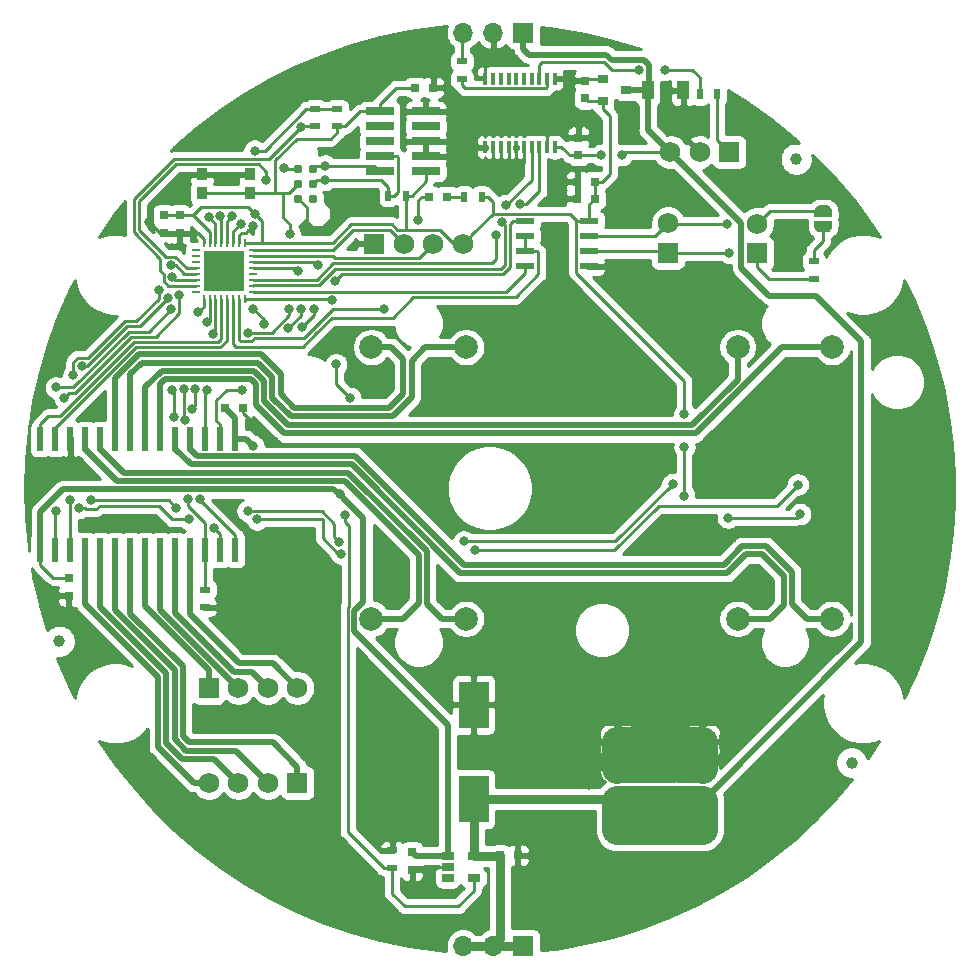
<source format=gbr>
G04 #@! TF.GenerationSoftware,KiCad,Pcbnew,(5.1.5)-3*
G04 #@! TF.CreationDate,2020-09-03T11:23:43+02:00*
G04 #@! TF.ProjectId,StepperClockK02,53746570-7065-4724-936c-6f636b4b3032,v1.5*
G04 #@! TF.SameCoordinates,Original*
G04 #@! TF.FileFunction,Copper,L1,Top*
G04 #@! TF.FilePolarity,Positive*
%FSLAX46Y46*%
G04 Gerber Fmt 4.6, Leading zero omitted, Abs format (unit mm)*
G04 Created by KiCad (PCBNEW (5.1.5)-3) date 2020-09-03 11:23:43*
%MOMM*%
%LPD*%
G04 APERTURE LIST*
%ADD10C,0.787400*%
%ADD11R,2.400000X0.740000*%
%ADD12R,0.400000X1.000000*%
%ADD13R,1.000000X1.600000*%
%ADD14R,1.750000X1.750000*%
%ADD15C,1.750000*%
%ADD16R,0.800000X0.750000*%
%ADD17R,0.750000X0.800000*%
%ADD18R,0.600000X2.000000*%
%ADD19R,1.060000X0.650000*%
%ADD20R,0.900000X0.500000*%
%ADD21R,2.500000X4.000000*%
%ADD22R,0.500000X0.900000*%
%ADD23R,1.700000X1.700000*%
%ADD24O,1.700000X1.700000*%
%ADD25R,0.900000X0.800000*%
%ADD26R,1.550000X0.600000*%
%ADD27R,0.250000X0.700000*%
%ADD28R,0.700000X0.250000*%
%ADD29R,1.725000X1.725000*%
%ADD30C,2.000000*%
%ADD31R,0.900000X1.000000*%
%ADD32C,0.100000*%
%ADD33C,1.000000*%
%ADD34R,0.800000X0.800000*%
%ADD35C,0.800000*%
%ADD36C,2.000000*%
%ADD37C,2.500000*%
%ADD38C,0.250000*%
%ADD39C,0.750000*%
%ADD40C,0.500000*%
%ADD41C,0.254000*%
G04 APERTURE END LIST*
D10*
X84330800Y-115770740D03*
X85600800Y-115770740D03*
X84330800Y-117040740D03*
X85600800Y-117040740D03*
X84330800Y-118310740D03*
X85600800Y-118310740D03*
D11*
X91235800Y-110920740D03*
X95135800Y-110920740D03*
X91235800Y-112190740D03*
X95135800Y-112190740D03*
X91235800Y-113460740D03*
X95135800Y-113460740D03*
X91235800Y-114730740D03*
X95135800Y-114730740D03*
X91235800Y-116000740D03*
X95135800Y-116000740D03*
D12*
X106040800Y-108140740D03*
X105390800Y-108140740D03*
X104740800Y-108140740D03*
X104090800Y-108140740D03*
X103440800Y-108140740D03*
X102790800Y-108140740D03*
X102140800Y-108140740D03*
X101490800Y-108140740D03*
X100840800Y-108140740D03*
X100190800Y-108140740D03*
X100190800Y-113940740D03*
X100840800Y-113940740D03*
X101490800Y-113940740D03*
X102140800Y-113940740D03*
X102790800Y-113940740D03*
X103440800Y-113940740D03*
X104090800Y-113940740D03*
X104740800Y-113940740D03*
X105390800Y-113940740D03*
X106040800Y-113940740D03*
D13*
X113945800Y-109120740D03*
X116945800Y-109120740D03*
D14*
X120825800Y-114370740D03*
D15*
X118325800Y-114370740D03*
X115825800Y-114370740D03*
D16*
X102925800Y-173910740D03*
X101425800Y-173910740D03*
D17*
X93975800Y-175140740D03*
X93975800Y-173640740D03*
D18*
X79000800Y-138660740D03*
X77730800Y-138660740D03*
X76460800Y-138660740D03*
X75190800Y-138660740D03*
X73920800Y-138660740D03*
X72650800Y-138660740D03*
X71380800Y-138660740D03*
X70110800Y-138660740D03*
X68840800Y-138660740D03*
X67570800Y-138660740D03*
X66300800Y-138660740D03*
X65030800Y-138660740D03*
X63760800Y-138660740D03*
X62490800Y-138660740D03*
X62490800Y-148060740D03*
X63760800Y-148060740D03*
X65030800Y-148060740D03*
X66300800Y-148060740D03*
X67570800Y-148060740D03*
X68840800Y-148060740D03*
X70110800Y-148060740D03*
X71380800Y-148060740D03*
X72650800Y-148060740D03*
X73920800Y-148060740D03*
X75190800Y-148060740D03*
X76460800Y-148060740D03*
X77730800Y-148060740D03*
X79000800Y-148060740D03*
D19*
X97005800Y-173940740D03*
X97005800Y-174890740D03*
X97005800Y-175840740D03*
X99205800Y-175840740D03*
X99205800Y-173940740D03*
D20*
X98195800Y-106690740D03*
X98195800Y-108190740D03*
X92285800Y-174990740D03*
X92285800Y-173490740D03*
D14*
X84265800Y-167770740D03*
D15*
X81765800Y-167770740D03*
X79265800Y-167770740D03*
X76765800Y-167770740D03*
D14*
X90775800Y-122130740D03*
D15*
X93275800Y-122130740D03*
X95775800Y-122130740D03*
X98275800Y-122130740D03*
D14*
X76765800Y-159720740D03*
D15*
X79265800Y-159720740D03*
X81765800Y-159720740D03*
X84265800Y-159720740D03*
D21*
X99195800Y-169160740D03*
X99195800Y-161160740D03*
D22*
X119825800Y-109460740D03*
X118325800Y-109460740D03*
D23*
X103377800Y-181550740D03*
D24*
X100837800Y-181550740D03*
X98297800Y-181550740D03*
D14*
X115635800Y-122890740D03*
D15*
X115635800Y-120390740D03*
D14*
X111345800Y-164270740D03*
D15*
X111345800Y-166770740D03*
X111345800Y-169270740D03*
X111345800Y-171770740D03*
D14*
X123185800Y-122930740D03*
D15*
X123185800Y-120430740D03*
D14*
X118575800Y-164270740D03*
D15*
X118575800Y-166770740D03*
X118575800Y-169270740D03*
X118575800Y-171770740D03*
D17*
X108055800Y-113130740D03*
X108055800Y-114630740D03*
D23*
X103375800Y-104260740D03*
D24*
X100835800Y-104260740D03*
X98295800Y-104260740D03*
D25*
X110105800Y-108170740D03*
X110105800Y-110070740D03*
X112105800Y-109120740D03*
D26*
X103565800Y-120205740D03*
X103565800Y-121475740D03*
X103565800Y-122745740D03*
X103565800Y-124015740D03*
X108965800Y-124015740D03*
X108965800Y-122745740D03*
X108965800Y-121475740D03*
X108965800Y-120205740D03*
D27*
X79825800Y-122020740D03*
X79325800Y-122020740D03*
X78825800Y-122020740D03*
X78325800Y-122020740D03*
X77825800Y-122020740D03*
X77325800Y-122020740D03*
X76825800Y-122020740D03*
X76325800Y-122020740D03*
D28*
X75675800Y-122670740D03*
X75675800Y-123170740D03*
X75675800Y-123670740D03*
X75675800Y-124170740D03*
X75675800Y-124670740D03*
X75675800Y-125170740D03*
X75675800Y-125670740D03*
X75675800Y-126170740D03*
D27*
X76325800Y-126820740D03*
X76825800Y-126820740D03*
X77325800Y-126820740D03*
X77825800Y-126820740D03*
X78325800Y-126820740D03*
X78825800Y-126820740D03*
X79325800Y-126820740D03*
X79825800Y-126820740D03*
D28*
X80475800Y-126170740D03*
X80475800Y-125670740D03*
X80475800Y-125170740D03*
X80475800Y-124670740D03*
X80475800Y-124170740D03*
X80475800Y-123670740D03*
X80475800Y-123170740D03*
X80475800Y-122670740D03*
D29*
X77213300Y-125283240D03*
X78938300Y-125283240D03*
X77213300Y-123558240D03*
X78938300Y-123558240D03*
D30*
X129535800Y-153880740D03*
X129535800Y-130880740D03*
X121535800Y-153880740D03*
X121535800Y-130880740D03*
X98535800Y-153880740D03*
X98535800Y-130880740D03*
X90535800Y-153880740D03*
X90535800Y-130880740D03*
D31*
X76181800Y-116234740D03*
X76181800Y-117834740D03*
X80281800Y-116234740D03*
X80281800Y-117834740D03*
D22*
X99865800Y-118160740D03*
X98365800Y-118160740D03*
X93435800Y-118050740D03*
X91935800Y-118050740D03*
D20*
X85775800Y-110696740D03*
X85775800Y-112196740D03*
X87629800Y-110696740D03*
X87629800Y-112196740D03*
X127965800Y-125070740D03*
X127965800Y-123570740D03*
X76445800Y-151400740D03*
X76445800Y-152900740D03*
G04 #@! TA.AperFunction,SMDPad,CuDef*
D32*
G36*
X129525198Y-120660740D02*
G01*
X129525198Y-120685274D01*
X129520388Y-120734105D01*
X129510816Y-120782230D01*
X129496572Y-120829185D01*
X129477795Y-120874518D01*
X129454664Y-120917791D01*
X129427404Y-120958590D01*
X129396276Y-120996519D01*
X129361579Y-121031216D01*
X129323650Y-121062344D01*
X129282851Y-121089604D01*
X129239578Y-121112735D01*
X129194245Y-121131512D01*
X129147290Y-121145756D01*
X129099165Y-121155328D01*
X129050334Y-121160138D01*
X129025800Y-121160138D01*
X129025800Y-121160740D01*
X128525800Y-121160740D01*
X128525800Y-121160138D01*
X128501266Y-121160138D01*
X128452435Y-121155328D01*
X128404310Y-121145756D01*
X128357355Y-121131512D01*
X128312022Y-121112735D01*
X128268749Y-121089604D01*
X128227950Y-121062344D01*
X128190021Y-121031216D01*
X128155324Y-120996519D01*
X128124196Y-120958590D01*
X128096936Y-120917791D01*
X128073805Y-120874518D01*
X128055028Y-120829185D01*
X128040784Y-120782230D01*
X128031212Y-120734105D01*
X128026402Y-120685274D01*
X128026402Y-120660740D01*
X128025800Y-120660740D01*
X128025800Y-120160740D01*
X129525800Y-120160740D01*
X129525800Y-120660740D01*
X129525198Y-120660740D01*
G37*
G04 #@! TD.AperFunction*
G04 #@! TA.AperFunction,SMDPad,CuDef*
G36*
X128025800Y-119860740D02*
G01*
X128025800Y-119360740D01*
X128026402Y-119360740D01*
X128026402Y-119336206D01*
X128031212Y-119287375D01*
X128040784Y-119239250D01*
X128055028Y-119192295D01*
X128073805Y-119146962D01*
X128096936Y-119103689D01*
X128124196Y-119062890D01*
X128155324Y-119024961D01*
X128190021Y-118990264D01*
X128227950Y-118959136D01*
X128268749Y-118931876D01*
X128312022Y-118908745D01*
X128357355Y-118889968D01*
X128404310Y-118875724D01*
X128452435Y-118866152D01*
X128501266Y-118861342D01*
X128525800Y-118861342D01*
X128525800Y-118860740D01*
X129025800Y-118860740D01*
X129025800Y-118861342D01*
X129050334Y-118861342D01*
X129099165Y-118866152D01*
X129147290Y-118875724D01*
X129194245Y-118889968D01*
X129239578Y-118908745D01*
X129282851Y-118931876D01*
X129323650Y-118959136D01*
X129361579Y-118990264D01*
X129396276Y-119024961D01*
X129427404Y-119062890D01*
X129454664Y-119103689D01*
X129477795Y-119146962D01*
X129496572Y-119192295D01*
X129510816Y-119239250D01*
X129520388Y-119287375D01*
X129525198Y-119336206D01*
X129525198Y-119360740D01*
X129525800Y-119360740D01*
X129525800Y-119860740D01*
X128025800Y-119860740D01*
G37*
G04 #@! TD.AperFunction*
D33*
X126505800Y-114950740D03*
X64115800Y-155780740D03*
X131185800Y-166050740D03*
D34*
X96925800Y-118160740D03*
X95425800Y-118160740D03*
D17*
X74285800Y-121220740D03*
X74285800Y-119720740D03*
X72955800Y-119720740D03*
X72955800Y-121220740D03*
X108625800Y-108320740D03*
X108625800Y-109820740D03*
D16*
X107945800Y-118310740D03*
X109445800Y-118310740D03*
X107945800Y-116860740D03*
X109445800Y-116860740D03*
D17*
X64925800Y-151910740D03*
X64925800Y-150410740D03*
D16*
X95757800Y-108906740D03*
X94257800Y-108906740D03*
X79635800Y-136020740D03*
X78135800Y-136020740D03*
D35*
X101985800Y-130350740D03*
X113725800Y-164270740D03*
X115775800Y-164270740D03*
X113634977Y-166299917D03*
X115955800Y-166250740D03*
X136055800Y-155610740D03*
X138435800Y-142660740D03*
X135465800Y-129450740D03*
X94535800Y-104720740D03*
X115745800Y-129540740D03*
X105905800Y-174330740D03*
X85905800Y-172970740D03*
X66125800Y-157070740D03*
X64705800Y-129160740D03*
X108005800Y-142000740D03*
X130515800Y-118480740D03*
X68775800Y-120330740D03*
X94825800Y-164380740D03*
X70205800Y-145690740D03*
X77645800Y-173380740D03*
X82645800Y-176480740D03*
X88715800Y-179330740D03*
X95205800Y-180940740D03*
X107055800Y-181000740D03*
X113365800Y-179160740D03*
X119735800Y-175940740D03*
X125395800Y-172010740D03*
X129385800Y-168200740D03*
X137545800Y-151770740D03*
X138735800Y-146290740D03*
X137605800Y-136510740D03*
X124145800Y-112410740D03*
X85565800Y-107170740D03*
X62345800Y-141580740D03*
X108905800Y-132240740D03*
X92885800Y-140270740D03*
X104315800Y-155460740D03*
X116825800Y-155760740D03*
X102775800Y-164330740D03*
X80625800Y-153850740D03*
X70315800Y-167070740D03*
X113195800Y-159920740D03*
X103225800Y-110940740D03*
X80517800Y-120590740D03*
X108935800Y-167990740D03*
X106265800Y-162050740D03*
X109045800Y-170640740D03*
X120605800Y-173230740D03*
X119665800Y-162430740D03*
X109115800Y-160050740D03*
X120835800Y-160150740D03*
X116075800Y-159980740D03*
X108905800Y-176100740D03*
X114465800Y-176620740D03*
X103185800Y-167040740D03*
X67195800Y-136010740D03*
X62435800Y-135320740D03*
X102775800Y-115940740D03*
X63085800Y-151780740D03*
X95295800Y-176540740D03*
X91205800Y-169730740D03*
X90865800Y-160900740D03*
X78985800Y-162330740D03*
X85425800Y-162430740D03*
X85425800Y-149690740D03*
X106205800Y-117100740D03*
X85035800Y-120720740D03*
X78739800Y-110938740D03*
X82295800Y-108652740D03*
X89915800Y-105604740D03*
X71735800Y-120320740D03*
X111435800Y-118520740D03*
X125835800Y-122020740D03*
X88835800Y-118220740D03*
X75335800Y-113320740D03*
X85635800Y-154920740D03*
X80935800Y-137720740D03*
X128135800Y-134620740D03*
X123335800Y-139320740D03*
X115035800Y-147120740D03*
X128935800Y-150120740D03*
X90835800Y-133720740D03*
X92235800Y-150620740D03*
X88235800Y-114120740D03*
X112135800Y-112520740D03*
X106135800Y-104720740D03*
X113595800Y-169520740D03*
X113535800Y-171720740D03*
X116295800Y-169490740D03*
X116115800Y-171720740D03*
X109980800Y-114630740D03*
X111735800Y-114620740D03*
X78745236Y-119745740D03*
X73635800Y-134490750D03*
X73800380Y-136805253D03*
X77210647Y-146190740D03*
X76035800Y-143760781D03*
X80532525Y-127620740D03*
X79455376Y-120457464D03*
X81406003Y-128945739D03*
X75634004Y-134430770D03*
X75359001Y-136107436D03*
X63805800Y-144790740D03*
X63805800Y-134290740D03*
X73530800Y-127688087D03*
X77745233Y-119745740D03*
X65005800Y-143800740D03*
X64530800Y-135143343D03*
X74255800Y-126470740D03*
X76755800Y-119890740D03*
X86613800Y-115510740D03*
X84581800Y-112208740D03*
X86625800Y-116725740D03*
X81635800Y-116720740D03*
X77100800Y-129730720D03*
X83595800Y-127620740D03*
X83615800Y-121280740D03*
X80050800Y-129669729D03*
X91627646Y-127662586D03*
X94475800Y-120130740D03*
X117015800Y-143440740D03*
X80652201Y-119599811D03*
X80635800Y-114234729D03*
X83135800Y-115720740D03*
X120735800Y-145320740D03*
X126835800Y-145020740D03*
X117035800Y-139320740D03*
X117035800Y-136520740D03*
X73659800Y-124945740D03*
X66755800Y-143860740D03*
X80055800Y-144740740D03*
X116035800Y-142470740D03*
X87805800Y-147360740D03*
X66021939Y-132495120D03*
X74025800Y-144500740D03*
X98355800Y-147320740D03*
X73286920Y-126718279D03*
X65296939Y-133261879D03*
X65755800Y-144502430D03*
X75070283Y-145465740D03*
X80845800Y-145465740D03*
X87930800Y-148352898D03*
X99265800Y-148045740D03*
X73590191Y-123948164D03*
X72520814Y-126075562D03*
X126635800Y-142520740D03*
X120835800Y-122920740D03*
X120635800Y-120420740D03*
X80545800Y-139260741D03*
X87845800Y-143350740D03*
X76600800Y-128785917D03*
X74763480Y-137074402D03*
X75035797Y-143760781D03*
X74634001Y-134430770D03*
X88323271Y-145105364D03*
X75885800Y-127940740D03*
X88735800Y-135170741D03*
X87535800Y-132330740D03*
X87235800Y-126895740D03*
X87482493Y-125245763D03*
X84595803Y-127620740D03*
X84320800Y-124395740D03*
X83511295Y-129296235D03*
X76629066Y-134530045D03*
X86001826Y-123895740D03*
X84617086Y-129215750D03*
X85635800Y-127620740D03*
X79535800Y-134520740D03*
X113204759Y-107410740D03*
X115395800Y-107430740D03*
X101569825Y-120305739D03*
X103075800Y-118780740D03*
X101945800Y-118855739D03*
X101100790Y-121400740D03*
D36*
X111345800Y-164270740D02*
X113725800Y-164270740D01*
X116075800Y-166770740D02*
X118575800Y-164270740D01*
X111345800Y-166770740D02*
X116075800Y-166770740D01*
X118575800Y-166770740D02*
X116655800Y-166770740D01*
X116655800Y-166770740D02*
X115995800Y-166110740D01*
X114220800Y-164270740D02*
X111345800Y-164270740D01*
X115365800Y-165415740D02*
X114220800Y-164270740D01*
X115365800Y-165480740D02*
X115365800Y-165415740D01*
X111345800Y-164270740D02*
X111905800Y-164270740D01*
X113535800Y-165900740D02*
X115575800Y-165900740D01*
X111905800Y-164270740D02*
X113535800Y-165900740D01*
X111345800Y-166770740D02*
X113634977Y-166299917D01*
X115575800Y-165900740D02*
X118575800Y-166770740D01*
X113725800Y-164270740D02*
X115775800Y-164270740D01*
X115775800Y-164270740D02*
X118575800Y-164270740D01*
X113634977Y-166299917D02*
X115575800Y-165900740D01*
X115995800Y-166110740D02*
X115365800Y-165480740D01*
D37*
X118575800Y-164270740D02*
X111905800Y-164270740D01*
X111345800Y-164270740D02*
X111345800Y-166570730D01*
X118575800Y-164270740D02*
X118575800Y-166570730D01*
D38*
X76325800Y-122020740D02*
X76325800Y-121720740D01*
X76325800Y-121720740D02*
X75825800Y-121220740D01*
X108775800Y-108170740D02*
X108625800Y-108320740D01*
X110105800Y-108170740D02*
X108775800Y-108170740D01*
X75825800Y-121220740D02*
X74285800Y-121220740D01*
X74285800Y-121220740D02*
X72955800Y-121220740D01*
X100190800Y-107440740D02*
X100190800Y-108140740D01*
X100190800Y-106107821D02*
X100190800Y-107440740D01*
X100835800Y-104260740D02*
X100835800Y-105462821D01*
X100835800Y-105462821D02*
X100190800Y-106107821D01*
X108445800Y-108140740D02*
X108625800Y-108320740D01*
X106040800Y-108140740D02*
X108445800Y-108140740D01*
X103440800Y-114690740D02*
X103435800Y-114695740D01*
X103440800Y-113940740D02*
X103440800Y-114690740D01*
X103435800Y-114695740D02*
X103435800Y-115280740D01*
X103435800Y-115280740D02*
X102775800Y-115940740D01*
X102790800Y-115925740D02*
X102775800Y-115940740D01*
X102790800Y-113940740D02*
X102790800Y-115925740D01*
X102140800Y-115305740D02*
X102775800Y-115940740D01*
X102140800Y-113940740D02*
X102140800Y-115305740D01*
X101490800Y-113940740D02*
X101490800Y-115545740D01*
X101885800Y-115940740D02*
X102775800Y-115940740D01*
X101490800Y-115545740D02*
X101885800Y-115940740D01*
X100840800Y-113940740D02*
X100840800Y-115715740D01*
X101065800Y-115940740D02*
X102775800Y-115940740D01*
X100840800Y-115715740D02*
X101065800Y-115940740D01*
X107295800Y-113130740D02*
X108055800Y-113130740D01*
X106575800Y-112410740D02*
X107295800Y-113130740D01*
X105675800Y-112410740D02*
X106575800Y-112410740D01*
X105390800Y-113940740D02*
X105390800Y-112695740D01*
X105390800Y-112695740D02*
X105675800Y-112410740D01*
X94225800Y-174890740D02*
X93975800Y-175140740D01*
X97005800Y-174890740D02*
X94225800Y-174890740D01*
X79564075Y-121182465D02*
X79926075Y-121182465D01*
X79325800Y-121420740D02*
X79564075Y-121182465D01*
X80117801Y-120990739D02*
X80517800Y-120590740D01*
X79926075Y-121182465D02*
X80117801Y-120990739D01*
X79325800Y-122020740D02*
X79325800Y-121420740D01*
X72635800Y-121220740D02*
X72955800Y-121220740D01*
X71735800Y-120320740D02*
X72635800Y-121220740D01*
X85035800Y-119015740D02*
X85035800Y-120720740D01*
X84330800Y-118310740D02*
X85035800Y-119015740D01*
X79635800Y-136420740D02*
X80935800Y-137720740D01*
X79635800Y-136020740D02*
X79635800Y-136420740D01*
D37*
X111345800Y-171770740D02*
X118575800Y-171770740D01*
X111345800Y-169270740D02*
X118575800Y-169270740D01*
X111345800Y-169270740D02*
X111345800Y-171770740D01*
X118575800Y-169270740D02*
X118575800Y-171770740D01*
D39*
X99195800Y-169160740D02*
X99195800Y-171910740D01*
X111235800Y-169160740D02*
X111345800Y-169270740D01*
X99195800Y-169160740D02*
X111235800Y-169160740D01*
X98297800Y-181550740D02*
X103377800Y-181550740D01*
X99205800Y-171920740D02*
X99205800Y-173940740D01*
X99195800Y-171910740D02*
X99205800Y-171920740D01*
X101395800Y-173940740D02*
X101425800Y-173910740D01*
X99205800Y-173940740D02*
X101395800Y-173940740D01*
X101425800Y-180962740D02*
X100837800Y-181550740D01*
X101425800Y-173910740D02*
X101425800Y-180962740D01*
D40*
X114505800Y-113050740D02*
X115825800Y-114370740D01*
D38*
X108045800Y-114640740D02*
X108055800Y-114630740D01*
X108055800Y-114630740D02*
X109980800Y-114630740D01*
X108055800Y-114630740D02*
X107305800Y-114630740D01*
X106615800Y-113940740D02*
X106040800Y-113940740D01*
X107305800Y-114630740D02*
X106615800Y-113940740D01*
D40*
X113945800Y-109120740D02*
X112105800Y-109120740D01*
X113945800Y-112490740D02*
X114505800Y-113050740D01*
X113945800Y-109120740D02*
X113945800Y-112490740D01*
D38*
X115825800Y-114370740D02*
X111985800Y-114370740D01*
X111985800Y-114370740D02*
X111735800Y-114620740D01*
D40*
X121860799Y-120405739D02*
X115825800Y-114370740D01*
X132015800Y-155830740D02*
X132015800Y-130390740D01*
X124215798Y-126520740D02*
X121860799Y-124165741D01*
X121860799Y-124165741D02*
X121860799Y-120405739D01*
X118575800Y-169270740D02*
X132015800Y-155830740D01*
X132015800Y-130390740D02*
X128145800Y-126520740D01*
X128145800Y-126520740D02*
X124215798Y-126520740D01*
X103375800Y-105610740D02*
X103375800Y-104260740D01*
X103890790Y-106125730D02*
X103375800Y-105610740D01*
X110430790Y-106125730D02*
X103890790Y-106125730D01*
X110865800Y-106560740D02*
X110430790Y-106125730D01*
X113945800Y-109120740D02*
X114054760Y-109011780D01*
X114054760Y-109011780D02*
X114054760Y-107002739D01*
X114054760Y-107002739D02*
X113645800Y-106593779D01*
X113645800Y-106593779D02*
X113645800Y-106560740D01*
X113645800Y-106560740D02*
X110865800Y-106560740D01*
X94535800Y-152520740D02*
X93175800Y-153880740D01*
X66300800Y-139500742D02*
X69010829Y-142210771D01*
X66300800Y-138660740D02*
X66300800Y-139500742D01*
X93175800Y-153880740D02*
X90535800Y-153880740D01*
X88275943Y-142210771D02*
X94535800Y-148470628D01*
X69010829Y-142210771D02*
X88275943Y-142210771D01*
X94535800Y-148470628D02*
X94535800Y-152520740D01*
X96495800Y-153880740D02*
X98535800Y-153880740D01*
X67570800Y-138660740D02*
X67570800Y-139500742D01*
X69580819Y-141510761D02*
X88565896Y-141510761D01*
X67570800Y-139500742D02*
X69580819Y-141510761D01*
X88565896Y-141510761D02*
X95235810Y-148180675D01*
X95235810Y-152620750D02*
X96495800Y-153880740D01*
X95235810Y-148180675D02*
X95235810Y-152620750D01*
X82145789Y-135166694D02*
X83699846Y-136720751D01*
X70110800Y-133185702D02*
X71115752Y-132180750D01*
X70110800Y-138660740D02*
X70110800Y-133185702D01*
X71115752Y-132180750D02*
X80895810Y-132180750D01*
X80895810Y-132180750D02*
X82145789Y-133430729D01*
X82145789Y-133430729D02*
X82145789Y-135166694D01*
X92325752Y-136720751D02*
X93935810Y-135110693D01*
X83699846Y-136720751D02*
X92325752Y-136720751D01*
X93935810Y-135110693D02*
X93935810Y-132020730D01*
X95075800Y-130880740D02*
X98535800Y-130880740D01*
X93935810Y-132020730D02*
X95075800Y-130880740D01*
X68840800Y-133465740D02*
X70825800Y-131480740D01*
X82845799Y-134876741D02*
X83989799Y-136020741D01*
X70825800Y-131480740D02*
X81185763Y-131480740D01*
X81185763Y-131480740D02*
X82845799Y-133140776D01*
X82845799Y-133140776D02*
X82845799Y-134876741D01*
X68840800Y-138660740D02*
X68840800Y-133465740D01*
X83989799Y-136020741D02*
X92035799Y-136020741D01*
X92035799Y-136020741D02*
X93235800Y-134820740D01*
X93235800Y-134820740D02*
X93235800Y-131920740D01*
X92195800Y-130880740D02*
X90535800Y-130880740D01*
X93235800Y-131920740D02*
X92195800Y-130880740D01*
D38*
X78745236Y-119818739D02*
X78745236Y-119745740D01*
X78325800Y-122020740D02*
X78325800Y-120238175D01*
X78325800Y-120238175D02*
X78745236Y-119818739D01*
X73800380Y-134655330D02*
X73635800Y-134490750D01*
X73800380Y-136805253D02*
X73800380Y-134655330D01*
X77730800Y-148060740D02*
X77730800Y-146710893D01*
X77730800Y-146710893D02*
X77210647Y-146190740D01*
X76035800Y-143845740D02*
X76035800Y-143760781D01*
X79000800Y-148060740D02*
X79000800Y-146810740D01*
X79000800Y-146810740D02*
X76035800Y-143845740D01*
X78825800Y-121087040D02*
X78825800Y-122020740D01*
X78825800Y-121087040D02*
X79455376Y-120457464D01*
X81406003Y-128494218D02*
X80532525Y-127620740D01*
X81406003Y-128945739D02*
X81406003Y-128494218D01*
X75634004Y-134430770D02*
X75634004Y-135832433D01*
X75634004Y-135832433D02*
X75359001Y-136107436D01*
X63760800Y-148060740D02*
X63760800Y-144835740D01*
X63760800Y-144835740D02*
X63805800Y-144790740D01*
X77825800Y-119826307D02*
X77825800Y-122020740D01*
X77745233Y-119745740D02*
X77825800Y-119826307D01*
X71663187Y-129555700D02*
X73530800Y-127688087D01*
X63805800Y-134290740D02*
X65293384Y-134290740D01*
X70028424Y-129555700D02*
X71663187Y-129555700D01*
X65293384Y-134290740D02*
X70028424Y-129555700D01*
X65030800Y-148060740D02*
X65030800Y-143825740D01*
X65030800Y-143825740D02*
X65005800Y-143800740D01*
X64930799Y-134743344D02*
X65477190Y-134743344D01*
X64530800Y-135143343D02*
X64930799Y-134743344D01*
X65477190Y-134743344D02*
X70214824Y-130005710D01*
X70214824Y-130005710D02*
X72260830Y-130005710D01*
X72260830Y-130005710D02*
X74255800Y-128010740D01*
X74255800Y-128010740D02*
X74255800Y-126470740D01*
X77325800Y-120460740D02*
X77325800Y-122020740D01*
X76755800Y-119890740D02*
X77325800Y-120460740D01*
X85775800Y-112196740D02*
X84645144Y-112196740D01*
X90745800Y-115510740D02*
X91235800Y-116000740D01*
X86613800Y-115510740D02*
X90745800Y-115510740D01*
X85860800Y-115510740D02*
X85600800Y-115770740D01*
X86613800Y-115510740D02*
X85860800Y-115510740D01*
X82167044Y-114623496D02*
X84581800Y-112208740D01*
X72643800Y-123385738D02*
X70428802Y-121170740D01*
X70428802Y-121170740D02*
X70428802Y-118317738D01*
X73311799Y-125670741D02*
X72934799Y-125293741D01*
X73786811Y-114959729D02*
X81830811Y-114959729D01*
X75675800Y-125670740D02*
X73311799Y-125670741D01*
X70428802Y-118317738D02*
X73786811Y-114959729D01*
X72934799Y-125293741D02*
X72934799Y-124691739D01*
X72934799Y-124691739D02*
X72643800Y-124400740D01*
X81830811Y-114959729D02*
X82167044Y-114623496D01*
X72643800Y-124400740D02*
X72643800Y-123385738D01*
X92685800Y-114730740D02*
X91235800Y-114730740D01*
X92760801Y-114805741D02*
X92685800Y-114730740D01*
X92760801Y-117725739D02*
X92760801Y-114805741D01*
X92435800Y-118050740D02*
X92760801Y-117725739D01*
X91935800Y-118050740D02*
X92435800Y-118050740D01*
X85915800Y-116725740D02*
X85600800Y-117040740D01*
X86625800Y-116725740D02*
X85915800Y-116725740D01*
X86625800Y-116725740D02*
X91310800Y-116725740D01*
X91935800Y-117350740D02*
X91935800Y-118050740D01*
X91310800Y-116725740D02*
X91935800Y-117350740D01*
X74885769Y-124170740D02*
X75675800Y-124170740D01*
X73938192Y-123223163D02*
X74885769Y-124170740D01*
X73117635Y-123223163D02*
X73938192Y-123223163D01*
X73973211Y-115409739D02*
X70878812Y-118504138D01*
X70878812Y-120984340D02*
X73117635Y-123223163D01*
X70878812Y-118504138D02*
X70878812Y-120984340D01*
X80991801Y-115409739D02*
X73973211Y-115409739D01*
X81635800Y-116053738D02*
X80991801Y-115409739D01*
X81635800Y-116720740D02*
X81635800Y-116053738D01*
X77325800Y-126820740D02*
X77325800Y-127794014D01*
X77325800Y-127794014D02*
X77325800Y-129505720D01*
X77325800Y-129505720D02*
X77100800Y-129730720D01*
X76181800Y-117834740D02*
X80281800Y-117834740D01*
X89605800Y-110920740D02*
X89785800Y-110920740D01*
X89785800Y-110920740D02*
X91235800Y-110920740D01*
X88329800Y-112196740D02*
X89605800Y-110920740D01*
X87629800Y-112196740D02*
X88329800Y-112196740D01*
X93607800Y-108906740D02*
X94257800Y-108906740D01*
X92629800Y-108906740D02*
X93607800Y-108906740D01*
X91235800Y-110300740D02*
X92629800Y-108906740D01*
X91235800Y-110920740D02*
X91235800Y-110300740D01*
X83615800Y-121280740D02*
X83615800Y-120460786D01*
X83615800Y-120460786D02*
X83057800Y-119902786D01*
X80981800Y-117834740D02*
X80995800Y-117820740D01*
X80281800Y-117834740D02*
X80981800Y-117834740D01*
X83057800Y-119902786D02*
X83035800Y-117820740D01*
X83550800Y-117820740D02*
X83035800Y-117820740D01*
X84330800Y-117040740D02*
X83550800Y-117820740D01*
X82410799Y-117745741D02*
X82335800Y-117820740D01*
X84196521Y-113230429D02*
X82410799Y-115016151D01*
X82335800Y-117820740D02*
X83035800Y-117820740D01*
X87096111Y-113230429D02*
X84196521Y-113230429D01*
X82410799Y-115016151D02*
X82410799Y-117745741D01*
X87629800Y-112196740D02*
X87629800Y-112696740D01*
X80995800Y-117820740D02*
X82335800Y-117820740D01*
X87629800Y-112696740D02*
X87096111Y-113230429D01*
X83595800Y-128186425D02*
X83595800Y-127620740D01*
X82111485Y-129670740D02*
X83595800Y-128186425D01*
X80617496Y-129670740D02*
X82111485Y-129670740D01*
X80616485Y-129669729D02*
X80617496Y-129670740D01*
X80050800Y-129669729D02*
X80616485Y-129669729D01*
D40*
X71380800Y-134275740D02*
X72775780Y-132880760D01*
X80605858Y-132880760D02*
X81445779Y-133720681D01*
X81445779Y-135456647D02*
X83459871Y-137470739D01*
X71380800Y-138660740D02*
X71380800Y-134275740D01*
X81445779Y-133720681D02*
X81445779Y-135456647D01*
X72775780Y-132880760D02*
X80605858Y-132880760D01*
X83459871Y-137470739D02*
X117685801Y-137470739D01*
X121535800Y-133620740D02*
X121535800Y-130880740D01*
X117685801Y-137470739D02*
X121535800Y-133620740D01*
X125265762Y-130880740D02*
X129535800Y-130880740D01*
X117975754Y-138170749D02*
X125265762Y-130880740D01*
X83169918Y-138170749D02*
X117975754Y-138170749D01*
X80745769Y-135746600D02*
X83169918Y-138170749D01*
X73095733Y-133580770D02*
X80315906Y-133580770D01*
X72650800Y-134025703D02*
X73095733Y-133580770D01*
X80315906Y-133580770D02*
X80745769Y-134010633D01*
X72650800Y-138660740D02*
X72650800Y-134025703D01*
X80745769Y-134010633D02*
X80745769Y-135746600D01*
X75190800Y-138660740D02*
X75190800Y-139500742D01*
X75800799Y-140110741D02*
X89145799Y-140110741D01*
X75190800Y-139500742D02*
X75800799Y-140110741D01*
X89145799Y-140110741D02*
X98335799Y-149300741D01*
X98335799Y-149300741D02*
X120355799Y-149300741D01*
X120355799Y-149300741D02*
X121935800Y-147720740D01*
X123925763Y-147720740D02*
X126135810Y-149930787D01*
X121935800Y-147720740D02*
X123925763Y-147720740D01*
X126135810Y-149930787D02*
X126135810Y-152620750D01*
X127395800Y-153880740D02*
X129535800Y-153880740D01*
X126135810Y-152620750D02*
X127395800Y-153880740D01*
X124275800Y-153880740D02*
X121535800Y-153880740D01*
X123635810Y-148420750D02*
X125435800Y-150220740D01*
X122225752Y-148420750D02*
X123635810Y-148420750D01*
X125435800Y-152720740D02*
X124275800Y-153880740D01*
X120645752Y-150000751D02*
X122225752Y-148420750D01*
X98045846Y-150000751D02*
X120645752Y-150000751D01*
X73920800Y-139500742D02*
X75230809Y-140810751D01*
X73920800Y-138660740D02*
X73920800Y-139500742D01*
X125435800Y-150220740D02*
X125435800Y-152720740D01*
X75230809Y-140810751D02*
X88855847Y-140810751D01*
X88855847Y-140810751D02*
X98045846Y-150000751D01*
D38*
X96925800Y-118160740D02*
X98365800Y-118160740D01*
X94775800Y-118160740D02*
X95425800Y-118160740D01*
X94475800Y-118460740D02*
X94775800Y-118160740D01*
X94475800Y-120130740D02*
X94475800Y-118460740D01*
X87257544Y-127662586D02*
X91061961Y-127662586D01*
X85663691Y-129256439D02*
X87257544Y-127662586D01*
X85649399Y-129256439D02*
X85663691Y-129256439D01*
X84785088Y-130120750D02*
X85649399Y-129256439D01*
X79325800Y-130234729D02*
X79485800Y-130394729D01*
X91061961Y-127662586D02*
X91627646Y-127662586D01*
X79485800Y-130394729D02*
X80361811Y-130394729D01*
X79325800Y-126820740D02*
X79325800Y-130234729D01*
X80635790Y-130120750D02*
X84785088Y-130120750D01*
X80361811Y-130394729D02*
X80635790Y-130120750D01*
X108965800Y-118790740D02*
X109445800Y-118310740D01*
X108965800Y-120205740D02*
X108965800Y-118790740D01*
X109445800Y-118310740D02*
X109445800Y-116860740D01*
X99150799Y-121255741D02*
X98275800Y-122130740D01*
X107315799Y-119580739D02*
X100825801Y-119580739D01*
X107940800Y-120205740D02*
X107315799Y-119580739D01*
X100825801Y-119580739D02*
X99150799Y-121255741D01*
X108965800Y-120205740D02*
X107940800Y-120205740D01*
X76825800Y-121145740D02*
X75400800Y-119720740D01*
X76825800Y-122020740D02*
X76825800Y-121145740D01*
X108875800Y-110070740D02*
X108625800Y-109820740D01*
X110105800Y-110070740D02*
X108875800Y-110070740D01*
X110095800Y-116860740D02*
X109445800Y-116860740D01*
X110705801Y-111320741D02*
X110705801Y-116250739D01*
X110105800Y-110720740D02*
X110705801Y-111320741D01*
X110705801Y-116250739D02*
X110095800Y-116860740D01*
X110105800Y-110070740D02*
X110105800Y-110720740D01*
X72955800Y-119720740D02*
X74285800Y-119720740D01*
X74285800Y-119720740D02*
X75400800Y-119720740D01*
X100825801Y-118620741D02*
X100825801Y-119580739D01*
X100365800Y-118160740D02*
X100825801Y-118620741D01*
X99865800Y-118160740D02*
X100365800Y-118160740D01*
X95135800Y-116620740D02*
X95135800Y-116000740D01*
X95135800Y-116850740D02*
X95135800Y-116620740D01*
X93935800Y-118050740D02*
X95135800Y-116850740D01*
X93435800Y-118050740D02*
X93935800Y-118050740D01*
X81242801Y-122013739D02*
X81235800Y-122020740D01*
X81242801Y-120242739D02*
X81242801Y-122013739D01*
X75400800Y-119720740D02*
X76100801Y-119020739D01*
X92262199Y-120480729D02*
X88819400Y-120480730D01*
X92712209Y-120930739D02*
X92262199Y-120480729D01*
X98275800Y-122130740D02*
X97551802Y-122130740D01*
X97551802Y-122130740D02*
X96351801Y-120930739D01*
X80200800Y-122020740D02*
X79825800Y-122020740D01*
X87279390Y-122020740D02*
X80200800Y-122020740D01*
X88819400Y-120480730D02*
X87279390Y-122020740D01*
X87629800Y-110696740D02*
X85775800Y-110696740D01*
X81242801Y-120242739D02*
X81242801Y-120190411D01*
X81242801Y-120190411D02*
X80652201Y-119599811D01*
X80073129Y-119020739D02*
X76100801Y-119020739D01*
X80652201Y-119599811D02*
X80073129Y-119020739D01*
X85075800Y-110696740D02*
X85775800Y-110696740D01*
X85020798Y-110696740D02*
X85075800Y-110696740D01*
X81482809Y-114234729D02*
X85020798Y-110696740D01*
X80635800Y-114234729D02*
X81482809Y-114234729D01*
X84330800Y-115770740D02*
X83185800Y-115770740D01*
X83185800Y-115770740D02*
X83135800Y-115720740D01*
X93435800Y-118050740D02*
X93435800Y-118750740D01*
X96351801Y-120930739D02*
X93435800Y-120920740D01*
X93435800Y-118750740D02*
X93435800Y-120920740D01*
X93435800Y-120920740D02*
X92712209Y-120930739D01*
X117015800Y-139400740D02*
X117015800Y-143440740D01*
X120735800Y-145320740D02*
X126535800Y-145320740D01*
X126535800Y-145320740D02*
X126835800Y-145020740D01*
X117015800Y-139400740D02*
X117015800Y-139340740D01*
X117015800Y-139340740D02*
X117035800Y-139320740D01*
X107865799Y-124575741D02*
X107865799Y-120280741D01*
X117035800Y-136520740D02*
X117035800Y-133745742D01*
X107865799Y-120280741D02*
X107940800Y-120205740D01*
X117035800Y-133745742D02*
X107865799Y-124575741D01*
X86335800Y-144740740D02*
X80055800Y-144740740D01*
X87805800Y-147360740D02*
X87405801Y-146960741D01*
X73385800Y-143860740D02*
X67321485Y-143860740D01*
X111185800Y-147320740D02*
X98355800Y-147320740D01*
X116035800Y-142470740D02*
X111185800Y-147320740D01*
X87405801Y-146960741D02*
X87405801Y-145810741D01*
X74025800Y-144500740D02*
X73385800Y-143860740D01*
X67321485Y-143860740D02*
X66755800Y-143860740D01*
X87405801Y-145810741D02*
X86335800Y-144740740D01*
X66452594Y-132495120D02*
X66021939Y-132495120D01*
X69842023Y-129105691D02*
X66452594Y-132495120D01*
X73884800Y-125170740D02*
X75675800Y-125170740D01*
X73659800Y-124945740D02*
X73884800Y-125170740D01*
X70899508Y-129105691D02*
X73286920Y-126718279D01*
X69842023Y-129105691D02*
X70899508Y-129105691D01*
X75675800Y-124670740D02*
X74685506Y-124670740D01*
X67250799Y-144585741D02*
X67525790Y-144310750D01*
X65755800Y-144502430D02*
X66321485Y-144502430D01*
X66404796Y-144585741D02*
X67250799Y-144585741D01*
X66321485Y-144502430D02*
X66404796Y-144585741D01*
X67525790Y-144310750D02*
X72525810Y-144310750D01*
X72525810Y-144310750D02*
X73680800Y-145465740D01*
X73680800Y-145465740D02*
X75070283Y-145465740D01*
X80845800Y-145465740D02*
X86424390Y-145465740D01*
X86424390Y-145465740D02*
X86424390Y-147052332D01*
X87724956Y-148352898D02*
X87930800Y-148352898D01*
X86424390Y-147052332D02*
X87724956Y-148352898D01*
X117635800Y-144290740D02*
X114852210Y-144290740D01*
X114852210Y-144290740D02*
X111097210Y-148045740D01*
X111097210Y-148045740D02*
X99265800Y-148045740D01*
X74685506Y-124670740D02*
X73962930Y-123948164D01*
X73962930Y-123948164D02*
X73590191Y-123948164D01*
X72520814Y-126075562D02*
X72520814Y-126765765D01*
X70630897Y-128655682D02*
X69655622Y-128655682D01*
X72520814Y-126765765D02*
X70630897Y-128655682D01*
X69655622Y-128655682D02*
X66546182Y-131765122D01*
X65678935Y-131765122D02*
X65296939Y-132147118D01*
X66546182Y-131765122D02*
X65678935Y-131765122D01*
X65296939Y-132147118D02*
X65296939Y-133261879D01*
X117635800Y-144290740D02*
X124865800Y-144290740D01*
X124865800Y-144290740D02*
X126635800Y-142520740D01*
X128775800Y-120660740D02*
X128775800Y-121880740D01*
X127965800Y-122690740D02*
X127965800Y-123570740D01*
X128775800Y-121880740D02*
X127965800Y-122690740D01*
X124200800Y-125070740D02*
X127965800Y-125070740D01*
X123185800Y-122930740D02*
X123185800Y-124055740D01*
X123185800Y-124055740D02*
X124200800Y-125070740D01*
X108965800Y-122745740D02*
X115490800Y-122745740D01*
X115665800Y-122920740D02*
X115635800Y-122890740D01*
X120835800Y-122920740D02*
X115665800Y-122920740D01*
X114550800Y-121475740D02*
X115635800Y-120390740D01*
X108965800Y-121475740D02*
X114550800Y-121475740D01*
X124255800Y-119360740D02*
X128775800Y-119360740D01*
X123185800Y-120430740D02*
X124255800Y-119360740D01*
X115665800Y-120420740D02*
X115635800Y-120390740D01*
X120635800Y-120420740D02*
X115665800Y-120420740D01*
D40*
X79035800Y-138625740D02*
X79000800Y-138660740D01*
X79000800Y-138660740D02*
X79945799Y-138660740D01*
X79945799Y-138660740D02*
X80545800Y-139260741D01*
X62490800Y-144825740D02*
X62490800Y-146560740D01*
X62490800Y-146560740D02*
X62490800Y-148060740D01*
X64405759Y-142910781D02*
X62490800Y-144825740D01*
X87845800Y-143350740D02*
X87305841Y-142910781D01*
X87305841Y-142910781D02*
X64405759Y-142910781D01*
D38*
X63590800Y-150410740D02*
X64300800Y-150410740D01*
X64300800Y-150410740D02*
X64925800Y-150410740D01*
X62490800Y-149310740D02*
X63590800Y-150410740D01*
X62490800Y-148060740D02*
X62490800Y-149310740D01*
D40*
X94275800Y-173940740D02*
X93975800Y-173640740D01*
X97005800Y-173940740D02*
X94275800Y-173940740D01*
X88245799Y-143750739D02*
X87845800Y-143350740D01*
X97005800Y-173940740D02*
X97005800Y-162836742D01*
X97005800Y-162836742D02*
X89085799Y-154916741D01*
X89085799Y-154916741D02*
X89085799Y-153184739D01*
X89835790Y-145340730D02*
X88245799Y-143750739D01*
X89085799Y-153184739D02*
X89835790Y-152434748D01*
X89835790Y-152434748D02*
X89835790Y-145340730D01*
X79000800Y-136885740D02*
X78135800Y-136020740D01*
X79000800Y-138660740D02*
X79000800Y-136885740D01*
X71380800Y-152825702D02*
X71380800Y-148060740D01*
X76765800Y-158210702D02*
X76765800Y-159720740D01*
X71380800Y-152825702D02*
X76765800Y-158210702D01*
X72650800Y-153105740D02*
X72650800Y-148060740D01*
X79265800Y-159720740D02*
X72650800Y-153105740D01*
X75190800Y-148060740D02*
X75190800Y-153465740D01*
X75190800Y-153465740D02*
X76765800Y-155040740D01*
X76765800Y-155040740D02*
X76765800Y-155060740D01*
X76765800Y-155060740D02*
X79325800Y-157620740D01*
X82165800Y-157620740D02*
X84265800Y-159720740D01*
X79325800Y-157620740D02*
X82165800Y-157620740D01*
X78930761Y-158395739D02*
X80440799Y-158395739D01*
X80440799Y-158395739D02*
X81765800Y-159720740D01*
X73920800Y-148060740D02*
X73920800Y-153385778D01*
X73920800Y-153385778D02*
X78930761Y-158395739D01*
X74565831Y-157910884D02*
X74565831Y-163800885D01*
X70110800Y-148060740D02*
X70110800Y-153455854D01*
X74565831Y-163800885D02*
X75105666Y-164340720D01*
X70110800Y-153455854D02*
X74565831Y-157910884D01*
X84265800Y-166395740D02*
X84265800Y-167770740D01*
X82210780Y-164340720D02*
X84265800Y-166395740D01*
X75105666Y-164340720D02*
X82210780Y-164340720D01*
X68840800Y-148060740D02*
X68840800Y-153175817D01*
X68840800Y-153175817D02*
X73865821Y-158200837D01*
X73865821Y-158200837D02*
X73865821Y-164090837D01*
X73865821Y-164090837D02*
X74815714Y-165040730D01*
X79035790Y-165040730D02*
X81765800Y-167770740D01*
X74815714Y-165040730D02*
X79035790Y-165040730D01*
X75528364Y-167770740D02*
X76765800Y-167770740D01*
X72465801Y-164708177D02*
X75528364Y-167770740D01*
X72465801Y-158780743D02*
X72465801Y-164708177D01*
X66300800Y-152615742D02*
X72465801Y-158780743D01*
X66300800Y-148060740D02*
X66300800Y-152615742D01*
X67570800Y-148060740D02*
X67570800Y-152895780D01*
X67570800Y-152895780D02*
X73165811Y-158490790D01*
X73165811Y-158490790D02*
X73165811Y-164380789D01*
X73165811Y-164380789D02*
X74525762Y-165740740D01*
X74525762Y-165740740D02*
X77245800Y-165740740D01*
X77245800Y-165750740D02*
X79265800Y-167770740D01*
X77245800Y-165740740D02*
X77245800Y-165750740D01*
D38*
X81075800Y-122670740D02*
X81085800Y-122660740D01*
X80475800Y-122670740D02*
X81075800Y-122670740D01*
X81085800Y-122660740D02*
X87275800Y-122660740D01*
X92400801Y-121255741D02*
X93275800Y-122130740D01*
X89005801Y-120930739D02*
X92075799Y-120930739D01*
X92075799Y-120930739D02*
X92400801Y-121255741D01*
X87275800Y-122660740D02*
X89005801Y-120930739D01*
X80475800Y-123170740D02*
X87295800Y-123170740D01*
X94900801Y-123005739D02*
X95775800Y-122130740D01*
X87455801Y-123330741D02*
X94575799Y-123330741D01*
X94575799Y-123330741D02*
X94900801Y-123005739D01*
X87295800Y-123170740D02*
X87455801Y-123330741D01*
X76445800Y-148075740D02*
X76460800Y-148060740D01*
X76445800Y-151400740D02*
X76445800Y-148075740D01*
X76825800Y-126820740D02*
X76825800Y-128560917D01*
X76825800Y-128560917D02*
X76600800Y-128785917D01*
X76460800Y-146810740D02*
X76460800Y-148060740D01*
X76460800Y-145751469D02*
X76460800Y-146810740D01*
X75035797Y-144326466D02*
X76460800Y-145751469D01*
X75035797Y-143760781D02*
X75035797Y-144326466D01*
X74634001Y-136944923D02*
X74763480Y-137074402D01*
X74634001Y-134430770D02*
X74634001Y-136944923D01*
X76325800Y-126820740D02*
X76325800Y-127500740D01*
X76325800Y-127500740D02*
X75885800Y-127940740D01*
X92285800Y-174990740D02*
X92285800Y-177160740D01*
X92285800Y-177160740D02*
X93355800Y-178230740D01*
X93355800Y-178230740D02*
X97875800Y-178230740D01*
X99205800Y-176900740D02*
X99205800Y-175840740D01*
X97875800Y-178230740D02*
X99205800Y-176900740D01*
X88510789Y-171915729D02*
X91585800Y-174990740D01*
X88510789Y-152946563D02*
X88510789Y-171915729D01*
X88655801Y-152801551D02*
X88510789Y-152946563D01*
X88655801Y-146003579D02*
X88655801Y-152801551D01*
X88323271Y-145671049D02*
X88655801Y-146003579D01*
X91585800Y-174990740D02*
X92285800Y-174990740D01*
X88323271Y-145105364D02*
X88323271Y-145671049D01*
X88735800Y-135170741D02*
X87535800Y-133970741D01*
X87535800Y-133970741D02*
X87535800Y-132330740D01*
X62490800Y-137410740D02*
X62490800Y-138660740D01*
X77825800Y-126820740D02*
X77825800Y-130184330D01*
X70401224Y-130455720D02*
X64146204Y-136710740D01*
X63190800Y-136710740D02*
X62490800Y-137410740D01*
X77825800Y-130184330D02*
X77554410Y-130455720D01*
X77554410Y-130455720D02*
X70401224Y-130455720D01*
X64146204Y-136710740D02*
X63190800Y-136710740D01*
X63760800Y-137732554D02*
X63760800Y-138660740D01*
X70587624Y-130905730D02*
X63760800Y-137732554D01*
X77740810Y-130905730D02*
X70587624Y-130905730D01*
X78325800Y-126820740D02*
X78325800Y-130320740D01*
X78325800Y-130320740D02*
X77740810Y-130905730D01*
X103565800Y-121475740D02*
X103565800Y-122745740D01*
X104590800Y-122745740D02*
X103565800Y-122745740D01*
X104665801Y-122820741D02*
X104590800Y-122745740D01*
X104665801Y-124708741D02*
X104665801Y-122820741D01*
X102753793Y-126620749D02*
X104665801Y-124708741D01*
X92327951Y-128387587D02*
X94094798Y-126620740D01*
X84697510Y-130844738D02*
X85835800Y-129706448D01*
X97235800Y-126620740D02*
X97235809Y-126620749D01*
X79099799Y-130844739D02*
X84697510Y-130844738D01*
X85850092Y-129706448D02*
X87168953Y-128387587D01*
X85835800Y-129706448D02*
X85850092Y-129706448D01*
X78825800Y-126820740D02*
X78825800Y-130570740D01*
X78825800Y-130570740D02*
X79099799Y-130844739D01*
X87168953Y-128387587D02*
X92327951Y-128387587D01*
X94094798Y-126620740D02*
X97235800Y-126620740D01*
X97235809Y-126620749D02*
X102753793Y-126620749D01*
X79900800Y-126895740D02*
X79825800Y-126820740D01*
X79825800Y-126820740D02*
X87160800Y-126820740D01*
X87160800Y-126820740D02*
X87235800Y-126895740D01*
X102540800Y-120205740D02*
X103565800Y-120205740D01*
X87482493Y-125245763D02*
X88007516Y-124720740D01*
X102275800Y-120470740D02*
X102540800Y-120205740D01*
X88007516Y-124720740D02*
X101642210Y-124720740D01*
X101642210Y-124720740D02*
X102275800Y-124087150D01*
X102275800Y-124087150D02*
X102275800Y-120470740D01*
X103565800Y-124565740D02*
X103565800Y-124015740D01*
X101960800Y-126170740D02*
X103565800Y-124565740D01*
X80475800Y-126170740D02*
X101960800Y-126170740D01*
X80475800Y-124170740D02*
X84095800Y-124170740D01*
X84095800Y-124170740D02*
X84320800Y-124395740D01*
X84595803Y-128211727D02*
X84595803Y-127620740D01*
X83511295Y-129296235D02*
X84595803Y-128211727D01*
X76460800Y-134698311D02*
X76629066Y-134530045D01*
X76460800Y-138660740D02*
X76460800Y-134698311D01*
X83075800Y-123670740D02*
X80475800Y-123670740D01*
X86001826Y-123895740D02*
X85776826Y-123670740D01*
X85776826Y-123670740D02*
X83075800Y-123670740D01*
X84617086Y-129215750D02*
X85635800Y-128197036D01*
X85635800Y-128197036D02*
X85635800Y-127620740D01*
X77730800Y-137410740D02*
X77410799Y-137090739D01*
X77410799Y-135385739D02*
X78275798Y-134520740D01*
X77730800Y-138660740D02*
X77730800Y-137410740D01*
X77410799Y-137090739D02*
X77410799Y-135385739D01*
X78275798Y-134520740D02*
X79535800Y-134520740D01*
X115395800Y-107430740D02*
X117710802Y-107430740D01*
X110902614Y-107410740D02*
X113204759Y-107410740D01*
X105015800Y-106700740D02*
X110192614Y-106700740D01*
X110192614Y-106700740D02*
X110902614Y-107410740D01*
X104740800Y-108140740D02*
X104740800Y-106975740D01*
X104740800Y-106975740D02*
X105015800Y-106700740D01*
X118325800Y-108045738D02*
X118325800Y-109460740D01*
X117710802Y-107430740D02*
X118325800Y-108045738D01*
X105315799Y-108965741D02*
X105390800Y-108890740D01*
X105390800Y-108890740D02*
X105390800Y-108140740D01*
X98470801Y-108965741D02*
X105315799Y-108965741D01*
X98195800Y-108690740D02*
X98470801Y-108965741D01*
X98195800Y-108190740D02*
X98195800Y-108690740D01*
X119825800Y-113370740D02*
X120825800Y-114370740D01*
X119825800Y-109460740D02*
X119825800Y-113370740D01*
X98195800Y-104360740D02*
X98295800Y-104260740D01*
X98195800Y-106690740D02*
X98195800Y-104360740D01*
X80545790Y-125620750D02*
X86082201Y-125620749D01*
X80475800Y-125670740D02*
X80495800Y-125670740D01*
X80495800Y-125670740D02*
X80545790Y-125620750D01*
X86082201Y-125620749D02*
X87472189Y-124230761D01*
X87472189Y-124230761D02*
X88685800Y-124230761D01*
X88685800Y-124230761D02*
X98588192Y-124230760D01*
X104740800Y-116322150D02*
X104740800Y-113940740D01*
X101495780Y-124230760D02*
X101825790Y-123900750D01*
X98588192Y-124230760D02*
X101495780Y-124230760D01*
X101825790Y-123900750D02*
X101825790Y-120561704D01*
X101825790Y-120561704D02*
X101569825Y-120305739D01*
X104740800Y-117681425D02*
X104740800Y-116322150D01*
X103641485Y-118780740D02*
X104740800Y-117681425D01*
X103075800Y-118780740D02*
X103641485Y-118780740D01*
X104090800Y-114640740D02*
X104090800Y-113940740D01*
X104090800Y-116335740D02*
X104090800Y-114640740D01*
X104090800Y-116335740D02*
X104090800Y-116710739D01*
X104090800Y-116710739D02*
X101945800Y-118855739D01*
X101100790Y-123435750D02*
X101100790Y-121400740D01*
X87285789Y-123780751D02*
X100755789Y-123780751D01*
X80475800Y-125170740D02*
X85895800Y-125170740D01*
X100755789Y-123780751D02*
X101100790Y-123435750D01*
X85895800Y-125170740D02*
X87285789Y-123780751D01*
D41*
G36*
X79565544Y-143823535D02*
G01*
X79396026Y-143936803D01*
X79251863Y-144080966D01*
X79138595Y-144250484D01*
X79060574Y-144438842D01*
X79020800Y-144638801D01*
X79020800Y-144842679D01*
X79060574Y-145042638D01*
X79138595Y-145230996D01*
X79251863Y-145400514D01*
X79396026Y-145544677D01*
X79565544Y-145657945D01*
X79753902Y-145735966D01*
X79847997Y-145754683D01*
X79850574Y-145767638D01*
X79928595Y-145955996D01*
X80041863Y-146125514D01*
X80186026Y-146269677D01*
X80355544Y-146382945D01*
X80543902Y-146460966D01*
X80743861Y-146500740D01*
X80947739Y-146500740D01*
X81147698Y-146460966D01*
X81336056Y-146382945D01*
X81505574Y-146269677D01*
X81549511Y-146225740D01*
X85664390Y-146225740D01*
X85664391Y-147015000D01*
X85660714Y-147052332D01*
X85675388Y-147201317D01*
X85718844Y-147344578D01*
X85789416Y-147476608D01*
X85851173Y-147551858D01*
X85884390Y-147592333D01*
X85913388Y-147616131D01*
X86931482Y-148634226D01*
X86935574Y-148654796D01*
X87013595Y-148843154D01*
X87126863Y-149012672D01*
X87271026Y-149156835D01*
X87440544Y-149270103D01*
X87628902Y-149348124D01*
X87828861Y-149387898D01*
X87895801Y-149387898D01*
X87895802Y-152497933D01*
X87875815Y-152522287D01*
X87828529Y-152610753D01*
X87805243Y-152654317D01*
X87761786Y-152797578D01*
X87750789Y-152909231D01*
X87750789Y-152909241D01*
X87747113Y-152946563D01*
X87750789Y-152983885D01*
X87750790Y-171878396D01*
X87747113Y-171915729D01*
X87761787Y-172064714D01*
X87805243Y-172207975D01*
X87875815Y-172340005D01*
X87946990Y-172426731D01*
X87970789Y-172455730D01*
X87999787Y-172479528D01*
X91022001Y-175501743D01*
X91045799Y-175530741D01*
X91161524Y-175625714D01*
X91293553Y-175696286D01*
X91436814Y-175739743D01*
X91443709Y-175740422D01*
X91481306Y-175771277D01*
X91525800Y-175795060D01*
X91525801Y-177123408D01*
X91522124Y-177160740D01*
X91525801Y-177198073D01*
X91536798Y-177309726D01*
X91549980Y-177353182D01*
X91580254Y-177452986D01*
X91650826Y-177585016D01*
X91722001Y-177671742D01*
X91745800Y-177700741D01*
X91774798Y-177724539D01*
X92792001Y-178741743D01*
X92815799Y-178770741D01*
X92844797Y-178794539D01*
X92931524Y-178865714D01*
X93063553Y-178936286D01*
X93206814Y-178979743D01*
X93355800Y-178994417D01*
X93393133Y-178990740D01*
X97838478Y-178990740D01*
X97875800Y-178994416D01*
X97913122Y-178990740D01*
X97913133Y-178990740D01*
X98024786Y-178979743D01*
X98168047Y-178936286D01*
X98300076Y-178865714D01*
X98415801Y-178770741D01*
X98439604Y-178741737D01*
X99716804Y-177464538D01*
X99745801Y-177440741D01*
X99772132Y-177408657D01*
X99840774Y-177325017D01*
X99911346Y-177192987D01*
X99921128Y-177160740D01*
X99954803Y-177049726D01*
X99965800Y-176938073D01*
X99965800Y-176938064D01*
X99969476Y-176900741D01*
X99965800Y-176863418D01*
X99965800Y-176759543D01*
X99979980Y-176755242D01*
X100090294Y-176696277D01*
X100186985Y-176616925D01*
X100266337Y-176520234D01*
X100325302Y-176409920D01*
X100361612Y-176290222D01*
X100373872Y-176165740D01*
X100373872Y-175515740D01*
X100361612Y-175391258D01*
X100325302Y-175271560D01*
X100266337Y-175161246D01*
X100186985Y-175064555D01*
X100090294Y-174985203D01*
X100025819Y-174950740D01*
X100415800Y-174950740D01*
X100415801Y-180120588D01*
X100404642Y-180122808D01*
X100134389Y-180234750D01*
X99891168Y-180397265D01*
X99747693Y-180540740D01*
X99387907Y-180540740D01*
X99244432Y-180397265D01*
X99001211Y-180234750D01*
X98730958Y-180122808D01*
X98444060Y-180065740D01*
X98151540Y-180065740D01*
X97864642Y-180122808D01*
X97594389Y-180234750D01*
X97351168Y-180397265D01*
X97144325Y-180604108D01*
X96981810Y-180847329D01*
X96869868Y-181117582D01*
X96812800Y-181404480D01*
X96812800Y-181697000D01*
X96869868Y-181983898D01*
X96882910Y-182015385D01*
X96165425Y-181958345D01*
X93694481Y-181603077D01*
X91251043Y-181091807D01*
X88844952Y-180426594D01*
X86485896Y-179610117D01*
X84183373Y-178645663D01*
X81946656Y-177537115D01*
X79784750Y-176288938D01*
X77706361Y-174906158D01*
X75719858Y-173394342D01*
X73833240Y-171759578D01*
X72054103Y-170008448D01*
X70389612Y-168148005D01*
X68846468Y-166185738D01*
X67498598Y-164227905D01*
X67851596Y-164374121D01*
X68523345Y-164507740D01*
X69208255Y-164507740D01*
X69880004Y-164374121D01*
X70512777Y-164112018D01*
X71082258Y-163731502D01*
X71566562Y-163247198D01*
X71580802Y-163225887D01*
X71580802Y-164664698D01*
X71576520Y-164708177D01*
X71593606Y-164881667D01*
X71644213Y-165048490D01*
X71726391Y-165202236D01*
X71809269Y-165303223D01*
X71809272Y-165303226D01*
X71836985Y-165336994D01*
X71870752Y-165364706D01*
X74871834Y-168365789D01*
X74899547Y-168399557D01*
X74933315Y-168427270D01*
X74933317Y-168427272D01*
X75004560Y-168485740D01*
X75034305Y-168510151D01*
X75188051Y-168592329D01*
X75354874Y-168642935D01*
X75484887Y-168655740D01*
X75484897Y-168655740D01*
X75528363Y-168660021D01*
X75542976Y-168658582D01*
X75592907Y-168733309D01*
X75803231Y-168943633D01*
X76050547Y-169108884D01*
X76325349Y-169222711D01*
X76617078Y-169280740D01*
X76914522Y-169280740D01*
X77206251Y-169222711D01*
X77481053Y-169108884D01*
X77728369Y-168943633D01*
X77938693Y-168733309D01*
X78015800Y-168617910D01*
X78092907Y-168733309D01*
X78303231Y-168943633D01*
X78550547Y-169108884D01*
X78825349Y-169222711D01*
X79117078Y-169280740D01*
X79414522Y-169280740D01*
X79706251Y-169222711D01*
X79981053Y-169108884D01*
X80228369Y-168943633D01*
X80438693Y-168733309D01*
X80515800Y-168617910D01*
X80592907Y-168733309D01*
X80803231Y-168943633D01*
X81050547Y-169108884D01*
X81325349Y-169222711D01*
X81617078Y-169280740D01*
X81914522Y-169280740D01*
X82206251Y-169222711D01*
X82481053Y-169108884D01*
X82728369Y-168943633D01*
X82796826Y-168875176D01*
X82801298Y-168889920D01*
X82860263Y-169000234D01*
X82939615Y-169096925D01*
X83036306Y-169176277D01*
X83146620Y-169235242D01*
X83266318Y-169271552D01*
X83390800Y-169283812D01*
X85140800Y-169283812D01*
X85265282Y-169271552D01*
X85384980Y-169235242D01*
X85495294Y-169176277D01*
X85591985Y-169096925D01*
X85671337Y-169000234D01*
X85730302Y-168889920D01*
X85766612Y-168770222D01*
X85778872Y-168645740D01*
X85778872Y-166895740D01*
X85766612Y-166771258D01*
X85730302Y-166651560D01*
X85671337Y-166541246D01*
X85591985Y-166444555D01*
X85495294Y-166365203D01*
X85384980Y-166306238D01*
X85265282Y-166269928D01*
X85141490Y-166257736D01*
X85137995Y-166222250D01*
X85087389Y-166055427D01*
X85005211Y-165901681D01*
X84894617Y-165766923D01*
X84860850Y-165739211D01*
X82867312Y-163745674D01*
X82839597Y-163711903D01*
X82704839Y-163601309D01*
X82551093Y-163519131D01*
X82384270Y-163468525D01*
X82254257Y-163455720D01*
X82254249Y-163455720D01*
X82210780Y-163451439D01*
X82167311Y-163455720D01*
X75472244Y-163455720D01*
X75450831Y-163434307D01*
X75450831Y-161056130D01*
X75536306Y-161126277D01*
X75646620Y-161185242D01*
X75766318Y-161221552D01*
X75890800Y-161233812D01*
X77640800Y-161233812D01*
X77765282Y-161221552D01*
X77884980Y-161185242D01*
X77995294Y-161126277D01*
X78091985Y-161046925D01*
X78171337Y-160950234D01*
X78230302Y-160839920D01*
X78234774Y-160825176D01*
X78303231Y-160893633D01*
X78550547Y-161058884D01*
X78825349Y-161172711D01*
X79117078Y-161230740D01*
X79414522Y-161230740D01*
X79706251Y-161172711D01*
X79981053Y-161058884D01*
X80228369Y-160893633D01*
X80438693Y-160683309D01*
X80515800Y-160567910D01*
X80592907Y-160683309D01*
X80803231Y-160893633D01*
X81050547Y-161058884D01*
X81325349Y-161172711D01*
X81617078Y-161230740D01*
X81914522Y-161230740D01*
X82206251Y-161172711D01*
X82481053Y-161058884D01*
X82728369Y-160893633D01*
X82938693Y-160683309D01*
X83015800Y-160567910D01*
X83092907Y-160683309D01*
X83303231Y-160893633D01*
X83550547Y-161058884D01*
X83825349Y-161172711D01*
X84117078Y-161230740D01*
X84414522Y-161230740D01*
X84706251Y-161172711D01*
X84981053Y-161058884D01*
X85228369Y-160893633D01*
X85438693Y-160683309D01*
X85603944Y-160435993D01*
X85717771Y-160161191D01*
X85775800Y-159869462D01*
X85775800Y-159572018D01*
X85717771Y-159280289D01*
X85603944Y-159005487D01*
X85438693Y-158758171D01*
X85228369Y-158547847D01*
X84981053Y-158382596D01*
X84706251Y-158268769D01*
X84414522Y-158210740D01*
X84117078Y-158210740D01*
X84025579Y-158228940D01*
X82822334Y-157025696D01*
X82794617Y-156991923D01*
X82659859Y-156881329D01*
X82506113Y-156799151D01*
X82339290Y-156748545D01*
X82209277Y-156735740D01*
X82209269Y-156735740D01*
X82165800Y-156731459D01*
X82122331Y-156735740D01*
X79692379Y-156735740D01*
X77507383Y-154550745D01*
X77505211Y-154546681D01*
X77394617Y-154411923D01*
X77360850Y-154384211D01*
X76762990Y-153786351D01*
X76882605Y-153788676D01*
X77007314Y-153778992D01*
X77127737Y-153745165D01*
X77239247Y-153688495D01*
X77337558Y-153611159D01*
X77418893Y-153516129D01*
X77480126Y-153407058D01*
X77518904Y-153288137D01*
X77530800Y-153182490D01*
X77372050Y-153023740D01*
X76572800Y-153023740D01*
X76572800Y-153047740D01*
X76318800Y-153047740D01*
X76318800Y-153023740D01*
X76298800Y-153023740D01*
X76298800Y-152777740D01*
X76318800Y-152777740D01*
X76318800Y-152753740D01*
X76572800Y-152753740D01*
X76572800Y-152777740D01*
X77372050Y-152777740D01*
X77530800Y-152618990D01*
X77518904Y-152513343D01*
X77480126Y-152394422D01*
X77418893Y-152285351D01*
X77337558Y-152190321D01*
X77287375Y-152150845D01*
X77346985Y-152101925D01*
X77426337Y-152005234D01*
X77485302Y-151894920D01*
X77521612Y-151775222D01*
X77533872Y-151650740D01*
X77533872Y-151150740D01*
X77521612Y-151026258D01*
X77485302Y-150906560D01*
X77426337Y-150796246D01*
X77346985Y-150699555D01*
X77250294Y-150620203D01*
X77205800Y-150596420D01*
X77205800Y-149656060D01*
X77306318Y-149686552D01*
X77430800Y-149698812D01*
X78030800Y-149698812D01*
X78155282Y-149686552D01*
X78274980Y-149650242D01*
X78365800Y-149601697D01*
X78456620Y-149650242D01*
X78576318Y-149686552D01*
X78700800Y-149698812D01*
X79300800Y-149698812D01*
X79425282Y-149686552D01*
X79544980Y-149650242D01*
X79655294Y-149591277D01*
X79751985Y-149511925D01*
X79831337Y-149415234D01*
X79890302Y-149304920D01*
X79926612Y-149185222D01*
X79938872Y-149060740D01*
X79938872Y-147060740D01*
X79926612Y-146936258D01*
X79890302Y-146816560D01*
X79831337Y-146706246D01*
X79751985Y-146609555D01*
X79727997Y-146589869D01*
X79706346Y-146518493D01*
X79635774Y-146386464D01*
X79540801Y-146270739D01*
X79511803Y-146246941D01*
X77070800Y-143805939D01*
X77070800Y-143795781D01*
X79632548Y-143795781D01*
X79565544Y-143823535D01*
G37*
X79565544Y-143823535D02*
X79396026Y-143936803D01*
X79251863Y-144080966D01*
X79138595Y-144250484D01*
X79060574Y-144438842D01*
X79020800Y-144638801D01*
X79020800Y-144842679D01*
X79060574Y-145042638D01*
X79138595Y-145230996D01*
X79251863Y-145400514D01*
X79396026Y-145544677D01*
X79565544Y-145657945D01*
X79753902Y-145735966D01*
X79847997Y-145754683D01*
X79850574Y-145767638D01*
X79928595Y-145955996D01*
X80041863Y-146125514D01*
X80186026Y-146269677D01*
X80355544Y-146382945D01*
X80543902Y-146460966D01*
X80743861Y-146500740D01*
X80947739Y-146500740D01*
X81147698Y-146460966D01*
X81336056Y-146382945D01*
X81505574Y-146269677D01*
X81549511Y-146225740D01*
X85664390Y-146225740D01*
X85664391Y-147015000D01*
X85660714Y-147052332D01*
X85675388Y-147201317D01*
X85718844Y-147344578D01*
X85789416Y-147476608D01*
X85851173Y-147551858D01*
X85884390Y-147592333D01*
X85913388Y-147616131D01*
X86931482Y-148634226D01*
X86935574Y-148654796D01*
X87013595Y-148843154D01*
X87126863Y-149012672D01*
X87271026Y-149156835D01*
X87440544Y-149270103D01*
X87628902Y-149348124D01*
X87828861Y-149387898D01*
X87895801Y-149387898D01*
X87895802Y-152497933D01*
X87875815Y-152522287D01*
X87828529Y-152610753D01*
X87805243Y-152654317D01*
X87761786Y-152797578D01*
X87750789Y-152909231D01*
X87750789Y-152909241D01*
X87747113Y-152946563D01*
X87750789Y-152983885D01*
X87750790Y-171878396D01*
X87747113Y-171915729D01*
X87761787Y-172064714D01*
X87805243Y-172207975D01*
X87875815Y-172340005D01*
X87946990Y-172426731D01*
X87970789Y-172455730D01*
X87999787Y-172479528D01*
X91022001Y-175501743D01*
X91045799Y-175530741D01*
X91161524Y-175625714D01*
X91293553Y-175696286D01*
X91436814Y-175739743D01*
X91443709Y-175740422D01*
X91481306Y-175771277D01*
X91525800Y-175795060D01*
X91525801Y-177123408D01*
X91522124Y-177160740D01*
X91525801Y-177198073D01*
X91536798Y-177309726D01*
X91549980Y-177353182D01*
X91580254Y-177452986D01*
X91650826Y-177585016D01*
X91722001Y-177671742D01*
X91745800Y-177700741D01*
X91774798Y-177724539D01*
X92792001Y-178741743D01*
X92815799Y-178770741D01*
X92844797Y-178794539D01*
X92931524Y-178865714D01*
X93063553Y-178936286D01*
X93206814Y-178979743D01*
X93355800Y-178994417D01*
X93393133Y-178990740D01*
X97838478Y-178990740D01*
X97875800Y-178994416D01*
X97913122Y-178990740D01*
X97913133Y-178990740D01*
X98024786Y-178979743D01*
X98168047Y-178936286D01*
X98300076Y-178865714D01*
X98415801Y-178770741D01*
X98439604Y-178741737D01*
X99716804Y-177464538D01*
X99745801Y-177440741D01*
X99772132Y-177408657D01*
X99840774Y-177325017D01*
X99911346Y-177192987D01*
X99921128Y-177160740D01*
X99954803Y-177049726D01*
X99965800Y-176938073D01*
X99965800Y-176938064D01*
X99969476Y-176900741D01*
X99965800Y-176863418D01*
X99965800Y-176759543D01*
X99979980Y-176755242D01*
X100090294Y-176696277D01*
X100186985Y-176616925D01*
X100266337Y-176520234D01*
X100325302Y-176409920D01*
X100361612Y-176290222D01*
X100373872Y-176165740D01*
X100373872Y-175515740D01*
X100361612Y-175391258D01*
X100325302Y-175271560D01*
X100266337Y-175161246D01*
X100186985Y-175064555D01*
X100090294Y-174985203D01*
X100025819Y-174950740D01*
X100415800Y-174950740D01*
X100415801Y-180120588D01*
X100404642Y-180122808D01*
X100134389Y-180234750D01*
X99891168Y-180397265D01*
X99747693Y-180540740D01*
X99387907Y-180540740D01*
X99244432Y-180397265D01*
X99001211Y-180234750D01*
X98730958Y-180122808D01*
X98444060Y-180065740D01*
X98151540Y-180065740D01*
X97864642Y-180122808D01*
X97594389Y-180234750D01*
X97351168Y-180397265D01*
X97144325Y-180604108D01*
X96981810Y-180847329D01*
X96869868Y-181117582D01*
X96812800Y-181404480D01*
X96812800Y-181697000D01*
X96869868Y-181983898D01*
X96882910Y-182015385D01*
X96165425Y-181958345D01*
X93694481Y-181603077D01*
X91251043Y-181091807D01*
X88844952Y-180426594D01*
X86485896Y-179610117D01*
X84183373Y-178645663D01*
X81946656Y-177537115D01*
X79784750Y-176288938D01*
X77706361Y-174906158D01*
X75719858Y-173394342D01*
X73833240Y-171759578D01*
X72054103Y-170008448D01*
X70389612Y-168148005D01*
X68846468Y-166185738D01*
X67498598Y-164227905D01*
X67851596Y-164374121D01*
X68523345Y-164507740D01*
X69208255Y-164507740D01*
X69880004Y-164374121D01*
X70512777Y-164112018D01*
X71082258Y-163731502D01*
X71566562Y-163247198D01*
X71580802Y-163225887D01*
X71580802Y-164664698D01*
X71576520Y-164708177D01*
X71593606Y-164881667D01*
X71644213Y-165048490D01*
X71726391Y-165202236D01*
X71809269Y-165303223D01*
X71809272Y-165303226D01*
X71836985Y-165336994D01*
X71870752Y-165364706D01*
X74871834Y-168365789D01*
X74899547Y-168399557D01*
X74933315Y-168427270D01*
X74933317Y-168427272D01*
X75004560Y-168485740D01*
X75034305Y-168510151D01*
X75188051Y-168592329D01*
X75354874Y-168642935D01*
X75484887Y-168655740D01*
X75484897Y-168655740D01*
X75528363Y-168660021D01*
X75542976Y-168658582D01*
X75592907Y-168733309D01*
X75803231Y-168943633D01*
X76050547Y-169108884D01*
X76325349Y-169222711D01*
X76617078Y-169280740D01*
X76914522Y-169280740D01*
X77206251Y-169222711D01*
X77481053Y-169108884D01*
X77728369Y-168943633D01*
X77938693Y-168733309D01*
X78015800Y-168617910D01*
X78092907Y-168733309D01*
X78303231Y-168943633D01*
X78550547Y-169108884D01*
X78825349Y-169222711D01*
X79117078Y-169280740D01*
X79414522Y-169280740D01*
X79706251Y-169222711D01*
X79981053Y-169108884D01*
X80228369Y-168943633D01*
X80438693Y-168733309D01*
X80515800Y-168617910D01*
X80592907Y-168733309D01*
X80803231Y-168943633D01*
X81050547Y-169108884D01*
X81325349Y-169222711D01*
X81617078Y-169280740D01*
X81914522Y-169280740D01*
X82206251Y-169222711D01*
X82481053Y-169108884D01*
X82728369Y-168943633D01*
X82796826Y-168875176D01*
X82801298Y-168889920D01*
X82860263Y-169000234D01*
X82939615Y-169096925D01*
X83036306Y-169176277D01*
X83146620Y-169235242D01*
X83266318Y-169271552D01*
X83390800Y-169283812D01*
X85140800Y-169283812D01*
X85265282Y-169271552D01*
X85384980Y-169235242D01*
X85495294Y-169176277D01*
X85591985Y-169096925D01*
X85671337Y-169000234D01*
X85730302Y-168889920D01*
X85766612Y-168770222D01*
X85778872Y-168645740D01*
X85778872Y-166895740D01*
X85766612Y-166771258D01*
X85730302Y-166651560D01*
X85671337Y-166541246D01*
X85591985Y-166444555D01*
X85495294Y-166365203D01*
X85384980Y-166306238D01*
X85265282Y-166269928D01*
X85141490Y-166257736D01*
X85137995Y-166222250D01*
X85087389Y-166055427D01*
X85005211Y-165901681D01*
X84894617Y-165766923D01*
X84860850Y-165739211D01*
X82867312Y-163745674D01*
X82839597Y-163711903D01*
X82704839Y-163601309D01*
X82551093Y-163519131D01*
X82384270Y-163468525D01*
X82254257Y-163455720D01*
X82254249Y-163455720D01*
X82210780Y-163451439D01*
X82167311Y-163455720D01*
X75472244Y-163455720D01*
X75450831Y-163434307D01*
X75450831Y-161056130D01*
X75536306Y-161126277D01*
X75646620Y-161185242D01*
X75766318Y-161221552D01*
X75890800Y-161233812D01*
X77640800Y-161233812D01*
X77765282Y-161221552D01*
X77884980Y-161185242D01*
X77995294Y-161126277D01*
X78091985Y-161046925D01*
X78171337Y-160950234D01*
X78230302Y-160839920D01*
X78234774Y-160825176D01*
X78303231Y-160893633D01*
X78550547Y-161058884D01*
X78825349Y-161172711D01*
X79117078Y-161230740D01*
X79414522Y-161230740D01*
X79706251Y-161172711D01*
X79981053Y-161058884D01*
X80228369Y-160893633D01*
X80438693Y-160683309D01*
X80515800Y-160567910D01*
X80592907Y-160683309D01*
X80803231Y-160893633D01*
X81050547Y-161058884D01*
X81325349Y-161172711D01*
X81617078Y-161230740D01*
X81914522Y-161230740D01*
X82206251Y-161172711D01*
X82481053Y-161058884D01*
X82728369Y-160893633D01*
X82938693Y-160683309D01*
X83015800Y-160567910D01*
X83092907Y-160683309D01*
X83303231Y-160893633D01*
X83550547Y-161058884D01*
X83825349Y-161172711D01*
X84117078Y-161230740D01*
X84414522Y-161230740D01*
X84706251Y-161172711D01*
X84981053Y-161058884D01*
X85228369Y-160893633D01*
X85438693Y-160683309D01*
X85603944Y-160435993D01*
X85717771Y-160161191D01*
X85775800Y-159869462D01*
X85775800Y-159572018D01*
X85717771Y-159280289D01*
X85603944Y-159005487D01*
X85438693Y-158758171D01*
X85228369Y-158547847D01*
X84981053Y-158382596D01*
X84706251Y-158268769D01*
X84414522Y-158210740D01*
X84117078Y-158210740D01*
X84025579Y-158228940D01*
X82822334Y-157025696D01*
X82794617Y-156991923D01*
X82659859Y-156881329D01*
X82506113Y-156799151D01*
X82339290Y-156748545D01*
X82209277Y-156735740D01*
X82209269Y-156735740D01*
X82165800Y-156731459D01*
X82122331Y-156735740D01*
X79692379Y-156735740D01*
X77507383Y-154550745D01*
X77505211Y-154546681D01*
X77394617Y-154411923D01*
X77360850Y-154384211D01*
X76762990Y-153786351D01*
X76882605Y-153788676D01*
X77007314Y-153778992D01*
X77127737Y-153745165D01*
X77239247Y-153688495D01*
X77337558Y-153611159D01*
X77418893Y-153516129D01*
X77480126Y-153407058D01*
X77518904Y-153288137D01*
X77530800Y-153182490D01*
X77372050Y-153023740D01*
X76572800Y-153023740D01*
X76572800Y-153047740D01*
X76318800Y-153047740D01*
X76318800Y-153023740D01*
X76298800Y-153023740D01*
X76298800Y-152777740D01*
X76318800Y-152777740D01*
X76318800Y-152753740D01*
X76572800Y-152753740D01*
X76572800Y-152777740D01*
X77372050Y-152777740D01*
X77530800Y-152618990D01*
X77518904Y-152513343D01*
X77480126Y-152394422D01*
X77418893Y-152285351D01*
X77337558Y-152190321D01*
X77287375Y-152150845D01*
X77346985Y-152101925D01*
X77426337Y-152005234D01*
X77485302Y-151894920D01*
X77521612Y-151775222D01*
X77533872Y-151650740D01*
X77533872Y-151150740D01*
X77521612Y-151026258D01*
X77485302Y-150906560D01*
X77426337Y-150796246D01*
X77346985Y-150699555D01*
X77250294Y-150620203D01*
X77205800Y-150596420D01*
X77205800Y-149656060D01*
X77306318Y-149686552D01*
X77430800Y-149698812D01*
X78030800Y-149698812D01*
X78155282Y-149686552D01*
X78274980Y-149650242D01*
X78365800Y-149601697D01*
X78456620Y-149650242D01*
X78576318Y-149686552D01*
X78700800Y-149698812D01*
X79300800Y-149698812D01*
X79425282Y-149686552D01*
X79544980Y-149650242D01*
X79655294Y-149591277D01*
X79751985Y-149511925D01*
X79831337Y-149415234D01*
X79890302Y-149304920D01*
X79926612Y-149185222D01*
X79938872Y-149060740D01*
X79938872Y-147060740D01*
X79926612Y-146936258D01*
X79890302Y-146816560D01*
X79831337Y-146706246D01*
X79751985Y-146609555D01*
X79727997Y-146589869D01*
X79706346Y-146518493D01*
X79635774Y-146386464D01*
X79540801Y-146270739D01*
X79511803Y-146246941D01*
X77070800Y-143805939D01*
X77070800Y-143795781D01*
X79632548Y-143795781D01*
X79565544Y-143823535D01*
G36*
X128708800Y-160688285D02*
G01*
X128708800Y-161373195D01*
X128842419Y-162044944D01*
X129104522Y-162677717D01*
X129485038Y-163247198D01*
X129969342Y-163731502D01*
X130538823Y-164112018D01*
X131171596Y-164374121D01*
X131843345Y-164507740D01*
X132528255Y-164507740D01*
X133200004Y-164374121D01*
X133527055Y-164238652D01*
X132929237Y-165168875D01*
X132539929Y-165697622D01*
X132529114Y-165643250D01*
X132423805Y-165389013D01*
X132270920Y-165160205D01*
X132076335Y-164965620D01*
X131847527Y-164812735D01*
X131593290Y-164707426D01*
X131323392Y-164653740D01*
X131048208Y-164653740D01*
X130778310Y-164707426D01*
X130524073Y-164812735D01*
X130295265Y-164965620D01*
X130100680Y-165160205D01*
X129947795Y-165389013D01*
X129842486Y-165643250D01*
X129788800Y-165913148D01*
X129788800Y-166188332D01*
X129842486Y-166458230D01*
X129947795Y-166712467D01*
X130100680Y-166941275D01*
X130295265Y-167135860D01*
X130524073Y-167288745D01*
X130778310Y-167394054D01*
X131048208Y-167447740D01*
X131223726Y-167447740D01*
X129844503Y-169091432D01*
X128121822Y-170898129D01*
X126288021Y-172591928D01*
X124350485Y-174166011D01*
X122317015Y-175614038D01*
X120195800Y-176930179D01*
X117995381Y-178109135D01*
X115724617Y-179146158D01*
X113392654Y-180037072D01*
X111008880Y-180778291D01*
X108582894Y-181366828D01*
X106124466Y-181800316D01*
X104865872Y-181940681D01*
X104865872Y-180700740D01*
X104853612Y-180576258D01*
X104817302Y-180456560D01*
X104758337Y-180346246D01*
X104678985Y-180249555D01*
X104582294Y-180170203D01*
X104471980Y-180111238D01*
X104352282Y-180074928D01*
X104227800Y-180062668D01*
X102527800Y-180062668D01*
X102435800Y-180071729D01*
X102435800Y-174914948D01*
X102525800Y-174923812D01*
X102640050Y-174920740D01*
X102798800Y-174761990D01*
X102798800Y-174037740D01*
X103052800Y-174037740D01*
X103052800Y-174761990D01*
X103211550Y-174920740D01*
X103325800Y-174923812D01*
X103450282Y-174911552D01*
X103569980Y-174875242D01*
X103680294Y-174816277D01*
X103776985Y-174736925D01*
X103856337Y-174640234D01*
X103915302Y-174529920D01*
X103951612Y-174410222D01*
X103963872Y-174285740D01*
X103960800Y-174196490D01*
X103802050Y-174037740D01*
X103052800Y-174037740D01*
X102798800Y-174037740D01*
X102778800Y-174037740D01*
X102778800Y-173783740D01*
X102798800Y-173783740D01*
X102798800Y-173059490D01*
X103052800Y-173059490D01*
X103052800Y-173783740D01*
X103802050Y-173783740D01*
X103960800Y-173624990D01*
X103963872Y-173535740D01*
X103951612Y-173411258D01*
X103915302Y-173291560D01*
X103856337Y-173181246D01*
X103776985Y-173084555D01*
X103680294Y-173005203D01*
X103569980Y-172946238D01*
X103450282Y-172909928D01*
X103325800Y-172897668D01*
X103211550Y-172900740D01*
X103052800Y-173059490D01*
X102798800Y-173059490D01*
X102640050Y-172900740D01*
X102525800Y-172897668D01*
X102401318Y-172909928D01*
X102281620Y-172946238D01*
X102175800Y-173002801D01*
X102069980Y-172946238D01*
X101950282Y-172909928D01*
X101825800Y-172897668D01*
X101444217Y-172897668D01*
X101425800Y-172895854D01*
X101425799Y-172895854D01*
X101407382Y-172897668D01*
X101025800Y-172897668D01*
X100901318Y-172909928D01*
X100832710Y-172930740D01*
X100215800Y-172930740D01*
X100215800Y-171970344D01*
X100220686Y-171920739D01*
X100214028Y-171853139D01*
X100208677Y-171798812D01*
X100445800Y-171798812D01*
X100570282Y-171786552D01*
X100689980Y-171750242D01*
X100800294Y-171691277D01*
X100896985Y-171611925D01*
X100976337Y-171515234D01*
X101035302Y-171404920D01*
X101071612Y-171285222D01*
X101083872Y-171160740D01*
X101083872Y-170170740D01*
X109460800Y-170170740D01*
X109460801Y-171678134D01*
X109451680Y-171770740D01*
X109488075Y-172140264D01*
X109595861Y-172495588D01*
X109770897Y-172823057D01*
X110006455Y-173110085D01*
X110293483Y-173345643D01*
X110620952Y-173520679D01*
X110976276Y-173628465D01*
X111253203Y-173655740D01*
X111345800Y-173664860D01*
X111438397Y-173655740D01*
X118483203Y-173655740D01*
X118575800Y-173664860D01*
X118945324Y-173628465D01*
X119300648Y-173520679D01*
X119628117Y-173345643D01*
X119915145Y-173110085D01*
X120150703Y-172823057D01*
X120325739Y-172495588D01*
X120433525Y-172140264D01*
X120460800Y-171863337D01*
X120469920Y-171770740D01*
X120460800Y-171678143D01*
X120460800Y-169363337D01*
X120469920Y-169270740D01*
X120433525Y-168901216D01*
X120378452Y-168719666D01*
X128783034Y-160315085D01*
X128708800Y-160688285D01*
G37*
X128708800Y-160688285D02*
X128708800Y-161373195D01*
X128842419Y-162044944D01*
X129104522Y-162677717D01*
X129485038Y-163247198D01*
X129969342Y-163731502D01*
X130538823Y-164112018D01*
X131171596Y-164374121D01*
X131843345Y-164507740D01*
X132528255Y-164507740D01*
X133200004Y-164374121D01*
X133527055Y-164238652D01*
X132929237Y-165168875D01*
X132539929Y-165697622D01*
X132529114Y-165643250D01*
X132423805Y-165389013D01*
X132270920Y-165160205D01*
X132076335Y-164965620D01*
X131847527Y-164812735D01*
X131593290Y-164707426D01*
X131323392Y-164653740D01*
X131048208Y-164653740D01*
X130778310Y-164707426D01*
X130524073Y-164812735D01*
X130295265Y-164965620D01*
X130100680Y-165160205D01*
X129947795Y-165389013D01*
X129842486Y-165643250D01*
X129788800Y-165913148D01*
X129788800Y-166188332D01*
X129842486Y-166458230D01*
X129947795Y-166712467D01*
X130100680Y-166941275D01*
X130295265Y-167135860D01*
X130524073Y-167288745D01*
X130778310Y-167394054D01*
X131048208Y-167447740D01*
X131223726Y-167447740D01*
X129844503Y-169091432D01*
X128121822Y-170898129D01*
X126288021Y-172591928D01*
X124350485Y-174166011D01*
X122317015Y-175614038D01*
X120195800Y-176930179D01*
X117995381Y-178109135D01*
X115724617Y-179146158D01*
X113392654Y-180037072D01*
X111008880Y-180778291D01*
X108582894Y-181366828D01*
X106124466Y-181800316D01*
X104865872Y-181940681D01*
X104865872Y-180700740D01*
X104853612Y-180576258D01*
X104817302Y-180456560D01*
X104758337Y-180346246D01*
X104678985Y-180249555D01*
X104582294Y-180170203D01*
X104471980Y-180111238D01*
X104352282Y-180074928D01*
X104227800Y-180062668D01*
X102527800Y-180062668D01*
X102435800Y-180071729D01*
X102435800Y-174914948D01*
X102525800Y-174923812D01*
X102640050Y-174920740D01*
X102798800Y-174761990D01*
X102798800Y-174037740D01*
X103052800Y-174037740D01*
X103052800Y-174761990D01*
X103211550Y-174920740D01*
X103325800Y-174923812D01*
X103450282Y-174911552D01*
X103569980Y-174875242D01*
X103680294Y-174816277D01*
X103776985Y-174736925D01*
X103856337Y-174640234D01*
X103915302Y-174529920D01*
X103951612Y-174410222D01*
X103963872Y-174285740D01*
X103960800Y-174196490D01*
X103802050Y-174037740D01*
X103052800Y-174037740D01*
X102798800Y-174037740D01*
X102778800Y-174037740D01*
X102778800Y-173783740D01*
X102798800Y-173783740D01*
X102798800Y-173059490D01*
X103052800Y-173059490D01*
X103052800Y-173783740D01*
X103802050Y-173783740D01*
X103960800Y-173624990D01*
X103963872Y-173535740D01*
X103951612Y-173411258D01*
X103915302Y-173291560D01*
X103856337Y-173181246D01*
X103776985Y-173084555D01*
X103680294Y-173005203D01*
X103569980Y-172946238D01*
X103450282Y-172909928D01*
X103325800Y-172897668D01*
X103211550Y-172900740D01*
X103052800Y-173059490D01*
X102798800Y-173059490D01*
X102640050Y-172900740D01*
X102525800Y-172897668D01*
X102401318Y-172909928D01*
X102281620Y-172946238D01*
X102175800Y-173002801D01*
X102069980Y-172946238D01*
X101950282Y-172909928D01*
X101825800Y-172897668D01*
X101444217Y-172897668D01*
X101425800Y-172895854D01*
X101425799Y-172895854D01*
X101407382Y-172897668D01*
X101025800Y-172897668D01*
X100901318Y-172909928D01*
X100832710Y-172930740D01*
X100215800Y-172930740D01*
X100215800Y-171970344D01*
X100220686Y-171920739D01*
X100214028Y-171853139D01*
X100208677Y-171798812D01*
X100445800Y-171798812D01*
X100570282Y-171786552D01*
X100689980Y-171750242D01*
X100800294Y-171691277D01*
X100896985Y-171611925D01*
X100976337Y-171515234D01*
X101035302Y-171404920D01*
X101071612Y-171285222D01*
X101083872Y-171160740D01*
X101083872Y-170170740D01*
X109460800Y-170170740D01*
X109460801Y-171678134D01*
X109451680Y-171770740D01*
X109488075Y-172140264D01*
X109595861Y-172495588D01*
X109770897Y-172823057D01*
X110006455Y-173110085D01*
X110293483Y-173345643D01*
X110620952Y-173520679D01*
X110976276Y-173628465D01*
X111253203Y-173655740D01*
X111345800Y-173664860D01*
X111438397Y-173655740D01*
X118483203Y-173655740D01*
X118575800Y-173664860D01*
X118945324Y-173628465D01*
X119300648Y-173520679D01*
X119628117Y-173345643D01*
X119915145Y-173110085D01*
X120150703Y-172823057D01*
X120325739Y-172495588D01*
X120433525Y-172140264D01*
X120460800Y-171863337D01*
X120469920Y-171770740D01*
X120460800Y-171678143D01*
X120460800Y-169363337D01*
X120469920Y-169270740D01*
X120433525Y-168901216D01*
X120378452Y-168719666D01*
X128783034Y-160315085D01*
X128708800Y-160688285D01*
G36*
X96231620Y-174855242D02*
G01*
X96348641Y-174890740D01*
X96231620Y-174926238D01*
X96121306Y-174985203D01*
X96081659Y-175017740D01*
X95999550Y-175017740D01*
X95840800Y-175176490D01*
X95837728Y-175215740D01*
X95849988Y-175340222D01*
X95857729Y-175365740D01*
X95849988Y-175391258D01*
X95837728Y-175515740D01*
X95837728Y-176165740D01*
X95849988Y-176290222D01*
X95886298Y-176409920D01*
X95945263Y-176520234D01*
X96024615Y-176616925D01*
X96121306Y-176696277D01*
X96231620Y-176755242D01*
X96351318Y-176791552D01*
X96475800Y-176803812D01*
X97535800Y-176803812D01*
X97660282Y-176791552D01*
X97779980Y-176755242D01*
X97890294Y-176696277D01*
X97986985Y-176616925D01*
X98066337Y-176520234D01*
X98105800Y-176446405D01*
X98145263Y-176520234D01*
X98224615Y-176616925D01*
X98321306Y-176696277D01*
X98330531Y-176701208D01*
X97560999Y-177470740D01*
X93670602Y-177470740D01*
X93045800Y-176845939D01*
X93045800Y-175849468D01*
X93070263Y-175895234D01*
X93149615Y-175991925D01*
X93246306Y-176071277D01*
X93356620Y-176130242D01*
X93476318Y-176166552D01*
X93600800Y-176178812D01*
X93690050Y-176175740D01*
X93848800Y-176016990D01*
X93848800Y-175267740D01*
X94102800Y-175267740D01*
X94102800Y-176016990D01*
X94261550Y-176175740D01*
X94350800Y-176178812D01*
X94475282Y-176166552D01*
X94594980Y-176130242D01*
X94705294Y-176071277D01*
X94801985Y-175991925D01*
X94881337Y-175895234D01*
X94940302Y-175784920D01*
X94976612Y-175665222D01*
X94988872Y-175540740D01*
X94985800Y-175426490D01*
X94827050Y-175267740D01*
X94102800Y-175267740D01*
X93848800Y-175267740D01*
X93828800Y-175267740D01*
X93828800Y-175013740D01*
X93848800Y-175013740D01*
X93848800Y-174993740D01*
X94102800Y-174993740D01*
X94102800Y-175013740D01*
X94827050Y-175013740D01*
X94985800Y-174854990D01*
X94986586Y-174825740D01*
X96176427Y-174825740D01*
X96231620Y-174855242D01*
G37*
X96231620Y-174855242D02*
X96348641Y-174890740D01*
X96231620Y-174926238D01*
X96121306Y-174985203D01*
X96081659Y-175017740D01*
X95999550Y-175017740D01*
X95840800Y-175176490D01*
X95837728Y-175215740D01*
X95849988Y-175340222D01*
X95857729Y-175365740D01*
X95849988Y-175391258D01*
X95837728Y-175515740D01*
X95837728Y-176165740D01*
X95849988Y-176290222D01*
X95886298Y-176409920D01*
X95945263Y-176520234D01*
X96024615Y-176616925D01*
X96121306Y-176696277D01*
X96231620Y-176755242D01*
X96351318Y-176791552D01*
X96475800Y-176803812D01*
X97535800Y-176803812D01*
X97660282Y-176791552D01*
X97779980Y-176755242D01*
X97890294Y-176696277D01*
X97986985Y-176616925D01*
X98066337Y-176520234D01*
X98105800Y-176446405D01*
X98145263Y-176520234D01*
X98224615Y-176616925D01*
X98321306Y-176696277D01*
X98330531Y-176701208D01*
X97560999Y-177470740D01*
X93670602Y-177470740D01*
X93045800Y-176845939D01*
X93045800Y-175849468D01*
X93070263Y-175895234D01*
X93149615Y-175991925D01*
X93246306Y-176071277D01*
X93356620Y-176130242D01*
X93476318Y-176166552D01*
X93600800Y-176178812D01*
X93690050Y-176175740D01*
X93848800Y-176016990D01*
X93848800Y-175267740D01*
X94102800Y-175267740D01*
X94102800Y-176016990D01*
X94261550Y-176175740D01*
X94350800Y-176178812D01*
X94475282Y-176166552D01*
X94594980Y-176130242D01*
X94705294Y-176071277D01*
X94801985Y-175991925D01*
X94881337Y-175895234D01*
X94940302Y-175784920D01*
X94976612Y-175665222D01*
X94988872Y-175540740D01*
X94985800Y-175426490D01*
X94827050Y-175267740D01*
X94102800Y-175267740D01*
X93848800Y-175267740D01*
X93828800Y-175267740D01*
X93828800Y-175013740D01*
X93848800Y-175013740D01*
X93848800Y-174993740D01*
X94102800Y-174993740D01*
X94102800Y-175013740D01*
X94827050Y-175013740D01*
X94985800Y-174854990D01*
X94986586Y-174825740D01*
X96176427Y-174825740D01*
X96231620Y-174855242D01*
G36*
X96120801Y-163203322D02*
G01*
X96120800Y-173055740D01*
X94958254Y-173055740D01*
X94940302Y-172996560D01*
X94881337Y-172886246D01*
X94801985Y-172789555D01*
X94705294Y-172710203D01*
X94594980Y-172651238D01*
X94475282Y-172614928D01*
X94350800Y-172602668D01*
X93600800Y-172602668D01*
X93476318Y-172614928D01*
X93356620Y-172651238D01*
X93246306Y-172710203D01*
X93169036Y-172773617D01*
X93079247Y-172702985D01*
X92967737Y-172646315D01*
X92847314Y-172612488D01*
X92722605Y-172602804D01*
X92571550Y-172605740D01*
X92412800Y-172764490D01*
X92412800Y-173367740D01*
X92432800Y-173367740D01*
X92432800Y-173613740D01*
X92412800Y-173613740D01*
X92412800Y-173637740D01*
X92158800Y-173637740D01*
X92158800Y-173613740D01*
X91359550Y-173613740D01*
X91321576Y-173651714D01*
X90878852Y-173208990D01*
X91200800Y-173208990D01*
X91359550Y-173367740D01*
X92158800Y-173367740D01*
X92158800Y-172764490D01*
X92000050Y-172605740D01*
X91848995Y-172602804D01*
X91724286Y-172612488D01*
X91603863Y-172646315D01*
X91492353Y-172702985D01*
X91394042Y-172780321D01*
X91312707Y-172875351D01*
X91251474Y-172984422D01*
X91212696Y-173103343D01*
X91200800Y-173208990D01*
X90878852Y-173208990D01*
X89270789Y-171600928D01*
X89270789Y-156353309D01*
X96120801Y-163203322D01*
G37*
X96120801Y-163203322D02*
X96120800Y-173055740D01*
X94958254Y-173055740D01*
X94940302Y-172996560D01*
X94881337Y-172886246D01*
X94801985Y-172789555D01*
X94705294Y-172710203D01*
X94594980Y-172651238D01*
X94475282Y-172614928D01*
X94350800Y-172602668D01*
X93600800Y-172602668D01*
X93476318Y-172614928D01*
X93356620Y-172651238D01*
X93246306Y-172710203D01*
X93169036Y-172773617D01*
X93079247Y-172702985D01*
X92967737Y-172646315D01*
X92847314Y-172612488D01*
X92722605Y-172602804D01*
X92571550Y-172605740D01*
X92412800Y-172764490D01*
X92412800Y-173367740D01*
X92432800Y-173367740D01*
X92432800Y-173613740D01*
X92412800Y-173613740D01*
X92412800Y-173637740D01*
X92158800Y-173637740D01*
X92158800Y-173613740D01*
X91359550Y-173613740D01*
X91321576Y-173651714D01*
X90878852Y-173208990D01*
X91200800Y-173208990D01*
X91359550Y-173367740D01*
X92158800Y-173367740D01*
X92158800Y-172764490D01*
X92000050Y-172605740D01*
X91848995Y-172602804D01*
X91724286Y-172612488D01*
X91603863Y-172646315D01*
X91492353Y-172702985D01*
X91394042Y-172780321D01*
X91312707Y-172875351D01*
X91251474Y-172984422D01*
X91212696Y-173103343D01*
X91200800Y-173208990D01*
X90878852Y-173208990D01*
X89270789Y-171600928D01*
X89270789Y-156353309D01*
X96120801Y-163203322D01*
G36*
X124550800Y-150587319D02*
G01*
X124550801Y-152354160D01*
X123909222Y-152995740D01*
X122910859Y-152995740D01*
X122805787Y-152838488D01*
X122578052Y-152610753D01*
X122310263Y-152431822D01*
X122012712Y-152308572D01*
X121696833Y-152245740D01*
X121374767Y-152245740D01*
X121058888Y-152308572D01*
X120761337Y-152431822D01*
X120493548Y-152610753D01*
X120265813Y-152838488D01*
X120086882Y-153106277D01*
X119963632Y-153403828D01*
X119900800Y-153719707D01*
X119900800Y-154041773D01*
X119963632Y-154357652D01*
X120086882Y-154655203D01*
X120265813Y-154922992D01*
X120493548Y-155150727D01*
X120761337Y-155329658D01*
X121058888Y-155452908D01*
X121374767Y-155515740D01*
X121696833Y-155515740D01*
X122012712Y-155452908D01*
X122310263Y-155329658D01*
X122578052Y-155150727D01*
X122805787Y-154922992D01*
X122910859Y-154765740D01*
X123713077Y-154765740D01*
X123643788Y-154869438D01*
X123482847Y-155257984D01*
X123400800Y-155670461D01*
X123400800Y-156091019D01*
X123482847Y-156503496D01*
X123643788Y-156892042D01*
X123877437Y-157241723D01*
X124174817Y-157539103D01*
X124524498Y-157772752D01*
X124913044Y-157933693D01*
X125325521Y-158015740D01*
X125746079Y-158015740D01*
X126158556Y-157933693D01*
X126547102Y-157772752D01*
X126896783Y-157539103D01*
X127194163Y-157241723D01*
X127427812Y-156892042D01*
X127588753Y-156503496D01*
X127670800Y-156091019D01*
X127670800Y-155670461D01*
X127588753Y-155257984D01*
X127427812Y-154869438D01*
X127358960Y-154766393D01*
X127395800Y-154770021D01*
X127439269Y-154765740D01*
X128160741Y-154765740D01*
X128265813Y-154922992D01*
X128493548Y-155150727D01*
X128761337Y-155329658D01*
X129058888Y-155452908D01*
X129374767Y-155515740D01*
X129696833Y-155515740D01*
X130012712Y-155452908D01*
X130310263Y-155329658D01*
X130578052Y-155150727D01*
X130805787Y-154922992D01*
X130984718Y-154655203D01*
X131107968Y-154357652D01*
X131130800Y-154242867D01*
X131130800Y-155464161D01*
X120066498Y-166528464D01*
X120049301Y-166408777D01*
X119950372Y-166128266D01*
X119873668Y-165984765D01*
X119622042Y-165904106D01*
X119738067Y-165788081D01*
X119687498Y-165737512D01*
X119694980Y-165735242D01*
X119805294Y-165676277D01*
X119901985Y-165596925D01*
X119981337Y-165500234D01*
X120040302Y-165389920D01*
X120076612Y-165270222D01*
X120088872Y-165145740D01*
X120085800Y-164556490D01*
X119927050Y-164397740D01*
X118702800Y-164397740D01*
X118702800Y-164417740D01*
X118448800Y-164417740D01*
X118448800Y-164397740D01*
X117224550Y-164397740D01*
X117065800Y-164556490D01*
X117062728Y-165145740D01*
X117074988Y-165270222D01*
X117111298Y-165389920D01*
X117170263Y-165500234D01*
X117249615Y-165596925D01*
X117346306Y-165676277D01*
X117456620Y-165735242D01*
X117464102Y-165737512D01*
X117413533Y-165788081D01*
X117529558Y-165904106D01*
X117277932Y-165984765D01*
X117149533Y-166253069D01*
X117075945Y-166541266D01*
X117059996Y-166838283D01*
X117102299Y-167132703D01*
X117191539Y-167385740D01*
X112725489Y-167385740D01*
X112772067Y-167288411D01*
X112845655Y-167000214D01*
X112861604Y-166703197D01*
X112819301Y-166408777D01*
X112720372Y-166128266D01*
X112643668Y-165984765D01*
X112392042Y-165904106D01*
X112508067Y-165788081D01*
X112457498Y-165737512D01*
X112464980Y-165735242D01*
X112575294Y-165676277D01*
X112671985Y-165596925D01*
X112751337Y-165500234D01*
X112810302Y-165389920D01*
X112846612Y-165270222D01*
X112858872Y-165145740D01*
X112855800Y-164556490D01*
X112697050Y-164397740D01*
X111472800Y-164397740D01*
X111472800Y-164417740D01*
X111218800Y-164417740D01*
X111218800Y-164397740D01*
X109994550Y-164397740D01*
X109835800Y-164556490D01*
X109832728Y-165145740D01*
X109844988Y-165270222D01*
X109881298Y-165389920D01*
X109940263Y-165500234D01*
X110019615Y-165596925D01*
X110116306Y-165676277D01*
X110226620Y-165735242D01*
X110234102Y-165737512D01*
X110183533Y-165788081D01*
X110299558Y-165904106D01*
X110047932Y-165984765D01*
X109919533Y-166253069D01*
X109845945Y-166541266D01*
X109829996Y-166838283D01*
X109872299Y-167132703D01*
X109971228Y-167413214D01*
X110047932Y-167556715D01*
X110299558Y-167637374D01*
X110183533Y-167753399D01*
X110201478Y-167771344D01*
X110006455Y-167931395D01*
X109826443Y-168150740D01*
X101083872Y-168150740D01*
X101083872Y-167160740D01*
X101071612Y-167036258D01*
X101035302Y-166916560D01*
X100976337Y-166806246D01*
X100896985Y-166709555D01*
X100800294Y-166630203D01*
X100689980Y-166571238D01*
X100570282Y-166534928D01*
X100445800Y-166522668D01*
X97945800Y-166522668D01*
X97890800Y-166528085D01*
X97890800Y-163793395D01*
X97945800Y-163798812D01*
X98910050Y-163795740D01*
X99068800Y-163636990D01*
X99068800Y-161287740D01*
X99322800Y-161287740D01*
X99322800Y-163636990D01*
X99481550Y-163795740D01*
X100445800Y-163798812D01*
X100570282Y-163786552D01*
X100689980Y-163750242D01*
X100800294Y-163691277D01*
X100896985Y-163611925D01*
X100976337Y-163515234D01*
X101035302Y-163404920D01*
X101038086Y-163395740D01*
X109832728Y-163395740D01*
X109835800Y-163984990D01*
X109994550Y-164143740D01*
X111218800Y-164143740D01*
X111218800Y-162919490D01*
X111472800Y-162919490D01*
X111472800Y-164143740D01*
X112697050Y-164143740D01*
X112855800Y-163984990D01*
X112858872Y-163395740D01*
X117062728Y-163395740D01*
X117065800Y-163984990D01*
X117224550Y-164143740D01*
X118448800Y-164143740D01*
X118448800Y-162919490D01*
X118702800Y-162919490D01*
X118702800Y-164143740D01*
X119927050Y-164143740D01*
X120085800Y-163984990D01*
X120088872Y-163395740D01*
X120076612Y-163271258D01*
X120040302Y-163151560D01*
X119981337Y-163041246D01*
X119901985Y-162944555D01*
X119805294Y-162865203D01*
X119694980Y-162806238D01*
X119575282Y-162769928D01*
X119450800Y-162757668D01*
X118861550Y-162760740D01*
X118702800Y-162919490D01*
X118448800Y-162919490D01*
X118290050Y-162760740D01*
X117700800Y-162757668D01*
X117576318Y-162769928D01*
X117456620Y-162806238D01*
X117346306Y-162865203D01*
X117249615Y-162944555D01*
X117170263Y-163041246D01*
X117111298Y-163151560D01*
X117074988Y-163271258D01*
X117062728Y-163395740D01*
X112858872Y-163395740D01*
X112846612Y-163271258D01*
X112810302Y-163151560D01*
X112751337Y-163041246D01*
X112671985Y-162944555D01*
X112575294Y-162865203D01*
X112464980Y-162806238D01*
X112345282Y-162769928D01*
X112220800Y-162757668D01*
X111631550Y-162760740D01*
X111472800Y-162919490D01*
X111218800Y-162919490D01*
X111060050Y-162760740D01*
X110470800Y-162757668D01*
X110346318Y-162769928D01*
X110226620Y-162806238D01*
X110116306Y-162865203D01*
X110019615Y-162944555D01*
X109940263Y-163041246D01*
X109881298Y-163151560D01*
X109844988Y-163271258D01*
X109832728Y-163395740D01*
X101038086Y-163395740D01*
X101071612Y-163285222D01*
X101083872Y-163160740D01*
X101080800Y-161446490D01*
X100922050Y-161287740D01*
X99322800Y-161287740D01*
X99068800Y-161287740D01*
X97469550Y-161287740D01*
X97310800Y-161446490D01*
X97310006Y-161889369D01*
X94581377Y-159160740D01*
X97307728Y-159160740D01*
X97310800Y-160874990D01*
X97469550Y-161033740D01*
X99068800Y-161033740D01*
X99068800Y-158684490D01*
X99322800Y-158684490D01*
X99322800Y-161033740D01*
X100922050Y-161033740D01*
X101080800Y-160874990D01*
X101083872Y-159160740D01*
X101071612Y-159036258D01*
X101035302Y-158916560D01*
X100976337Y-158806246D01*
X100896985Y-158709555D01*
X100800294Y-158630203D01*
X100689980Y-158571238D01*
X100570282Y-158534928D01*
X100445800Y-158522668D01*
X99481550Y-158525740D01*
X99322800Y-158684490D01*
X99068800Y-158684490D01*
X98910050Y-158525740D01*
X97945800Y-158522668D01*
X97821318Y-158534928D01*
X97701620Y-158571238D01*
X97591306Y-158630203D01*
X97494615Y-158709555D01*
X97415263Y-158806246D01*
X97356298Y-158916560D01*
X97319988Y-159036258D01*
X97307728Y-159160740D01*
X94581377Y-159160740D01*
X90896634Y-155475997D01*
X91012712Y-155452908D01*
X91310263Y-155329658D01*
X91578052Y-155150727D01*
X91805787Y-154922992D01*
X91910859Y-154765740D01*
X92713077Y-154765740D01*
X92643788Y-154869438D01*
X92482847Y-155257984D01*
X92400800Y-155670461D01*
X92400800Y-156091019D01*
X92482847Y-156503496D01*
X92643788Y-156892042D01*
X92877437Y-157241723D01*
X93174817Y-157539103D01*
X93524498Y-157772752D01*
X93913044Y-157933693D01*
X94325521Y-158015740D01*
X94746079Y-158015740D01*
X95158556Y-157933693D01*
X95547102Y-157772752D01*
X95896783Y-157539103D01*
X96194163Y-157241723D01*
X96427812Y-156892042D01*
X96588753Y-156503496D01*
X96670800Y-156091019D01*
X96670800Y-155670461D01*
X96588753Y-155257984D01*
X96427812Y-154869438D01*
X96351916Y-154755851D01*
X96452323Y-154765740D01*
X96452331Y-154765740D01*
X96495800Y-154770021D01*
X96539269Y-154765740D01*
X97160741Y-154765740D01*
X97265813Y-154922992D01*
X97493548Y-155150727D01*
X97761337Y-155329658D01*
X98058888Y-155452908D01*
X98374767Y-155515740D01*
X98696833Y-155515740D01*
X99012712Y-155452908D01*
X99310263Y-155329658D01*
X99578052Y-155150727D01*
X99805787Y-154922992D01*
X99984718Y-154655203D01*
X100013450Y-154585838D01*
X107660800Y-154585838D01*
X107660800Y-155055642D01*
X107752454Y-155516419D01*
X107932240Y-155950461D01*
X108193250Y-156341089D01*
X108525451Y-156673290D01*
X108916079Y-156934300D01*
X109350121Y-157114086D01*
X109810898Y-157205740D01*
X110280702Y-157205740D01*
X110741479Y-157114086D01*
X111175521Y-156934300D01*
X111566149Y-156673290D01*
X111898350Y-156341089D01*
X112159360Y-155950461D01*
X112339146Y-155516419D01*
X112430800Y-155055642D01*
X112430800Y-154585838D01*
X112339146Y-154125061D01*
X112159360Y-153691019D01*
X111898350Y-153300391D01*
X111566149Y-152968190D01*
X111175521Y-152707180D01*
X110741479Y-152527394D01*
X110280702Y-152435740D01*
X109810898Y-152435740D01*
X109350121Y-152527394D01*
X108916079Y-152707180D01*
X108525451Y-152968190D01*
X108193250Y-153300391D01*
X107932240Y-153691019D01*
X107752454Y-154125061D01*
X107660800Y-154585838D01*
X100013450Y-154585838D01*
X100107968Y-154357652D01*
X100170800Y-154041773D01*
X100170800Y-153719707D01*
X100107968Y-153403828D01*
X99984718Y-153106277D01*
X99805787Y-152838488D01*
X99578052Y-152610753D01*
X99310263Y-152431822D01*
X99012712Y-152308572D01*
X98696833Y-152245740D01*
X98374767Y-152245740D01*
X98058888Y-152308572D01*
X97761337Y-152431822D01*
X97493548Y-152610753D01*
X97265813Y-152838488D01*
X97160741Y-152995740D01*
X96862379Y-152995740D01*
X96120810Y-152254172D01*
X96120810Y-149327294D01*
X97389316Y-150595800D01*
X97417029Y-150629568D01*
X97450797Y-150657281D01*
X97450799Y-150657283D01*
X97520881Y-150714798D01*
X97551787Y-150740162D01*
X97705533Y-150822340D01*
X97821749Y-150857594D01*
X97872355Y-150872946D01*
X97887152Y-150874403D01*
X98002369Y-150885751D01*
X98002377Y-150885751D01*
X98045846Y-150890032D01*
X98089315Y-150885751D01*
X120602283Y-150885751D01*
X120645752Y-150890032D01*
X120689218Y-150885751D01*
X120689229Y-150885751D01*
X120819242Y-150872946D01*
X120986065Y-150822340D01*
X121139811Y-150740162D01*
X121274569Y-150629568D01*
X121302286Y-150595795D01*
X122592331Y-149305750D01*
X123269232Y-149305750D01*
X124550800Y-150587319D01*
G37*
X124550800Y-150587319D02*
X124550801Y-152354160D01*
X123909222Y-152995740D01*
X122910859Y-152995740D01*
X122805787Y-152838488D01*
X122578052Y-152610753D01*
X122310263Y-152431822D01*
X122012712Y-152308572D01*
X121696833Y-152245740D01*
X121374767Y-152245740D01*
X121058888Y-152308572D01*
X120761337Y-152431822D01*
X120493548Y-152610753D01*
X120265813Y-152838488D01*
X120086882Y-153106277D01*
X119963632Y-153403828D01*
X119900800Y-153719707D01*
X119900800Y-154041773D01*
X119963632Y-154357652D01*
X120086882Y-154655203D01*
X120265813Y-154922992D01*
X120493548Y-155150727D01*
X120761337Y-155329658D01*
X121058888Y-155452908D01*
X121374767Y-155515740D01*
X121696833Y-155515740D01*
X122012712Y-155452908D01*
X122310263Y-155329658D01*
X122578052Y-155150727D01*
X122805787Y-154922992D01*
X122910859Y-154765740D01*
X123713077Y-154765740D01*
X123643788Y-154869438D01*
X123482847Y-155257984D01*
X123400800Y-155670461D01*
X123400800Y-156091019D01*
X123482847Y-156503496D01*
X123643788Y-156892042D01*
X123877437Y-157241723D01*
X124174817Y-157539103D01*
X124524498Y-157772752D01*
X124913044Y-157933693D01*
X125325521Y-158015740D01*
X125746079Y-158015740D01*
X126158556Y-157933693D01*
X126547102Y-157772752D01*
X126896783Y-157539103D01*
X127194163Y-157241723D01*
X127427812Y-156892042D01*
X127588753Y-156503496D01*
X127670800Y-156091019D01*
X127670800Y-155670461D01*
X127588753Y-155257984D01*
X127427812Y-154869438D01*
X127358960Y-154766393D01*
X127395800Y-154770021D01*
X127439269Y-154765740D01*
X128160741Y-154765740D01*
X128265813Y-154922992D01*
X128493548Y-155150727D01*
X128761337Y-155329658D01*
X129058888Y-155452908D01*
X129374767Y-155515740D01*
X129696833Y-155515740D01*
X130012712Y-155452908D01*
X130310263Y-155329658D01*
X130578052Y-155150727D01*
X130805787Y-154922992D01*
X130984718Y-154655203D01*
X131107968Y-154357652D01*
X131130800Y-154242867D01*
X131130800Y-155464161D01*
X120066498Y-166528464D01*
X120049301Y-166408777D01*
X119950372Y-166128266D01*
X119873668Y-165984765D01*
X119622042Y-165904106D01*
X119738067Y-165788081D01*
X119687498Y-165737512D01*
X119694980Y-165735242D01*
X119805294Y-165676277D01*
X119901985Y-165596925D01*
X119981337Y-165500234D01*
X120040302Y-165389920D01*
X120076612Y-165270222D01*
X120088872Y-165145740D01*
X120085800Y-164556490D01*
X119927050Y-164397740D01*
X118702800Y-164397740D01*
X118702800Y-164417740D01*
X118448800Y-164417740D01*
X118448800Y-164397740D01*
X117224550Y-164397740D01*
X117065800Y-164556490D01*
X117062728Y-165145740D01*
X117074988Y-165270222D01*
X117111298Y-165389920D01*
X117170263Y-165500234D01*
X117249615Y-165596925D01*
X117346306Y-165676277D01*
X117456620Y-165735242D01*
X117464102Y-165737512D01*
X117413533Y-165788081D01*
X117529558Y-165904106D01*
X117277932Y-165984765D01*
X117149533Y-166253069D01*
X117075945Y-166541266D01*
X117059996Y-166838283D01*
X117102299Y-167132703D01*
X117191539Y-167385740D01*
X112725489Y-167385740D01*
X112772067Y-167288411D01*
X112845655Y-167000214D01*
X112861604Y-166703197D01*
X112819301Y-166408777D01*
X112720372Y-166128266D01*
X112643668Y-165984765D01*
X112392042Y-165904106D01*
X112508067Y-165788081D01*
X112457498Y-165737512D01*
X112464980Y-165735242D01*
X112575294Y-165676277D01*
X112671985Y-165596925D01*
X112751337Y-165500234D01*
X112810302Y-165389920D01*
X112846612Y-165270222D01*
X112858872Y-165145740D01*
X112855800Y-164556490D01*
X112697050Y-164397740D01*
X111472800Y-164397740D01*
X111472800Y-164417740D01*
X111218800Y-164417740D01*
X111218800Y-164397740D01*
X109994550Y-164397740D01*
X109835800Y-164556490D01*
X109832728Y-165145740D01*
X109844988Y-165270222D01*
X109881298Y-165389920D01*
X109940263Y-165500234D01*
X110019615Y-165596925D01*
X110116306Y-165676277D01*
X110226620Y-165735242D01*
X110234102Y-165737512D01*
X110183533Y-165788081D01*
X110299558Y-165904106D01*
X110047932Y-165984765D01*
X109919533Y-166253069D01*
X109845945Y-166541266D01*
X109829996Y-166838283D01*
X109872299Y-167132703D01*
X109971228Y-167413214D01*
X110047932Y-167556715D01*
X110299558Y-167637374D01*
X110183533Y-167753399D01*
X110201478Y-167771344D01*
X110006455Y-167931395D01*
X109826443Y-168150740D01*
X101083872Y-168150740D01*
X101083872Y-167160740D01*
X101071612Y-167036258D01*
X101035302Y-166916560D01*
X100976337Y-166806246D01*
X100896985Y-166709555D01*
X100800294Y-166630203D01*
X100689980Y-166571238D01*
X100570282Y-166534928D01*
X100445800Y-166522668D01*
X97945800Y-166522668D01*
X97890800Y-166528085D01*
X97890800Y-163793395D01*
X97945800Y-163798812D01*
X98910050Y-163795740D01*
X99068800Y-163636990D01*
X99068800Y-161287740D01*
X99322800Y-161287740D01*
X99322800Y-163636990D01*
X99481550Y-163795740D01*
X100445800Y-163798812D01*
X100570282Y-163786552D01*
X100689980Y-163750242D01*
X100800294Y-163691277D01*
X100896985Y-163611925D01*
X100976337Y-163515234D01*
X101035302Y-163404920D01*
X101038086Y-163395740D01*
X109832728Y-163395740D01*
X109835800Y-163984990D01*
X109994550Y-164143740D01*
X111218800Y-164143740D01*
X111218800Y-162919490D01*
X111472800Y-162919490D01*
X111472800Y-164143740D01*
X112697050Y-164143740D01*
X112855800Y-163984990D01*
X112858872Y-163395740D01*
X117062728Y-163395740D01*
X117065800Y-163984990D01*
X117224550Y-164143740D01*
X118448800Y-164143740D01*
X118448800Y-162919490D01*
X118702800Y-162919490D01*
X118702800Y-164143740D01*
X119927050Y-164143740D01*
X120085800Y-163984990D01*
X120088872Y-163395740D01*
X120076612Y-163271258D01*
X120040302Y-163151560D01*
X119981337Y-163041246D01*
X119901985Y-162944555D01*
X119805294Y-162865203D01*
X119694980Y-162806238D01*
X119575282Y-162769928D01*
X119450800Y-162757668D01*
X118861550Y-162760740D01*
X118702800Y-162919490D01*
X118448800Y-162919490D01*
X118290050Y-162760740D01*
X117700800Y-162757668D01*
X117576318Y-162769928D01*
X117456620Y-162806238D01*
X117346306Y-162865203D01*
X117249615Y-162944555D01*
X117170263Y-163041246D01*
X117111298Y-163151560D01*
X117074988Y-163271258D01*
X117062728Y-163395740D01*
X112858872Y-163395740D01*
X112846612Y-163271258D01*
X112810302Y-163151560D01*
X112751337Y-163041246D01*
X112671985Y-162944555D01*
X112575294Y-162865203D01*
X112464980Y-162806238D01*
X112345282Y-162769928D01*
X112220800Y-162757668D01*
X111631550Y-162760740D01*
X111472800Y-162919490D01*
X111218800Y-162919490D01*
X111060050Y-162760740D01*
X110470800Y-162757668D01*
X110346318Y-162769928D01*
X110226620Y-162806238D01*
X110116306Y-162865203D01*
X110019615Y-162944555D01*
X109940263Y-163041246D01*
X109881298Y-163151560D01*
X109844988Y-163271258D01*
X109832728Y-163395740D01*
X101038086Y-163395740D01*
X101071612Y-163285222D01*
X101083872Y-163160740D01*
X101080800Y-161446490D01*
X100922050Y-161287740D01*
X99322800Y-161287740D01*
X99068800Y-161287740D01*
X97469550Y-161287740D01*
X97310800Y-161446490D01*
X97310006Y-161889369D01*
X94581377Y-159160740D01*
X97307728Y-159160740D01*
X97310800Y-160874990D01*
X97469550Y-161033740D01*
X99068800Y-161033740D01*
X99068800Y-158684490D01*
X99322800Y-158684490D01*
X99322800Y-161033740D01*
X100922050Y-161033740D01*
X101080800Y-160874990D01*
X101083872Y-159160740D01*
X101071612Y-159036258D01*
X101035302Y-158916560D01*
X100976337Y-158806246D01*
X100896985Y-158709555D01*
X100800294Y-158630203D01*
X100689980Y-158571238D01*
X100570282Y-158534928D01*
X100445800Y-158522668D01*
X99481550Y-158525740D01*
X99322800Y-158684490D01*
X99068800Y-158684490D01*
X98910050Y-158525740D01*
X97945800Y-158522668D01*
X97821318Y-158534928D01*
X97701620Y-158571238D01*
X97591306Y-158630203D01*
X97494615Y-158709555D01*
X97415263Y-158806246D01*
X97356298Y-158916560D01*
X97319988Y-159036258D01*
X97307728Y-159160740D01*
X94581377Y-159160740D01*
X90896634Y-155475997D01*
X91012712Y-155452908D01*
X91310263Y-155329658D01*
X91578052Y-155150727D01*
X91805787Y-154922992D01*
X91910859Y-154765740D01*
X92713077Y-154765740D01*
X92643788Y-154869438D01*
X92482847Y-155257984D01*
X92400800Y-155670461D01*
X92400800Y-156091019D01*
X92482847Y-156503496D01*
X92643788Y-156892042D01*
X92877437Y-157241723D01*
X93174817Y-157539103D01*
X93524498Y-157772752D01*
X93913044Y-157933693D01*
X94325521Y-158015740D01*
X94746079Y-158015740D01*
X95158556Y-157933693D01*
X95547102Y-157772752D01*
X95896783Y-157539103D01*
X96194163Y-157241723D01*
X96427812Y-156892042D01*
X96588753Y-156503496D01*
X96670800Y-156091019D01*
X96670800Y-155670461D01*
X96588753Y-155257984D01*
X96427812Y-154869438D01*
X96351916Y-154755851D01*
X96452323Y-154765740D01*
X96452331Y-154765740D01*
X96495800Y-154770021D01*
X96539269Y-154765740D01*
X97160741Y-154765740D01*
X97265813Y-154922992D01*
X97493548Y-155150727D01*
X97761337Y-155329658D01*
X98058888Y-155452908D01*
X98374767Y-155515740D01*
X98696833Y-155515740D01*
X99012712Y-155452908D01*
X99310263Y-155329658D01*
X99578052Y-155150727D01*
X99805787Y-154922992D01*
X99984718Y-154655203D01*
X100013450Y-154585838D01*
X107660800Y-154585838D01*
X107660800Y-155055642D01*
X107752454Y-155516419D01*
X107932240Y-155950461D01*
X108193250Y-156341089D01*
X108525451Y-156673290D01*
X108916079Y-156934300D01*
X109350121Y-157114086D01*
X109810898Y-157205740D01*
X110280702Y-157205740D01*
X110741479Y-157114086D01*
X111175521Y-156934300D01*
X111566149Y-156673290D01*
X111898350Y-156341089D01*
X112159360Y-155950461D01*
X112339146Y-155516419D01*
X112430800Y-155055642D01*
X112430800Y-154585838D01*
X112339146Y-154125061D01*
X112159360Y-153691019D01*
X111898350Y-153300391D01*
X111566149Y-152968190D01*
X111175521Y-152707180D01*
X110741479Y-152527394D01*
X110280702Y-152435740D01*
X109810898Y-152435740D01*
X109350121Y-152527394D01*
X108916079Y-152707180D01*
X108525451Y-152968190D01*
X108193250Y-153300391D01*
X107932240Y-153691019D01*
X107752454Y-154125061D01*
X107660800Y-154585838D01*
X100013450Y-154585838D01*
X100107968Y-154357652D01*
X100170800Y-154041773D01*
X100170800Y-153719707D01*
X100107968Y-153403828D01*
X99984718Y-153106277D01*
X99805787Y-152838488D01*
X99578052Y-152610753D01*
X99310263Y-152431822D01*
X99012712Y-152308572D01*
X98696833Y-152245740D01*
X98374767Y-152245740D01*
X98058888Y-152308572D01*
X97761337Y-152431822D01*
X97493548Y-152610753D01*
X97265813Y-152838488D01*
X97160741Y-152995740D01*
X96862379Y-152995740D01*
X96120810Y-152254172D01*
X96120810Y-149327294D01*
X97389316Y-150595800D01*
X97417029Y-150629568D01*
X97450797Y-150657281D01*
X97450799Y-150657283D01*
X97520881Y-150714798D01*
X97551787Y-150740162D01*
X97705533Y-150822340D01*
X97821749Y-150857594D01*
X97872355Y-150872946D01*
X97887152Y-150874403D01*
X98002369Y-150885751D01*
X98002377Y-150885751D01*
X98045846Y-150890032D01*
X98089315Y-150885751D01*
X120602283Y-150885751D01*
X120645752Y-150890032D01*
X120689218Y-150885751D01*
X120689229Y-150885751D01*
X120819242Y-150872946D01*
X120986065Y-150822340D01*
X121139811Y-150740162D01*
X121274569Y-150629568D01*
X121302286Y-150595795D01*
X122592331Y-149305750D01*
X123269232Y-149305750D01*
X124550800Y-150587319D01*
G36*
X111539548Y-166756598D02*
G01*
X111525405Y-166770740D01*
X111539548Y-166784883D01*
X111359943Y-166964488D01*
X111345800Y-166950345D01*
X111331658Y-166964488D01*
X111152053Y-166784883D01*
X111166195Y-166770740D01*
X111152053Y-166756598D01*
X111331658Y-166576993D01*
X111345800Y-166591135D01*
X111359943Y-166576993D01*
X111539548Y-166756598D01*
G37*
X111539548Y-166756598D02*
X111525405Y-166770740D01*
X111539548Y-166784883D01*
X111359943Y-166964488D01*
X111345800Y-166950345D01*
X111331658Y-166964488D01*
X111152053Y-166784883D01*
X111166195Y-166770740D01*
X111152053Y-166756598D01*
X111331658Y-166576993D01*
X111345800Y-166591135D01*
X111359943Y-166576993D01*
X111539548Y-166756598D01*
G36*
X118769548Y-166756598D02*
G01*
X118755405Y-166770740D01*
X118769548Y-166784883D01*
X118589943Y-166964488D01*
X118575800Y-166950345D01*
X118561658Y-166964488D01*
X118382053Y-166784883D01*
X118396195Y-166770740D01*
X118382053Y-166756598D01*
X118561658Y-166576993D01*
X118575800Y-166591135D01*
X118589943Y-166576993D01*
X118769548Y-166756598D01*
G37*
X118769548Y-166756598D02*
X118755405Y-166770740D01*
X118769548Y-166784883D01*
X118589943Y-166964488D01*
X118575800Y-166950345D01*
X118561658Y-166964488D01*
X118382053Y-166784883D01*
X118396195Y-166770740D01*
X118382053Y-166756598D01*
X118561658Y-166576993D01*
X118575800Y-166591135D01*
X118589943Y-166576993D01*
X118769548Y-166756598D01*
G36*
X136565507Y-127088133D02*
G01*
X137493308Y-129405668D01*
X138272254Y-131777381D01*
X138899208Y-134193724D01*
X139371646Y-136644965D01*
X139687665Y-139121235D01*
X139845994Y-141612563D01*
X139845994Y-144108917D01*
X139687665Y-146600245D01*
X139371646Y-149076515D01*
X138899208Y-151527756D01*
X138272254Y-153944099D01*
X137493308Y-156315812D01*
X136565507Y-158633347D01*
X135640564Y-160576496D01*
X135529181Y-160016536D01*
X135267078Y-159383763D01*
X134886562Y-158814282D01*
X134402258Y-158329978D01*
X133832777Y-157949462D01*
X133200004Y-157687359D01*
X132528255Y-157553740D01*
X131843345Y-157553740D01*
X131470145Y-157627974D01*
X132610851Y-156487268D01*
X132644617Y-156459557D01*
X132755211Y-156324799D01*
X132837389Y-156171053D01*
X132887995Y-156004230D01*
X132900800Y-155874217D01*
X132900800Y-155874207D01*
X132905081Y-155830741D01*
X132900800Y-155787275D01*
X132900800Y-134874558D01*
X132932240Y-134950461D01*
X133193250Y-135341089D01*
X133525451Y-135673290D01*
X133916079Y-135934300D01*
X134350121Y-136114086D01*
X134810898Y-136205740D01*
X135280702Y-136205740D01*
X135741479Y-136114086D01*
X136175521Y-135934300D01*
X136566149Y-135673290D01*
X136898350Y-135341089D01*
X137159360Y-134950461D01*
X137339146Y-134516419D01*
X137430800Y-134055642D01*
X137430800Y-133585838D01*
X137339146Y-133125061D01*
X137159360Y-132691019D01*
X136898350Y-132300391D01*
X136566149Y-131968190D01*
X136175521Y-131707180D01*
X135741479Y-131527394D01*
X135280702Y-131435740D01*
X134810898Y-131435740D01*
X134350121Y-131527394D01*
X133916079Y-131707180D01*
X133525451Y-131968190D01*
X133193250Y-132300391D01*
X132932240Y-132691019D01*
X132900800Y-132766922D01*
X132900800Y-130434205D01*
X132905081Y-130390739D01*
X132900800Y-130347273D01*
X132900800Y-130347263D01*
X132887995Y-130217250D01*
X132837389Y-130050427D01*
X132755211Y-129896681D01*
X132699259Y-129828504D01*
X132672332Y-129795693D01*
X132672330Y-129795691D01*
X132644617Y-129761923D01*
X132610849Y-129734210D01*
X130828747Y-127952108D01*
X131171596Y-128094121D01*
X131843345Y-128227740D01*
X132528255Y-128227740D01*
X133200004Y-128094121D01*
X133832777Y-127832018D01*
X134402258Y-127451502D01*
X134886562Y-126967198D01*
X135267078Y-126397717D01*
X135529181Y-125764944D01*
X135648981Y-125162667D01*
X136565507Y-127088133D01*
G37*
X136565507Y-127088133D02*
X137493308Y-129405668D01*
X138272254Y-131777381D01*
X138899208Y-134193724D01*
X139371646Y-136644965D01*
X139687665Y-139121235D01*
X139845994Y-141612563D01*
X139845994Y-144108917D01*
X139687665Y-146600245D01*
X139371646Y-149076515D01*
X138899208Y-151527756D01*
X138272254Y-153944099D01*
X137493308Y-156315812D01*
X136565507Y-158633347D01*
X135640564Y-160576496D01*
X135529181Y-160016536D01*
X135267078Y-159383763D01*
X134886562Y-158814282D01*
X134402258Y-158329978D01*
X133832777Y-157949462D01*
X133200004Y-157687359D01*
X132528255Y-157553740D01*
X131843345Y-157553740D01*
X131470145Y-157627974D01*
X132610851Y-156487268D01*
X132644617Y-156459557D01*
X132755211Y-156324799D01*
X132837389Y-156171053D01*
X132887995Y-156004230D01*
X132900800Y-155874217D01*
X132900800Y-155874207D01*
X132905081Y-155830741D01*
X132900800Y-155787275D01*
X132900800Y-134874558D01*
X132932240Y-134950461D01*
X133193250Y-135341089D01*
X133525451Y-135673290D01*
X133916079Y-135934300D01*
X134350121Y-136114086D01*
X134810898Y-136205740D01*
X135280702Y-136205740D01*
X135741479Y-136114086D01*
X136175521Y-135934300D01*
X136566149Y-135673290D01*
X136898350Y-135341089D01*
X137159360Y-134950461D01*
X137339146Y-134516419D01*
X137430800Y-134055642D01*
X137430800Y-133585838D01*
X137339146Y-133125061D01*
X137159360Y-132691019D01*
X136898350Y-132300391D01*
X136566149Y-131968190D01*
X136175521Y-131707180D01*
X135741479Y-131527394D01*
X135280702Y-131435740D01*
X134810898Y-131435740D01*
X134350121Y-131527394D01*
X133916079Y-131707180D01*
X133525451Y-131968190D01*
X133193250Y-132300391D01*
X132932240Y-132691019D01*
X132900800Y-132766922D01*
X132900800Y-130434205D01*
X132905081Y-130390739D01*
X132900800Y-130347273D01*
X132900800Y-130347263D01*
X132887995Y-130217250D01*
X132837389Y-130050427D01*
X132755211Y-129896681D01*
X132699259Y-129828504D01*
X132672332Y-129795693D01*
X132672330Y-129795691D01*
X132644617Y-129761923D01*
X132610849Y-129734210D01*
X130828747Y-127952108D01*
X131171596Y-128094121D01*
X131843345Y-128227740D01*
X132528255Y-128227740D01*
X133200004Y-128094121D01*
X133832777Y-127832018D01*
X134402258Y-127451502D01*
X134886562Y-126967198D01*
X135267078Y-126397717D01*
X135529181Y-125764944D01*
X135648981Y-125162667D01*
X136565507Y-127088133D01*
G36*
X61785254Y-149602986D02*
G01*
X61855826Y-149735016D01*
X61904890Y-149794800D01*
X61950800Y-149850741D01*
X61979798Y-149874539D01*
X63027001Y-150921743D01*
X63050799Y-150950741D01*
X63079797Y-150974539D01*
X63166523Y-151045714D01*
X63192418Y-151059555D01*
X63298553Y-151116286D01*
X63441814Y-151159743D01*
X63553467Y-151170740D01*
X63553477Y-151170740D01*
X63590800Y-151174416D01*
X63628123Y-151170740D01*
X64012516Y-151170740D01*
X63961298Y-151266560D01*
X63924988Y-151386258D01*
X63912728Y-151510740D01*
X63915800Y-151624990D01*
X64074550Y-151783740D01*
X64798800Y-151783740D01*
X64798800Y-151763740D01*
X65052800Y-151763740D01*
X65052800Y-151783740D01*
X65072800Y-151783740D01*
X65072800Y-152037740D01*
X65052800Y-152037740D01*
X65052800Y-152786990D01*
X65211550Y-152945740D01*
X65300800Y-152948812D01*
X65425282Y-152936552D01*
X65469250Y-152923215D01*
X65479212Y-152956055D01*
X65561390Y-153109801D01*
X65644268Y-153210788D01*
X65644271Y-153210791D01*
X65671984Y-153244559D01*
X65705752Y-153272272D01*
X70291134Y-157857654D01*
X69880004Y-157687359D01*
X69208255Y-157553740D01*
X68523345Y-157553740D01*
X67851596Y-157687359D01*
X67218823Y-157949462D01*
X66649342Y-158329978D01*
X66165038Y-158814282D01*
X65784522Y-159383763D01*
X65522419Y-160016536D01*
X65413818Y-160562509D01*
X65004670Y-159768872D01*
X64003806Y-157481941D01*
X63886442Y-157159487D01*
X63978208Y-157177740D01*
X64253392Y-157177740D01*
X64523290Y-157124054D01*
X64777527Y-157018745D01*
X65006335Y-156865860D01*
X65200920Y-156671275D01*
X65353805Y-156442467D01*
X65459114Y-156188230D01*
X65512800Y-155918332D01*
X65512800Y-155643148D01*
X65459114Y-155373250D01*
X65353805Y-155119013D01*
X65200920Y-154890205D01*
X65006335Y-154695620D01*
X64777527Y-154542735D01*
X64523290Y-154437426D01*
X64253392Y-154383740D01*
X63978208Y-154383740D01*
X63708310Y-154437426D01*
X63454073Y-154542735D01*
X63225265Y-154695620D01*
X63067097Y-154853788D01*
X62446698Y-152740902D01*
X62349542Y-152310740D01*
X63912728Y-152310740D01*
X63924988Y-152435222D01*
X63961298Y-152554920D01*
X64020263Y-152665234D01*
X64099615Y-152761925D01*
X64196306Y-152841277D01*
X64306620Y-152900242D01*
X64426318Y-152936552D01*
X64550800Y-152948812D01*
X64640050Y-152945740D01*
X64798800Y-152786990D01*
X64798800Y-152037740D01*
X64074550Y-152037740D01*
X63915800Y-152196490D01*
X63912728Y-152310740D01*
X62349542Y-152310740D01*
X61896725Y-150305884D01*
X61783136Y-149596005D01*
X61785254Y-149602986D01*
G37*
X61785254Y-149602986D02*
X61855826Y-149735016D01*
X61904890Y-149794800D01*
X61950800Y-149850741D01*
X61979798Y-149874539D01*
X63027001Y-150921743D01*
X63050799Y-150950741D01*
X63079797Y-150974539D01*
X63166523Y-151045714D01*
X63192418Y-151059555D01*
X63298553Y-151116286D01*
X63441814Y-151159743D01*
X63553467Y-151170740D01*
X63553477Y-151170740D01*
X63590800Y-151174416D01*
X63628123Y-151170740D01*
X64012516Y-151170740D01*
X63961298Y-151266560D01*
X63924988Y-151386258D01*
X63912728Y-151510740D01*
X63915800Y-151624990D01*
X64074550Y-151783740D01*
X64798800Y-151783740D01*
X64798800Y-151763740D01*
X65052800Y-151763740D01*
X65052800Y-151783740D01*
X65072800Y-151783740D01*
X65072800Y-152037740D01*
X65052800Y-152037740D01*
X65052800Y-152786990D01*
X65211550Y-152945740D01*
X65300800Y-152948812D01*
X65425282Y-152936552D01*
X65469250Y-152923215D01*
X65479212Y-152956055D01*
X65561390Y-153109801D01*
X65644268Y-153210788D01*
X65644271Y-153210791D01*
X65671984Y-153244559D01*
X65705752Y-153272272D01*
X70291134Y-157857654D01*
X69880004Y-157687359D01*
X69208255Y-157553740D01*
X68523345Y-157553740D01*
X67851596Y-157687359D01*
X67218823Y-157949462D01*
X66649342Y-158329978D01*
X66165038Y-158814282D01*
X65784522Y-159383763D01*
X65522419Y-160016536D01*
X65413818Y-160562509D01*
X65004670Y-159768872D01*
X64003806Y-157481941D01*
X63886442Y-157159487D01*
X63978208Y-157177740D01*
X64253392Y-157177740D01*
X64523290Y-157124054D01*
X64777527Y-157018745D01*
X65006335Y-156865860D01*
X65200920Y-156671275D01*
X65353805Y-156442467D01*
X65459114Y-156188230D01*
X65512800Y-155918332D01*
X65512800Y-155643148D01*
X65459114Y-155373250D01*
X65353805Y-155119013D01*
X65200920Y-154890205D01*
X65006335Y-154695620D01*
X64777527Y-154542735D01*
X64523290Y-154437426D01*
X64253392Y-154383740D01*
X63978208Y-154383740D01*
X63708310Y-154437426D01*
X63454073Y-154542735D01*
X63225265Y-154695620D01*
X63067097Y-154853788D01*
X62446698Y-152740902D01*
X62349542Y-152310740D01*
X63912728Y-152310740D01*
X63924988Y-152435222D01*
X63961298Y-152554920D01*
X64020263Y-152665234D01*
X64099615Y-152761925D01*
X64196306Y-152841277D01*
X64306620Y-152900242D01*
X64426318Y-152936552D01*
X64550800Y-152948812D01*
X64640050Y-152945740D01*
X64798800Y-152786990D01*
X64798800Y-152037740D01*
X64074550Y-152037740D01*
X63915800Y-152196490D01*
X63912728Y-152310740D01*
X62349542Y-152310740D01*
X61896725Y-150305884D01*
X61783136Y-149596005D01*
X61785254Y-149602986D01*
G36*
X131130800Y-153518613D02*
G01*
X131107968Y-153403828D01*
X130984718Y-153106277D01*
X130805787Y-152838488D01*
X130578052Y-152610753D01*
X130310263Y-152431822D01*
X130012712Y-152308572D01*
X129696833Y-152245740D01*
X129374767Y-152245740D01*
X129058888Y-152308572D01*
X128761337Y-152431822D01*
X128493548Y-152610753D01*
X128265813Y-152838488D01*
X128160741Y-152995740D01*
X127762379Y-152995740D01*
X127020810Y-152254172D01*
X127020810Y-149974252D01*
X127025091Y-149930786D01*
X127020810Y-149887320D01*
X127020810Y-149887310D01*
X127008005Y-149757297D01*
X126957399Y-149590474D01*
X126875221Y-149436728D01*
X126835147Y-149387898D01*
X126792342Y-149335740D01*
X126792340Y-149335738D01*
X126764627Y-149301970D01*
X126730860Y-149274258D01*
X124582297Y-147125696D01*
X124554580Y-147091923D01*
X124419822Y-146981329D01*
X124266076Y-146899151D01*
X124099253Y-146848545D01*
X123969240Y-146835740D01*
X123969232Y-146835740D01*
X123925763Y-146831459D01*
X123882294Y-146835740D01*
X121979269Y-146835740D01*
X121935800Y-146831459D01*
X121892331Y-146835740D01*
X121892323Y-146835740D01*
X121762310Y-146848545D01*
X121595487Y-146899151D01*
X121482160Y-146959725D01*
X121441741Y-146981329D01*
X121340753Y-147064208D01*
X121340751Y-147064210D01*
X121306983Y-147091923D01*
X121279270Y-147125691D01*
X119989221Y-148415741D01*
X111802010Y-148415741D01*
X115167012Y-145050740D01*
X119734229Y-145050740D01*
X119700800Y-145218801D01*
X119700800Y-145422679D01*
X119740574Y-145622638D01*
X119818595Y-145810996D01*
X119931863Y-145980514D01*
X120076026Y-146124677D01*
X120245544Y-146237945D01*
X120433902Y-146315966D01*
X120633861Y-146355740D01*
X120837739Y-146355740D01*
X121037698Y-146315966D01*
X121226056Y-146237945D01*
X121395574Y-146124677D01*
X121439511Y-146080740D01*
X126498478Y-146080740D01*
X126535800Y-146084416D01*
X126573122Y-146080740D01*
X126573133Y-146080740D01*
X126684786Y-146069743D01*
X126732102Y-146055390D01*
X126733861Y-146055740D01*
X126937739Y-146055740D01*
X127137698Y-146015966D01*
X127326056Y-145937945D01*
X127495574Y-145824677D01*
X127639737Y-145680514D01*
X127753005Y-145510996D01*
X127831026Y-145322638D01*
X127870800Y-145122679D01*
X127870800Y-144918801D01*
X127831026Y-144718842D01*
X127753005Y-144530484D01*
X127639737Y-144360966D01*
X127495574Y-144216803D01*
X127326056Y-144103535D01*
X127137698Y-144025514D01*
X126937739Y-143985740D01*
X126733861Y-143985740D01*
X126533902Y-144025514D01*
X126345544Y-144103535D01*
X126176026Y-144216803D01*
X126031863Y-144360966D01*
X125918595Y-144530484D01*
X125906062Y-144560740D01*
X125670601Y-144560740D01*
X126675602Y-143555740D01*
X126737739Y-143555740D01*
X126937698Y-143515966D01*
X127126056Y-143437945D01*
X127295574Y-143324677D01*
X127439737Y-143180514D01*
X127553005Y-143010996D01*
X127631026Y-142822638D01*
X127670800Y-142622679D01*
X127670800Y-142418801D01*
X127631026Y-142218842D01*
X127553005Y-142030484D01*
X127439737Y-141860966D01*
X127295574Y-141716803D01*
X127126056Y-141603535D01*
X126937698Y-141525514D01*
X126737739Y-141485740D01*
X126533861Y-141485740D01*
X126333902Y-141525514D01*
X126145544Y-141603535D01*
X125976026Y-141716803D01*
X125831863Y-141860966D01*
X125718595Y-142030484D01*
X125640574Y-142218842D01*
X125600800Y-142418801D01*
X125600800Y-142480938D01*
X124550999Y-143530740D01*
X118050800Y-143530740D01*
X118050800Y-143338801D01*
X118011026Y-143138842D01*
X117933005Y-142950484D01*
X117819737Y-142780966D01*
X117775800Y-142737029D01*
X117775800Y-140044451D01*
X117839737Y-139980514D01*
X117953005Y-139810996D01*
X118031026Y-139622638D01*
X118070800Y-139422679D01*
X118070800Y-139218801D01*
X118038000Y-139053900D01*
X118149244Y-139042944D01*
X118316067Y-138992338D01*
X118469813Y-138910160D01*
X118604571Y-138799566D01*
X118632288Y-138765793D01*
X125632341Y-131765740D01*
X128160741Y-131765740D01*
X128265813Y-131922992D01*
X128493548Y-132150727D01*
X128761337Y-132329658D01*
X129058888Y-132452908D01*
X129374767Y-132515740D01*
X129696833Y-132515740D01*
X130012712Y-132452908D01*
X130310263Y-132329658D01*
X130578052Y-132150727D01*
X130805787Y-131922992D01*
X130984718Y-131655203D01*
X131107968Y-131357652D01*
X131130801Y-131242862D01*
X131130800Y-153518613D01*
G37*
X131130800Y-153518613D02*
X131107968Y-153403828D01*
X130984718Y-153106277D01*
X130805787Y-152838488D01*
X130578052Y-152610753D01*
X130310263Y-152431822D01*
X130012712Y-152308572D01*
X129696833Y-152245740D01*
X129374767Y-152245740D01*
X129058888Y-152308572D01*
X128761337Y-152431822D01*
X128493548Y-152610753D01*
X128265813Y-152838488D01*
X128160741Y-152995740D01*
X127762379Y-152995740D01*
X127020810Y-152254172D01*
X127020810Y-149974252D01*
X127025091Y-149930786D01*
X127020810Y-149887320D01*
X127020810Y-149887310D01*
X127008005Y-149757297D01*
X126957399Y-149590474D01*
X126875221Y-149436728D01*
X126835147Y-149387898D01*
X126792342Y-149335740D01*
X126792340Y-149335738D01*
X126764627Y-149301970D01*
X126730860Y-149274258D01*
X124582297Y-147125696D01*
X124554580Y-147091923D01*
X124419822Y-146981329D01*
X124266076Y-146899151D01*
X124099253Y-146848545D01*
X123969240Y-146835740D01*
X123969232Y-146835740D01*
X123925763Y-146831459D01*
X123882294Y-146835740D01*
X121979269Y-146835740D01*
X121935800Y-146831459D01*
X121892331Y-146835740D01*
X121892323Y-146835740D01*
X121762310Y-146848545D01*
X121595487Y-146899151D01*
X121482160Y-146959725D01*
X121441741Y-146981329D01*
X121340753Y-147064208D01*
X121340751Y-147064210D01*
X121306983Y-147091923D01*
X121279270Y-147125691D01*
X119989221Y-148415741D01*
X111802010Y-148415741D01*
X115167012Y-145050740D01*
X119734229Y-145050740D01*
X119700800Y-145218801D01*
X119700800Y-145422679D01*
X119740574Y-145622638D01*
X119818595Y-145810996D01*
X119931863Y-145980514D01*
X120076026Y-146124677D01*
X120245544Y-146237945D01*
X120433902Y-146315966D01*
X120633861Y-146355740D01*
X120837739Y-146355740D01*
X121037698Y-146315966D01*
X121226056Y-146237945D01*
X121395574Y-146124677D01*
X121439511Y-146080740D01*
X126498478Y-146080740D01*
X126535800Y-146084416D01*
X126573122Y-146080740D01*
X126573133Y-146080740D01*
X126684786Y-146069743D01*
X126732102Y-146055390D01*
X126733861Y-146055740D01*
X126937739Y-146055740D01*
X127137698Y-146015966D01*
X127326056Y-145937945D01*
X127495574Y-145824677D01*
X127639737Y-145680514D01*
X127753005Y-145510996D01*
X127831026Y-145322638D01*
X127870800Y-145122679D01*
X127870800Y-144918801D01*
X127831026Y-144718842D01*
X127753005Y-144530484D01*
X127639737Y-144360966D01*
X127495574Y-144216803D01*
X127326056Y-144103535D01*
X127137698Y-144025514D01*
X126937739Y-143985740D01*
X126733861Y-143985740D01*
X126533902Y-144025514D01*
X126345544Y-144103535D01*
X126176026Y-144216803D01*
X126031863Y-144360966D01*
X125918595Y-144530484D01*
X125906062Y-144560740D01*
X125670601Y-144560740D01*
X126675602Y-143555740D01*
X126737739Y-143555740D01*
X126937698Y-143515966D01*
X127126056Y-143437945D01*
X127295574Y-143324677D01*
X127439737Y-143180514D01*
X127553005Y-143010996D01*
X127631026Y-142822638D01*
X127670800Y-142622679D01*
X127670800Y-142418801D01*
X127631026Y-142218842D01*
X127553005Y-142030484D01*
X127439737Y-141860966D01*
X127295574Y-141716803D01*
X127126056Y-141603535D01*
X126937698Y-141525514D01*
X126737739Y-141485740D01*
X126533861Y-141485740D01*
X126333902Y-141525514D01*
X126145544Y-141603535D01*
X125976026Y-141716803D01*
X125831863Y-141860966D01*
X125718595Y-142030484D01*
X125640574Y-142218842D01*
X125600800Y-142418801D01*
X125600800Y-142480938D01*
X124550999Y-143530740D01*
X118050800Y-143530740D01*
X118050800Y-143338801D01*
X118011026Y-143138842D01*
X117933005Y-142950484D01*
X117819737Y-142780966D01*
X117775800Y-142737029D01*
X117775800Y-140044451D01*
X117839737Y-139980514D01*
X117953005Y-139810996D01*
X118031026Y-139622638D01*
X118070800Y-139422679D01*
X118070800Y-139218801D01*
X118038000Y-139053900D01*
X118149244Y-139042944D01*
X118316067Y-138992338D01*
X118469813Y-138910160D01*
X118604571Y-138799566D01*
X118632288Y-138765793D01*
X125632341Y-131765740D01*
X128160741Y-131765740D01*
X128265813Y-131922992D01*
X128493548Y-132150727D01*
X128761337Y-132329658D01*
X129058888Y-132452908D01*
X129374767Y-132515740D01*
X129696833Y-132515740D01*
X130012712Y-132452908D01*
X130310263Y-132329658D01*
X130578052Y-132150727D01*
X130805787Y-131922992D01*
X130984718Y-131655203D01*
X131107968Y-131357652D01*
X131130801Y-131242862D01*
X131130800Y-153518613D01*
G36*
X93650800Y-148837207D02*
G01*
X93650801Y-152154160D01*
X92809222Y-152995740D01*
X91910859Y-152995740D01*
X91805787Y-152838488D01*
X91578052Y-152610753D01*
X91310263Y-152431822D01*
X91012712Y-152308572D01*
X90720790Y-152250505D01*
X90720790Y-145907196D01*
X93650800Y-148837207D01*
G37*
X93650800Y-148837207D02*
X93650801Y-152154160D01*
X92809222Y-152995740D01*
X91910859Y-152995740D01*
X91805787Y-152838488D01*
X91578052Y-152610753D01*
X91310263Y-152431822D01*
X91012712Y-152308572D01*
X90720790Y-152250505D01*
X90720790Y-145907196D01*
X93650800Y-148837207D01*
G36*
X65522419Y-125764944D02*
G01*
X65784522Y-126397717D01*
X66165038Y-126967198D01*
X66649342Y-127451502D01*
X67218823Y-127832018D01*
X67851596Y-128094121D01*
X68523345Y-128227740D01*
X69008762Y-128227740D01*
X66231381Y-131005122D01*
X65716258Y-131005122D01*
X65678935Y-131001446D01*
X65641612Y-131005122D01*
X65641602Y-131005122D01*
X65529949Y-131016119D01*
X65386688Y-131059576D01*
X65254659Y-131130148D01*
X65138934Y-131225121D01*
X65115131Y-131254125D01*
X64785942Y-131583314D01*
X64756938Y-131607117D01*
X64708836Y-131665730D01*
X64661965Y-131722842D01*
X64632813Y-131777381D01*
X64591393Y-131854872D01*
X64547936Y-131998133D01*
X64536939Y-132109786D01*
X64536939Y-132109796D01*
X64533263Y-132147118D01*
X64536939Y-132184441D01*
X64536939Y-132558168D01*
X64493002Y-132602105D01*
X64379734Y-132771623D01*
X64301713Y-132959981D01*
X64261939Y-133159940D01*
X64261939Y-133359403D01*
X64107698Y-133295514D01*
X63907739Y-133255740D01*
X63703861Y-133255740D01*
X63503902Y-133295514D01*
X63315544Y-133373535D01*
X63146026Y-133486803D01*
X63001863Y-133630966D01*
X62888595Y-133800484D01*
X62810574Y-133988842D01*
X62770800Y-134188801D01*
X62770800Y-134392679D01*
X62810574Y-134592638D01*
X62888595Y-134780996D01*
X63001863Y-134950514D01*
X63146026Y-135094677D01*
X63315544Y-135207945D01*
X63503892Y-135285962D01*
X63535574Y-135445241D01*
X63613595Y-135633599D01*
X63726863Y-135803117D01*
X63852944Y-135929198D01*
X63831403Y-135950740D01*
X63228122Y-135950740D01*
X63190799Y-135947064D01*
X63153476Y-135950740D01*
X63153467Y-135950740D01*
X63041814Y-135961737D01*
X62898553Y-136005194D01*
X62766524Y-136075766D01*
X62766522Y-136075767D01*
X62766523Y-136075767D01*
X62679796Y-136146941D01*
X62679792Y-136146945D01*
X62650799Y-136170739D01*
X62627005Y-136199732D01*
X61979802Y-136846937D01*
X61950799Y-136870739D01*
X61905221Y-136926277D01*
X61855826Y-136986464D01*
X61791317Y-137107151D01*
X61785254Y-137118494D01*
X61763603Y-137189868D01*
X61739615Y-137209555D01*
X61660263Y-137306246D01*
X61601298Y-137416560D01*
X61564988Y-137536258D01*
X61552728Y-137660740D01*
X61552728Y-139660740D01*
X61564988Y-139785222D01*
X61601298Y-139904920D01*
X61660263Y-140015234D01*
X61739615Y-140111925D01*
X61836306Y-140191277D01*
X61946620Y-140250242D01*
X62066318Y-140286552D01*
X62190800Y-140298812D01*
X62790800Y-140298812D01*
X62915282Y-140286552D01*
X63034980Y-140250242D01*
X63125800Y-140201697D01*
X63216620Y-140250242D01*
X63336318Y-140286552D01*
X63460800Y-140298812D01*
X64060800Y-140298812D01*
X64185282Y-140286552D01*
X64304980Y-140250242D01*
X64395800Y-140201697D01*
X64486620Y-140250242D01*
X64606318Y-140286552D01*
X64730800Y-140298812D01*
X64745050Y-140295740D01*
X64903800Y-140136990D01*
X64903800Y-138787740D01*
X64883800Y-138787740D01*
X64883800Y-138533740D01*
X64903800Y-138533740D01*
X64903800Y-138513740D01*
X65157800Y-138513740D01*
X65157800Y-138533740D01*
X65177800Y-138533740D01*
X65177800Y-138787740D01*
X65157800Y-138787740D01*
X65157800Y-140136990D01*
X65316550Y-140295740D01*
X65330800Y-140298812D01*
X65455282Y-140286552D01*
X65574980Y-140250242D01*
X65665800Y-140201697D01*
X65756620Y-140250242D01*
X65817055Y-140268575D01*
X67574260Y-142025781D01*
X64449228Y-142025781D01*
X64405759Y-142021500D01*
X64362290Y-142025781D01*
X64362282Y-142025781D01*
X64247065Y-142037129D01*
X64232268Y-142038586D01*
X64206299Y-142046464D01*
X64065446Y-142089192D01*
X63911700Y-142171370D01*
X63882211Y-142195571D01*
X63810712Y-142254249D01*
X63810710Y-142254251D01*
X63776942Y-142281964D01*
X63749229Y-142315732D01*
X61895756Y-144169206D01*
X61861983Y-144196923D01*
X61751389Y-144331682D01*
X61669211Y-144485428D01*
X61639617Y-144582986D01*
X61618859Y-144651415D01*
X61618605Y-144652251D01*
X61605800Y-144782264D01*
X61605800Y-144782271D01*
X61601519Y-144825740D01*
X61605800Y-144869209D01*
X61605801Y-146517254D01*
X61605800Y-146517264D01*
X61605800Y-146808137D01*
X61601298Y-146816560D01*
X61564988Y-146936258D01*
X61552728Y-147060740D01*
X61552728Y-148156053D01*
X61502298Y-147840887D01*
X61265004Y-145355837D01*
X61185800Y-142860740D01*
X61265004Y-140365643D01*
X61502298Y-137880593D01*
X61896725Y-135415596D01*
X62446698Y-132980578D01*
X63150002Y-130585344D01*
X64003806Y-128239539D01*
X65004670Y-125952608D01*
X65405206Y-125175676D01*
X65522419Y-125764944D01*
G37*
X65522419Y-125764944D02*
X65784522Y-126397717D01*
X66165038Y-126967198D01*
X66649342Y-127451502D01*
X67218823Y-127832018D01*
X67851596Y-128094121D01*
X68523345Y-128227740D01*
X69008762Y-128227740D01*
X66231381Y-131005122D01*
X65716258Y-131005122D01*
X65678935Y-131001446D01*
X65641612Y-131005122D01*
X65641602Y-131005122D01*
X65529949Y-131016119D01*
X65386688Y-131059576D01*
X65254659Y-131130148D01*
X65138934Y-131225121D01*
X65115131Y-131254125D01*
X64785942Y-131583314D01*
X64756938Y-131607117D01*
X64708836Y-131665730D01*
X64661965Y-131722842D01*
X64632813Y-131777381D01*
X64591393Y-131854872D01*
X64547936Y-131998133D01*
X64536939Y-132109786D01*
X64536939Y-132109796D01*
X64533263Y-132147118D01*
X64536939Y-132184441D01*
X64536939Y-132558168D01*
X64493002Y-132602105D01*
X64379734Y-132771623D01*
X64301713Y-132959981D01*
X64261939Y-133159940D01*
X64261939Y-133359403D01*
X64107698Y-133295514D01*
X63907739Y-133255740D01*
X63703861Y-133255740D01*
X63503902Y-133295514D01*
X63315544Y-133373535D01*
X63146026Y-133486803D01*
X63001863Y-133630966D01*
X62888595Y-133800484D01*
X62810574Y-133988842D01*
X62770800Y-134188801D01*
X62770800Y-134392679D01*
X62810574Y-134592638D01*
X62888595Y-134780996D01*
X63001863Y-134950514D01*
X63146026Y-135094677D01*
X63315544Y-135207945D01*
X63503892Y-135285962D01*
X63535574Y-135445241D01*
X63613595Y-135633599D01*
X63726863Y-135803117D01*
X63852944Y-135929198D01*
X63831403Y-135950740D01*
X63228122Y-135950740D01*
X63190799Y-135947064D01*
X63153476Y-135950740D01*
X63153467Y-135950740D01*
X63041814Y-135961737D01*
X62898553Y-136005194D01*
X62766524Y-136075766D01*
X62766522Y-136075767D01*
X62766523Y-136075767D01*
X62679796Y-136146941D01*
X62679792Y-136146945D01*
X62650799Y-136170739D01*
X62627005Y-136199732D01*
X61979802Y-136846937D01*
X61950799Y-136870739D01*
X61905221Y-136926277D01*
X61855826Y-136986464D01*
X61791317Y-137107151D01*
X61785254Y-137118494D01*
X61763603Y-137189868D01*
X61739615Y-137209555D01*
X61660263Y-137306246D01*
X61601298Y-137416560D01*
X61564988Y-137536258D01*
X61552728Y-137660740D01*
X61552728Y-139660740D01*
X61564988Y-139785222D01*
X61601298Y-139904920D01*
X61660263Y-140015234D01*
X61739615Y-140111925D01*
X61836306Y-140191277D01*
X61946620Y-140250242D01*
X62066318Y-140286552D01*
X62190800Y-140298812D01*
X62790800Y-140298812D01*
X62915282Y-140286552D01*
X63034980Y-140250242D01*
X63125800Y-140201697D01*
X63216620Y-140250242D01*
X63336318Y-140286552D01*
X63460800Y-140298812D01*
X64060800Y-140298812D01*
X64185282Y-140286552D01*
X64304980Y-140250242D01*
X64395800Y-140201697D01*
X64486620Y-140250242D01*
X64606318Y-140286552D01*
X64730800Y-140298812D01*
X64745050Y-140295740D01*
X64903800Y-140136990D01*
X64903800Y-138787740D01*
X64883800Y-138787740D01*
X64883800Y-138533740D01*
X64903800Y-138533740D01*
X64903800Y-138513740D01*
X65157800Y-138513740D01*
X65157800Y-138533740D01*
X65177800Y-138533740D01*
X65177800Y-138787740D01*
X65157800Y-138787740D01*
X65157800Y-140136990D01*
X65316550Y-140295740D01*
X65330800Y-140298812D01*
X65455282Y-140286552D01*
X65574980Y-140250242D01*
X65665800Y-140201697D01*
X65756620Y-140250242D01*
X65817055Y-140268575D01*
X67574260Y-142025781D01*
X64449228Y-142025781D01*
X64405759Y-142021500D01*
X64362290Y-142025781D01*
X64362282Y-142025781D01*
X64247065Y-142037129D01*
X64232268Y-142038586D01*
X64206299Y-142046464D01*
X64065446Y-142089192D01*
X63911700Y-142171370D01*
X63882211Y-142195571D01*
X63810712Y-142254249D01*
X63810710Y-142254251D01*
X63776942Y-142281964D01*
X63749229Y-142315732D01*
X61895756Y-144169206D01*
X61861983Y-144196923D01*
X61751389Y-144331682D01*
X61669211Y-144485428D01*
X61639617Y-144582986D01*
X61618859Y-144651415D01*
X61618605Y-144652251D01*
X61605800Y-144782264D01*
X61605800Y-144782271D01*
X61601519Y-144825740D01*
X61605800Y-144869209D01*
X61605801Y-146517254D01*
X61605800Y-146517264D01*
X61605800Y-146808137D01*
X61601298Y-146816560D01*
X61564988Y-146936258D01*
X61552728Y-147060740D01*
X61552728Y-148156053D01*
X61502298Y-147840887D01*
X61265004Y-145355837D01*
X61185800Y-142860740D01*
X61265004Y-140365643D01*
X61502298Y-137880593D01*
X61896725Y-135415596D01*
X62446698Y-132980578D01*
X63150002Y-130585344D01*
X64003806Y-128239539D01*
X65004670Y-125952608D01*
X65405206Y-125175676D01*
X65522419Y-125764944D01*
G36*
X82513388Y-138765798D02*
G01*
X82541101Y-138799566D01*
X82574869Y-138827279D01*
X82574871Y-138827281D01*
X82595499Y-138844210D01*
X82675859Y-138910160D01*
X82829605Y-138992338D01*
X82996428Y-139042944D01*
X83126441Y-139055749D01*
X83126451Y-139055749D01*
X83169917Y-139060030D01*
X83213383Y-139055749D01*
X116033233Y-139055749D01*
X116000800Y-139218801D01*
X116000800Y-139422679D01*
X116040574Y-139622638D01*
X116118595Y-139810996D01*
X116231863Y-139980514D01*
X116255800Y-140004451D01*
X116255801Y-141459224D01*
X116137739Y-141435740D01*
X115933861Y-141435740D01*
X115733902Y-141475514D01*
X115545544Y-141553535D01*
X115376026Y-141666803D01*
X115231863Y-141810966D01*
X115118595Y-141980484D01*
X115040574Y-142168842D01*
X115000800Y-142368801D01*
X115000800Y-142430938D01*
X110870999Y-146560740D01*
X99059511Y-146560740D01*
X99015574Y-146516803D01*
X98846056Y-146403535D01*
X98657698Y-146325514D01*
X98457739Y-146285740D01*
X98253861Y-146285740D01*
X98053902Y-146325514D01*
X97865544Y-146403535D01*
X97696026Y-146516803D01*
X97551863Y-146660966D01*
X97438595Y-146830484D01*
X97360574Y-147018842D01*
X97351433Y-147064796D01*
X92749361Y-142462724D01*
X96900800Y-142462724D01*
X96900800Y-143178756D01*
X97040491Y-143881030D01*
X97314505Y-144542558D01*
X97712311Y-145137917D01*
X98218623Y-145644229D01*
X98813982Y-146042035D01*
X99475510Y-146316049D01*
X100177784Y-146455740D01*
X100893816Y-146455740D01*
X101596090Y-146316049D01*
X102257618Y-146042035D01*
X102852977Y-145644229D01*
X103359289Y-145137917D01*
X103757095Y-144542558D01*
X104031109Y-143881030D01*
X104170800Y-143178756D01*
X104170800Y-142462724D01*
X104031109Y-141760450D01*
X103757095Y-141098922D01*
X103359289Y-140503563D01*
X102852977Y-139997251D01*
X102257618Y-139599445D01*
X101596090Y-139325431D01*
X100893816Y-139185740D01*
X100177784Y-139185740D01*
X99475510Y-139325431D01*
X98813982Y-139599445D01*
X98218623Y-139997251D01*
X97712311Y-140503563D01*
X97314505Y-141098922D01*
X97040491Y-141760450D01*
X96900800Y-142462724D01*
X92749361Y-142462724D01*
X89802333Y-139515697D01*
X89774616Y-139481924D01*
X89639858Y-139371330D01*
X89486112Y-139289152D01*
X89319289Y-139238546D01*
X89189276Y-139225741D01*
X89189268Y-139225741D01*
X89145799Y-139221460D01*
X89102330Y-139225741D01*
X81580800Y-139225741D01*
X81580800Y-139158802D01*
X81541026Y-138958843D01*
X81463005Y-138770485D01*
X81349737Y-138600967D01*
X81205574Y-138456804D01*
X81036056Y-138343536D01*
X80847698Y-138265515D01*
X80790843Y-138254206D01*
X80602331Y-138065694D01*
X80574616Y-138031923D01*
X80439858Y-137921329D01*
X80286112Y-137839151D01*
X80119289Y-137788545D01*
X79989276Y-137775740D01*
X79989268Y-137775740D01*
X79945799Y-137771459D01*
X79938872Y-137772141D01*
X79938872Y-137660740D01*
X79926612Y-137536258D01*
X79890302Y-137416560D01*
X79885800Y-137408137D01*
X79885800Y-136994990D01*
X79921550Y-137030740D01*
X80035800Y-137033812D01*
X80160282Y-137021552D01*
X80279980Y-136985242D01*
X80390294Y-136926277D01*
X80486985Y-136846925D01*
X80535455Y-136787864D01*
X82513388Y-138765798D01*
G37*
X82513388Y-138765798D02*
X82541101Y-138799566D01*
X82574869Y-138827279D01*
X82574871Y-138827281D01*
X82595499Y-138844210D01*
X82675859Y-138910160D01*
X82829605Y-138992338D01*
X82996428Y-139042944D01*
X83126441Y-139055749D01*
X83126451Y-139055749D01*
X83169917Y-139060030D01*
X83213383Y-139055749D01*
X116033233Y-139055749D01*
X116000800Y-139218801D01*
X116000800Y-139422679D01*
X116040574Y-139622638D01*
X116118595Y-139810996D01*
X116231863Y-139980514D01*
X116255800Y-140004451D01*
X116255801Y-141459224D01*
X116137739Y-141435740D01*
X115933861Y-141435740D01*
X115733902Y-141475514D01*
X115545544Y-141553535D01*
X115376026Y-141666803D01*
X115231863Y-141810966D01*
X115118595Y-141980484D01*
X115040574Y-142168842D01*
X115000800Y-142368801D01*
X115000800Y-142430938D01*
X110870999Y-146560740D01*
X99059511Y-146560740D01*
X99015574Y-146516803D01*
X98846056Y-146403535D01*
X98657698Y-146325514D01*
X98457739Y-146285740D01*
X98253861Y-146285740D01*
X98053902Y-146325514D01*
X97865544Y-146403535D01*
X97696026Y-146516803D01*
X97551863Y-146660966D01*
X97438595Y-146830484D01*
X97360574Y-147018842D01*
X97351433Y-147064796D01*
X92749361Y-142462724D01*
X96900800Y-142462724D01*
X96900800Y-143178756D01*
X97040491Y-143881030D01*
X97314505Y-144542558D01*
X97712311Y-145137917D01*
X98218623Y-145644229D01*
X98813982Y-146042035D01*
X99475510Y-146316049D01*
X100177784Y-146455740D01*
X100893816Y-146455740D01*
X101596090Y-146316049D01*
X102257618Y-146042035D01*
X102852977Y-145644229D01*
X103359289Y-145137917D01*
X103757095Y-144542558D01*
X104031109Y-143881030D01*
X104170800Y-143178756D01*
X104170800Y-142462724D01*
X104031109Y-141760450D01*
X103757095Y-141098922D01*
X103359289Y-140503563D01*
X102852977Y-139997251D01*
X102257618Y-139599445D01*
X101596090Y-139325431D01*
X100893816Y-139185740D01*
X100177784Y-139185740D01*
X99475510Y-139325431D01*
X98813982Y-139599445D01*
X98218623Y-139997251D01*
X97712311Y-140503563D01*
X97314505Y-141098922D01*
X97040491Y-141760450D01*
X96900800Y-142462724D01*
X92749361Y-142462724D01*
X89802333Y-139515697D01*
X89774616Y-139481924D01*
X89639858Y-139371330D01*
X89486112Y-139289152D01*
X89319289Y-139238546D01*
X89189276Y-139225741D01*
X89189268Y-139225741D01*
X89145799Y-139221460D01*
X89102330Y-139225741D01*
X81580800Y-139225741D01*
X81580800Y-139158802D01*
X81541026Y-138958843D01*
X81463005Y-138770485D01*
X81349737Y-138600967D01*
X81205574Y-138456804D01*
X81036056Y-138343536D01*
X80847698Y-138265515D01*
X80790843Y-138254206D01*
X80602331Y-138065694D01*
X80574616Y-138031923D01*
X80439858Y-137921329D01*
X80286112Y-137839151D01*
X80119289Y-137788545D01*
X79989276Y-137775740D01*
X79989268Y-137775740D01*
X79945799Y-137771459D01*
X79938872Y-137772141D01*
X79938872Y-137660740D01*
X79926612Y-137536258D01*
X79890302Y-137416560D01*
X79885800Y-137408137D01*
X79885800Y-136994990D01*
X79921550Y-137030740D01*
X80035800Y-137033812D01*
X80160282Y-137021552D01*
X80279980Y-136985242D01*
X80390294Y-136926277D01*
X80486985Y-136846925D01*
X80535455Y-136787864D01*
X82513388Y-138765798D01*
G36*
X73117001Y-145976743D02*
G01*
X73140799Y-146005741D01*
X73218786Y-146069743D01*
X73256524Y-146100714D01*
X73388553Y-146171286D01*
X73531814Y-146214743D01*
X73680800Y-146229417D01*
X73718133Y-146225740D01*
X74366572Y-146225740D01*
X74410509Y-146269677D01*
X74580027Y-146382945D01*
X74731224Y-146445574D01*
X74646620Y-146471238D01*
X74555800Y-146519783D01*
X74464980Y-146471238D01*
X74345282Y-146434928D01*
X74220800Y-146422668D01*
X73620800Y-146422668D01*
X73496318Y-146434928D01*
X73376620Y-146471238D01*
X73285800Y-146519783D01*
X73194980Y-146471238D01*
X73075282Y-146434928D01*
X72950800Y-146422668D01*
X72350800Y-146422668D01*
X72226318Y-146434928D01*
X72106620Y-146471238D01*
X72015800Y-146519783D01*
X71924980Y-146471238D01*
X71805282Y-146434928D01*
X71680800Y-146422668D01*
X71080800Y-146422668D01*
X70956318Y-146434928D01*
X70836620Y-146471238D01*
X70745800Y-146519783D01*
X70654980Y-146471238D01*
X70535282Y-146434928D01*
X70410800Y-146422668D01*
X69810800Y-146422668D01*
X69686318Y-146434928D01*
X69566620Y-146471238D01*
X69475800Y-146519783D01*
X69384980Y-146471238D01*
X69265282Y-146434928D01*
X69140800Y-146422668D01*
X68540800Y-146422668D01*
X68416318Y-146434928D01*
X68296620Y-146471238D01*
X68205800Y-146519783D01*
X68114980Y-146471238D01*
X67995282Y-146434928D01*
X67870800Y-146422668D01*
X67270800Y-146422668D01*
X67146318Y-146434928D01*
X67026620Y-146471238D01*
X66935800Y-146519783D01*
X66844980Y-146471238D01*
X66725282Y-146434928D01*
X66600800Y-146422668D01*
X66000800Y-146422668D01*
X65876318Y-146434928D01*
X65790800Y-146460870D01*
X65790800Y-145537430D01*
X65857739Y-145537430D01*
X66057698Y-145497656D01*
X66246056Y-145419635D01*
X66358036Y-145344813D01*
X66367463Y-145345741D01*
X66404796Y-145349418D01*
X66442129Y-145345741D01*
X67213477Y-145345741D01*
X67250799Y-145349417D01*
X67288121Y-145345741D01*
X67288132Y-145345741D01*
X67399785Y-145334744D01*
X67543046Y-145291287D01*
X67675075Y-145220715D01*
X67790800Y-145125742D01*
X67814603Y-145096738D01*
X67840591Y-145070750D01*
X72211009Y-145070750D01*
X73117001Y-145976743D01*
G37*
X73117001Y-145976743D02*
X73140799Y-146005741D01*
X73218786Y-146069743D01*
X73256524Y-146100714D01*
X73388553Y-146171286D01*
X73531814Y-146214743D01*
X73680800Y-146229417D01*
X73718133Y-146225740D01*
X74366572Y-146225740D01*
X74410509Y-146269677D01*
X74580027Y-146382945D01*
X74731224Y-146445574D01*
X74646620Y-146471238D01*
X74555800Y-146519783D01*
X74464980Y-146471238D01*
X74345282Y-146434928D01*
X74220800Y-146422668D01*
X73620800Y-146422668D01*
X73496318Y-146434928D01*
X73376620Y-146471238D01*
X73285800Y-146519783D01*
X73194980Y-146471238D01*
X73075282Y-146434928D01*
X72950800Y-146422668D01*
X72350800Y-146422668D01*
X72226318Y-146434928D01*
X72106620Y-146471238D01*
X72015800Y-146519783D01*
X71924980Y-146471238D01*
X71805282Y-146434928D01*
X71680800Y-146422668D01*
X71080800Y-146422668D01*
X70956318Y-146434928D01*
X70836620Y-146471238D01*
X70745800Y-146519783D01*
X70654980Y-146471238D01*
X70535282Y-146434928D01*
X70410800Y-146422668D01*
X69810800Y-146422668D01*
X69686318Y-146434928D01*
X69566620Y-146471238D01*
X69475800Y-146519783D01*
X69384980Y-146471238D01*
X69265282Y-146434928D01*
X69140800Y-146422668D01*
X68540800Y-146422668D01*
X68416318Y-146434928D01*
X68296620Y-146471238D01*
X68205800Y-146519783D01*
X68114980Y-146471238D01*
X67995282Y-146434928D01*
X67870800Y-146422668D01*
X67270800Y-146422668D01*
X67146318Y-146434928D01*
X67026620Y-146471238D01*
X66935800Y-146519783D01*
X66844980Y-146471238D01*
X66725282Y-146434928D01*
X66600800Y-146422668D01*
X66000800Y-146422668D01*
X65876318Y-146434928D01*
X65790800Y-146460870D01*
X65790800Y-145537430D01*
X65857739Y-145537430D01*
X66057698Y-145497656D01*
X66246056Y-145419635D01*
X66358036Y-145344813D01*
X66367463Y-145345741D01*
X66404796Y-145349418D01*
X66442129Y-145345741D01*
X67213477Y-145345741D01*
X67250799Y-145349417D01*
X67288121Y-145345741D01*
X67288132Y-145345741D01*
X67399785Y-145334744D01*
X67543046Y-145291287D01*
X67675075Y-145220715D01*
X67790800Y-145125742D01*
X67814603Y-145096738D01*
X67840591Y-145070750D01*
X72211009Y-145070750D01*
X73117001Y-145976743D01*
G36*
X67955800Y-137031040D02*
G01*
X67870800Y-137022668D01*
X67270800Y-137022668D01*
X67146318Y-137034928D01*
X67026620Y-137071238D01*
X66935800Y-137119783D01*
X66844980Y-137071238D01*
X66725282Y-137034928D01*
X66600800Y-137022668D01*
X66000800Y-137022668D01*
X65876318Y-137034928D01*
X65756620Y-137071238D01*
X65665800Y-137119783D01*
X65574980Y-137071238D01*
X65515086Y-137053069D01*
X67955801Y-134612355D01*
X67955800Y-137031040D01*
G37*
X67955800Y-137031040D02*
X67870800Y-137022668D01*
X67270800Y-137022668D01*
X67146318Y-137034928D01*
X67026620Y-137071238D01*
X66935800Y-137119783D01*
X66844980Y-137071238D01*
X66725282Y-137034928D01*
X66600800Y-137022668D01*
X66000800Y-137022668D01*
X65876318Y-137034928D01*
X65756620Y-137071238D01*
X65665800Y-137119783D01*
X65574980Y-137071238D01*
X65515086Y-137053069D01*
X67955801Y-134612355D01*
X67955800Y-137031040D01*
G36*
X107105800Y-120445541D02*
G01*
X107105799Y-124538418D01*
X107102123Y-124575741D01*
X107105799Y-124613063D01*
X107105799Y-124613073D01*
X107116796Y-124724726D01*
X107155048Y-124850827D01*
X107160253Y-124867987D01*
X107230825Y-125000017D01*
X107261945Y-125037936D01*
X107325798Y-125115742D01*
X107354802Y-125139545D01*
X116275801Y-134060545D01*
X116275800Y-135817029D01*
X116231863Y-135860966D01*
X116118595Y-136030484D01*
X116040574Y-136218842D01*
X116000800Y-136418801D01*
X116000800Y-136585739D01*
X93712342Y-136585739D01*
X94530860Y-135767222D01*
X94564627Y-135739510D01*
X94602851Y-135692935D01*
X94675221Y-135604752D01*
X94695069Y-135567619D01*
X94757399Y-135451006D01*
X94808005Y-135284183D01*
X94820810Y-135154170D01*
X94820810Y-135154162D01*
X94825091Y-135110693D01*
X94820810Y-135067224D01*
X94820810Y-132387308D01*
X95442379Y-131765740D01*
X97160741Y-131765740D01*
X97265813Y-131922992D01*
X97493548Y-132150727D01*
X97761337Y-132329658D01*
X98058888Y-132452908D01*
X98374767Y-132515740D01*
X98696833Y-132515740D01*
X99012712Y-132452908D01*
X99310263Y-132329658D01*
X99578052Y-132150727D01*
X99805787Y-131922992D01*
X99984718Y-131655203D01*
X100107968Y-131357652D01*
X100170800Y-131041773D01*
X100170800Y-130719707D01*
X100107968Y-130403828D01*
X99984718Y-130106277D01*
X99805787Y-129838488D01*
X99578052Y-129610753D01*
X99310263Y-129431822D01*
X99012712Y-129308572D01*
X98696833Y-129245740D01*
X98374767Y-129245740D01*
X98058888Y-129308572D01*
X97761337Y-129431822D01*
X97493548Y-129610753D01*
X97265813Y-129838488D01*
X97160741Y-129995740D01*
X96358523Y-129995740D01*
X96427812Y-129892042D01*
X96588753Y-129503496D01*
X96670800Y-129091019D01*
X96670800Y-128670461D01*
X96588753Y-128257984D01*
X96427812Y-127869438D01*
X96194163Y-127519757D01*
X96055146Y-127380740D01*
X97198385Y-127380740D01*
X97198476Y-127380749D01*
X97198484Y-127380749D01*
X97235809Y-127384425D01*
X97273134Y-127380749D01*
X102716471Y-127380749D01*
X102753793Y-127384425D01*
X102791115Y-127380749D01*
X102791126Y-127380749D01*
X102902779Y-127369752D01*
X103046040Y-127326295D01*
X103178069Y-127255723D01*
X103293794Y-127160750D01*
X103317597Y-127131746D01*
X105176805Y-125272539D01*
X105205802Y-125248742D01*
X105300775Y-125133017D01*
X105371347Y-125000988D01*
X105414804Y-124857727D01*
X105425801Y-124746074D01*
X105425801Y-124746066D01*
X105429477Y-124708741D01*
X105425801Y-124671416D01*
X105425801Y-122858063D01*
X105429477Y-122820740D01*
X105425801Y-122783418D01*
X105425801Y-122783408D01*
X105414804Y-122671755D01*
X105371347Y-122528494D01*
X105300775Y-122396465D01*
X105205802Y-122280740D01*
X105176802Y-122256940D01*
X105154602Y-122234740D01*
X105130801Y-122205739D01*
X105015076Y-122110766D01*
X104911372Y-122055334D01*
X104930302Y-122019920D01*
X104966612Y-121900222D01*
X104978872Y-121775740D01*
X104978872Y-121175740D01*
X104966612Y-121051258D01*
X104930302Y-120931560D01*
X104881757Y-120840740D01*
X104930302Y-120749920D01*
X104966612Y-120630222D01*
X104978872Y-120505740D01*
X104978872Y-120340739D01*
X107000998Y-120340739D01*
X107105800Y-120445541D01*
G37*
X107105800Y-120445541D02*
X107105799Y-124538418D01*
X107102123Y-124575741D01*
X107105799Y-124613063D01*
X107105799Y-124613073D01*
X107116796Y-124724726D01*
X107155048Y-124850827D01*
X107160253Y-124867987D01*
X107230825Y-125000017D01*
X107261945Y-125037936D01*
X107325798Y-125115742D01*
X107354802Y-125139545D01*
X116275801Y-134060545D01*
X116275800Y-135817029D01*
X116231863Y-135860966D01*
X116118595Y-136030484D01*
X116040574Y-136218842D01*
X116000800Y-136418801D01*
X116000800Y-136585739D01*
X93712342Y-136585739D01*
X94530860Y-135767222D01*
X94564627Y-135739510D01*
X94602851Y-135692935D01*
X94675221Y-135604752D01*
X94695069Y-135567619D01*
X94757399Y-135451006D01*
X94808005Y-135284183D01*
X94820810Y-135154170D01*
X94820810Y-135154162D01*
X94825091Y-135110693D01*
X94820810Y-135067224D01*
X94820810Y-132387308D01*
X95442379Y-131765740D01*
X97160741Y-131765740D01*
X97265813Y-131922992D01*
X97493548Y-132150727D01*
X97761337Y-132329658D01*
X98058888Y-132452908D01*
X98374767Y-132515740D01*
X98696833Y-132515740D01*
X99012712Y-132452908D01*
X99310263Y-132329658D01*
X99578052Y-132150727D01*
X99805787Y-131922992D01*
X99984718Y-131655203D01*
X100107968Y-131357652D01*
X100170800Y-131041773D01*
X100170800Y-130719707D01*
X100107968Y-130403828D01*
X99984718Y-130106277D01*
X99805787Y-129838488D01*
X99578052Y-129610753D01*
X99310263Y-129431822D01*
X99012712Y-129308572D01*
X98696833Y-129245740D01*
X98374767Y-129245740D01*
X98058888Y-129308572D01*
X97761337Y-129431822D01*
X97493548Y-129610753D01*
X97265813Y-129838488D01*
X97160741Y-129995740D01*
X96358523Y-129995740D01*
X96427812Y-129892042D01*
X96588753Y-129503496D01*
X96670800Y-129091019D01*
X96670800Y-128670461D01*
X96588753Y-128257984D01*
X96427812Y-127869438D01*
X96194163Y-127519757D01*
X96055146Y-127380740D01*
X97198385Y-127380740D01*
X97198476Y-127380749D01*
X97198484Y-127380749D01*
X97235809Y-127384425D01*
X97273134Y-127380749D01*
X102716471Y-127380749D01*
X102753793Y-127384425D01*
X102791115Y-127380749D01*
X102791126Y-127380749D01*
X102902779Y-127369752D01*
X103046040Y-127326295D01*
X103178069Y-127255723D01*
X103293794Y-127160750D01*
X103317597Y-127131746D01*
X105176805Y-125272539D01*
X105205802Y-125248742D01*
X105300775Y-125133017D01*
X105371347Y-125000988D01*
X105414804Y-124857727D01*
X105425801Y-124746074D01*
X105425801Y-124746066D01*
X105429477Y-124708741D01*
X105425801Y-124671416D01*
X105425801Y-122858063D01*
X105429477Y-122820740D01*
X105425801Y-122783418D01*
X105425801Y-122783408D01*
X105414804Y-122671755D01*
X105371347Y-122528494D01*
X105300775Y-122396465D01*
X105205802Y-122280740D01*
X105176802Y-122256940D01*
X105154602Y-122234740D01*
X105130801Y-122205739D01*
X105015076Y-122110766D01*
X104911372Y-122055334D01*
X104930302Y-122019920D01*
X104966612Y-121900222D01*
X104978872Y-121775740D01*
X104978872Y-121175740D01*
X104966612Y-121051258D01*
X104930302Y-120931560D01*
X104881757Y-120840740D01*
X104930302Y-120749920D01*
X104966612Y-120630222D01*
X104978872Y-120505740D01*
X104978872Y-120340739D01*
X107000998Y-120340739D01*
X107105800Y-120445541D01*
G36*
X79762800Y-135893740D02*
G01*
X79782800Y-135893740D01*
X79782800Y-136147740D01*
X79762800Y-136147740D01*
X79762800Y-136167740D01*
X79534379Y-136167740D01*
X79488800Y-136122161D01*
X79488800Y-135893740D01*
X79508800Y-135893740D01*
X79508800Y-135873740D01*
X79762800Y-135873740D01*
X79762800Y-135893740D01*
G37*
X79762800Y-135893740D02*
X79782800Y-135893740D01*
X79782800Y-136147740D01*
X79762800Y-136147740D01*
X79762800Y-136167740D01*
X79534379Y-136167740D01*
X79488800Y-136122161D01*
X79488800Y-135893740D01*
X79508800Y-135893740D01*
X79508800Y-135873740D01*
X79762800Y-135873740D01*
X79762800Y-135893740D01*
G36*
X114122728Y-123765740D02*
G01*
X114134988Y-123890222D01*
X114171298Y-124009920D01*
X114230263Y-124120234D01*
X114309615Y-124216925D01*
X114406306Y-124296277D01*
X114516620Y-124355242D01*
X114636318Y-124391552D01*
X114760800Y-124403812D01*
X116510800Y-124403812D01*
X116635282Y-124391552D01*
X116754980Y-124355242D01*
X116865294Y-124296277D01*
X116961985Y-124216925D01*
X117041337Y-124120234D01*
X117100302Y-124009920D01*
X117136612Y-123890222D01*
X117148872Y-123765740D01*
X117148872Y-123680740D01*
X120132089Y-123680740D01*
X120176026Y-123724677D01*
X120345544Y-123837945D01*
X120533902Y-123915966D01*
X120733861Y-123955740D01*
X120937739Y-123955740D01*
X120975799Y-123948169D01*
X120975799Y-124122272D01*
X120971518Y-124165741D01*
X120975799Y-124209210D01*
X120975799Y-124209217D01*
X120988604Y-124339230D01*
X121039210Y-124506053D01*
X121121388Y-124659799D01*
X121231982Y-124794558D01*
X121265755Y-124822275D01*
X123559268Y-127115789D01*
X123586981Y-127149557D01*
X123620749Y-127177270D01*
X123620751Y-127177272D01*
X123721739Y-127260151D01*
X123875484Y-127342329D01*
X124013115Y-127384079D01*
X123877437Y-127519757D01*
X123643788Y-127869438D01*
X123482847Y-128257984D01*
X123400800Y-128670461D01*
X123400800Y-129091019D01*
X123482847Y-129503496D01*
X123643788Y-129892042D01*
X123877437Y-130241723D01*
X124174817Y-130539103D01*
X124283321Y-130611603D01*
X122420800Y-132474124D01*
X122420800Y-132255799D01*
X122578052Y-132150727D01*
X122805787Y-131922992D01*
X122984718Y-131655203D01*
X123107968Y-131357652D01*
X123170800Y-131041773D01*
X123170800Y-130719707D01*
X123107968Y-130403828D01*
X122984718Y-130106277D01*
X122805787Y-129838488D01*
X122578052Y-129610753D01*
X122310263Y-129431822D01*
X122012712Y-129308572D01*
X121696833Y-129245740D01*
X121374767Y-129245740D01*
X121058888Y-129308572D01*
X120761337Y-129431822D01*
X120493548Y-129610753D01*
X120265813Y-129838488D01*
X120086882Y-130106277D01*
X119963632Y-130403828D01*
X119900800Y-130719707D01*
X119900800Y-131041773D01*
X119963632Y-131357652D01*
X120086882Y-131655203D01*
X120265813Y-131922992D01*
X120493548Y-132150727D01*
X120650800Y-132255800D01*
X120650800Y-133254161D01*
X117921551Y-135983410D01*
X117839737Y-135860966D01*
X117795800Y-135817029D01*
X117795800Y-133783067D01*
X117799476Y-133745742D01*
X117795800Y-133708417D01*
X117795800Y-133708409D01*
X117784803Y-133596756D01*
X117741346Y-133453495D01*
X117670774Y-133321466D01*
X117575801Y-133205741D01*
X117546803Y-133181943D01*
X109316004Y-124951145D01*
X109740800Y-124953812D01*
X109865282Y-124941552D01*
X109984980Y-124905242D01*
X110095294Y-124846277D01*
X110191985Y-124766925D01*
X110271337Y-124670234D01*
X110330302Y-124559920D01*
X110366612Y-124440222D01*
X110378872Y-124315740D01*
X110375800Y-124301490D01*
X110217050Y-124142740D01*
X109092800Y-124142740D01*
X109092800Y-124162740D01*
X108838800Y-124162740D01*
X108838800Y-124142740D01*
X108818800Y-124142740D01*
X108818800Y-123888740D01*
X108838800Y-123888740D01*
X108838800Y-123868740D01*
X109092800Y-123868740D01*
X109092800Y-123888740D01*
X110217050Y-123888740D01*
X110375800Y-123729990D01*
X110378872Y-123715740D01*
X110366612Y-123591258D01*
X110340670Y-123505740D01*
X114122728Y-123505740D01*
X114122728Y-123765740D01*
G37*
X114122728Y-123765740D02*
X114134988Y-123890222D01*
X114171298Y-124009920D01*
X114230263Y-124120234D01*
X114309615Y-124216925D01*
X114406306Y-124296277D01*
X114516620Y-124355242D01*
X114636318Y-124391552D01*
X114760800Y-124403812D01*
X116510800Y-124403812D01*
X116635282Y-124391552D01*
X116754980Y-124355242D01*
X116865294Y-124296277D01*
X116961985Y-124216925D01*
X117041337Y-124120234D01*
X117100302Y-124009920D01*
X117136612Y-123890222D01*
X117148872Y-123765740D01*
X117148872Y-123680740D01*
X120132089Y-123680740D01*
X120176026Y-123724677D01*
X120345544Y-123837945D01*
X120533902Y-123915966D01*
X120733861Y-123955740D01*
X120937739Y-123955740D01*
X120975799Y-123948169D01*
X120975799Y-124122272D01*
X120971518Y-124165741D01*
X120975799Y-124209210D01*
X120975799Y-124209217D01*
X120988604Y-124339230D01*
X121039210Y-124506053D01*
X121121388Y-124659799D01*
X121231982Y-124794558D01*
X121265755Y-124822275D01*
X123559268Y-127115789D01*
X123586981Y-127149557D01*
X123620749Y-127177270D01*
X123620751Y-127177272D01*
X123721739Y-127260151D01*
X123875484Y-127342329D01*
X124013115Y-127384079D01*
X123877437Y-127519757D01*
X123643788Y-127869438D01*
X123482847Y-128257984D01*
X123400800Y-128670461D01*
X123400800Y-129091019D01*
X123482847Y-129503496D01*
X123643788Y-129892042D01*
X123877437Y-130241723D01*
X124174817Y-130539103D01*
X124283321Y-130611603D01*
X122420800Y-132474124D01*
X122420800Y-132255799D01*
X122578052Y-132150727D01*
X122805787Y-131922992D01*
X122984718Y-131655203D01*
X123107968Y-131357652D01*
X123170800Y-131041773D01*
X123170800Y-130719707D01*
X123107968Y-130403828D01*
X122984718Y-130106277D01*
X122805787Y-129838488D01*
X122578052Y-129610753D01*
X122310263Y-129431822D01*
X122012712Y-129308572D01*
X121696833Y-129245740D01*
X121374767Y-129245740D01*
X121058888Y-129308572D01*
X120761337Y-129431822D01*
X120493548Y-129610753D01*
X120265813Y-129838488D01*
X120086882Y-130106277D01*
X119963632Y-130403828D01*
X119900800Y-130719707D01*
X119900800Y-131041773D01*
X119963632Y-131357652D01*
X120086882Y-131655203D01*
X120265813Y-131922992D01*
X120493548Y-132150727D01*
X120650800Y-132255800D01*
X120650800Y-133254161D01*
X117921551Y-135983410D01*
X117839737Y-135860966D01*
X117795800Y-135817029D01*
X117795800Y-133783067D01*
X117799476Y-133745742D01*
X117795800Y-133708417D01*
X117795800Y-133708409D01*
X117784803Y-133596756D01*
X117741346Y-133453495D01*
X117670774Y-133321466D01*
X117575801Y-133205741D01*
X117546803Y-133181943D01*
X109316004Y-124951145D01*
X109740800Y-124953812D01*
X109865282Y-124941552D01*
X109984980Y-124905242D01*
X110095294Y-124846277D01*
X110191985Y-124766925D01*
X110271337Y-124670234D01*
X110330302Y-124559920D01*
X110366612Y-124440222D01*
X110378872Y-124315740D01*
X110375800Y-124301490D01*
X110217050Y-124142740D01*
X109092800Y-124142740D01*
X109092800Y-124162740D01*
X108838800Y-124162740D01*
X108838800Y-124142740D01*
X108818800Y-124142740D01*
X108818800Y-123888740D01*
X108838800Y-123888740D01*
X108838800Y-123868740D01*
X109092800Y-123868740D01*
X109092800Y-123888740D01*
X110217050Y-123888740D01*
X110375800Y-123729990D01*
X110378872Y-123715740D01*
X110366612Y-123591258D01*
X110340670Y-123505740D01*
X114122728Y-123505740D01*
X114122728Y-123765740D01*
G36*
X92482847Y-129503496D02*
G01*
X92643788Y-129892042D01*
X92877437Y-130241723D01*
X93174817Y-130539103D01*
X93524498Y-130772752D01*
X93812794Y-130892168D01*
X93635800Y-131069161D01*
X92852334Y-130285696D01*
X92824617Y-130251923D01*
X92689859Y-130141329D01*
X92536113Y-130059151D01*
X92369290Y-130008545D01*
X92239277Y-129995740D01*
X92239269Y-129995740D01*
X92195800Y-129991459D01*
X92152331Y-129995740D01*
X91910859Y-129995740D01*
X91805787Y-129838488D01*
X91578052Y-129610753D01*
X91310263Y-129431822D01*
X91012712Y-129308572D01*
X90696833Y-129245740D01*
X90374767Y-129245740D01*
X90058888Y-129308572D01*
X89761337Y-129431822D01*
X89493548Y-129610753D01*
X89265813Y-129838488D01*
X89086882Y-130106277D01*
X88963632Y-130403828D01*
X88900800Y-130719707D01*
X88900800Y-131041773D01*
X88963632Y-131357652D01*
X89086882Y-131655203D01*
X89265813Y-131922992D01*
X89493548Y-132150727D01*
X89761337Y-132329658D01*
X90058888Y-132452908D01*
X90374767Y-132515740D01*
X90696833Y-132515740D01*
X91012712Y-132452908D01*
X91310263Y-132329658D01*
X91578052Y-132150727D01*
X91805787Y-131922992D01*
X91878160Y-131814678D01*
X92350801Y-132287320D01*
X92350800Y-134454161D01*
X91669221Y-135135741D01*
X89770800Y-135135741D01*
X89770800Y-135068802D01*
X89731026Y-134868843D01*
X89653005Y-134680485D01*
X89539737Y-134510967D01*
X89395574Y-134366804D01*
X89226056Y-134253536D01*
X89037698Y-134175515D01*
X88837739Y-134135741D01*
X88775602Y-134135741D01*
X88295800Y-133655940D01*
X88295800Y-133034451D01*
X88339737Y-132990514D01*
X88453005Y-132820996D01*
X88531026Y-132632638D01*
X88570800Y-132432679D01*
X88570800Y-132228801D01*
X88531026Y-132028842D01*
X88453005Y-131840484D01*
X88339737Y-131670966D01*
X88195574Y-131526803D01*
X88026056Y-131413535D01*
X87837698Y-131335514D01*
X87637739Y-131295740D01*
X87433861Y-131295740D01*
X87233902Y-131335514D01*
X87045544Y-131413535D01*
X86876026Y-131526803D01*
X86731863Y-131670966D01*
X86618595Y-131840484D01*
X86565795Y-131967953D01*
X86175521Y-131707180D01*
X85741479Y-131527394D01*
X85280702Y-131435740D01*
X85175365Y-131435740D01*
X85208512Y-131408537D01*
X85208513Y-131408536D01*
X85237511Y-131384738D01*
X85261309Y-131355740D01*
X86281394Y-130335656D01*
X86390093Y-130246449D01*
X86413896Y-130217445D01*
X87483755Y-129147587D01*
X92290629Y-129147587D01*
X92327951Y-129151263D01*
X92365273Y-129147587D01*
X92365284Y-129147587D01*
X92411153Y-129143069D01*
X92482847Y-129503496D01*
G37*
X92482847Y-129503496D02*
X92643788Y-129892042D01*
X92877437Y-130241723D01*
X93174817Y-130539103D01*
X93524498Y-130772752D01*
X93812794Y-130892168D01*
X93635800Y-131069161D01*
X92852334Y-130285696D01*
X92824617Y-130251923D01*
X92689859Y-130141329D01*
X92536113Y-130059151D01*
X92369290Y-130008545D01*
X92239277Y-129995740D01*
X92239269Y-129995740D01*
X92195800Y-129991459D01*
X92152331Y-129995740D01*
X91910859Y-129995740D01*
X91805787Y-129838488D01*
X91578052Y-129610753D01*
X91310263Y-129431822D01*
X91012712Y-129308572D01*
X90696833Y-129245740D01*
X90374767Y-129245740D01*
X90058888Y-129308572D01*
X89761337Y-129431822D01*
X89493548Y-129610753D01*
X89265813Y-129838488D01*
X89086882Y-130106277D01*
X88963632Y-130403828D01*
X88900800Y-130719707D01*
X88900800Y-131041773D01*
X88963632Y-131357652D01*
X89086882Y-131655203D01*
X89265813Y-131922992D01*
X89493548Y-132150727D01*
X89761337Y-132329658D01*
X90058888Y-132452908D01*
X90374767Y-132515740D01*
X90696833Y-132515740D01*
X91012712Y-132452908D01*
X91310263Y-132329658D01*
X91578052Y-132150727D01*
X91805787Y-131922992D01*
X91878160Y-131814678D01*
X92350801Y-132287320D01*
X92350800Y-134454161D01*
X91669221Y-135135741D01*
X89770800Y-135135741D01*
X89770800Y-135068802D01*
X89731026Y-134868843D01*
X89653005Y-134680485D01*
X89539737Y-134510967D01*
X89395574Y-134366804D01*
X89226056Y-134253536D01*
X89037698Y-134175515D01*
X88837739Y-134135741D01*
X88775602Y-134135741D01*
X88295800Y-133655940D01*
X88295800Y-133034451D01*
X88339737Y-132990514D01*
X88453005Y-132820996D01*
X88531026Y-132632638D01*
X88570800Y-132432679D01*
X88570800Y-132228801D01*
X88531026Y-132028842D01*
X88453005Y-131840484D01*
X88339737Y-131670966D01*
X88195574Y-131526803D01*
X88026056Y-131413535D01*
X87837698Y-131335514D01*
X87637739Y-131295740D01*
X87433861Y-131295740D01*
X87233902Y-131335514D01*
X87045544Y-131413535D01*
X86876026Y-131526803D01*
X86731863Y-131670966D01*
X86618595Y-131840484D01*
X86565795Y-131967953D01*
X86175521Y-131707180D01*
X85741479Y-131527394D01*
X85280702Y-131435740D01*
X85175365Y-131435740D01*
X85208512Y-131408537D01*
X85208513Y-131408536D01*
X85237511Y-131384738D01*
X85261309Y-131355740D01*
X86281394Y-130335656D01*
X86390093Y-130246449D01*
X86413896Y-130217445D01*
X87483755Y-129147587D01*
X92290629Y-129147587D01*
X92327951Y-129151263D01*
X92365273Y-129147587D01*
X92365284Y-129147587D01*
X92411153Y-129143069D01*
X92482847Y-129503496D01*
G36*
X127387728Y-120160740D02*
G01*
X127387728Y-120660740D01*
X127390136Y-120685190D01*
X127390136Y-120709749D01*
X127402396Y-120834230D01*
X127421518Y-120930363D01*
X127457827Y-121050059D01*
X127495336Y-121140615D01*
X127554302Y-121250932D01*
X127608758Y-121332431D01*
X127688110Y-121429122D01*
X127757418Y-121498430D01*
X127854109Y-121577782D01*
X127935608Y-121632238D01*
X127944661Y-121637077D01*
X127454802Y-122126937D01*
X127425799Y-122150739D01*
X127384092Y-122201560D01*
X127330826Y-122266464D01*
X127275089Y-122370740D01*
X127260254Y-122398494D01*
X127216797Y-122541755D01*
X127205800Y-122653408D01*
X127205800Y-122653418D01*
X127202124Y-122690740D01*
X127205800Y-122728062D01*
X127205800Y-122766420D01*
X127161306Y-122790203D01*
X127064615Y-122869555D01*
X126985263Y-122966246D01*
X126926298Y-123076560D01*
X126889988Y-123196258D01*
X126877728Y-123320740D01*
X126877728Y-123820740D01*
X126889988Y-123945222D01*
X126926298Y-124064920D01*
X126985263Y-124175234D01*
X127064615Y-124271925D01*
X127111911Y-124310740D01*
X124515602Y-124310740D01*
X124484414Y-124279552D01*
X124511985Y-124256925D01*
X124591337Y-124160234D01*
X124650302Y-124049920D01*
X124686612Y-123930222D01*
X124698872Y-123805740D01*
X124698872Y-122055740D01*
X124686612Y-121931258D01*
X124650302Y-121811560D01*
X124591337Y-121701246D01*
X124511985Y-121604555D01*
X124415294Y-121525203D01*
X124304980Y-121466238D01*
X124290236Y-121461766D01*
X124358693Y-121393309D01*
X124523944Y-121145993D01*
X124637771Y-120871191D01*
X124695800Y-120579462D01*
X124695800Y-120282018D01*
X124663720Y-120120740D01*
X127391668Y-120120740D01*
X127387728Y-120160740D01*
G37*
X127387728Y-120160740D02*
X127387728Y-120660740D01*
X127390136Y-120685190D01*
X127390136Y-120709749D01*
X127402396Y-120834230D01*
X127421518Y-120930363D01*
X127457827Y-121050059D01*
X127495336Y-121140615D01*
X127554302Y-121250932D01*
X127608758Y-121332431D01*
X127688110Y-121429122D01*
X127757418Y-121498430D01*
X127854109Y-121577782D01*
X127935608Y-121632238D01*
X127944661Y-121637077D01*
X127454802Y-122126937D01*
X127425799Y-122150739D01*
X127384092Y-122201560D01*
X127330826Y-122266464D01*
X127275089Y-122370740D01*
X127260254Y-122398494D01*
X127216797Y-122541755D01*
X127205800Y-122653408D01*
X127205800Y-122653418D01*
X127202124Y-122690740D01*
X127205800Y-122728062D01*
X127205800Y-122766420D01*
X127161306Y-122790203D01*
X127064615Y-122869555D01*
X126985263Y-122966246D01*
X126926298Y-123076560D01*
X126889988Y-123196258D01*
X126877728Y-123320740D01*
X126877728Y-123820740D01*
X126889988Y-123945222D01*
X126926298Y-124064920D01*
X126985263Y-124175234D01*
X127064615Y-124271925D01*
X127111911Y-124310740D01*
X124515602Y-124310740D01*
X124484414Y-124279552D01*
X124511985Y-124256925D01*
X124591337Y-124160234D01*
X124650302Y-124049920D01*
X124686612Y-123930222D01*
X124698872Y-123805740D01*
X124698872Y-122055740D01*
X124686612Y-121931258D01*
X124650302Y-121811560D01*
X124591337Y-121701246D01*
X124511985Y-121604555D01*
X124415294Y-121525203D01*
X124304980Y-121466238D01*
X124290236Y-121461766D01*
X124358693Y-121393309D01*
X124523944Y-121145993D01*
X124637771Y-120871191D01*
X124695800Y-120579462D01*
X124695800Y-120282018D01*
X124663720Y-120120740D01*
X127391668Y-120120740D01*
X127387728Y-120160740D01*
G36*
X122317015Y-110107442D02*
G01*
X124350485Y-111555469D01*
X126288021Y-113129552D01*
X126775781Y-113580074D01*
X126643392Y-113553740D01*
X126368208Y-113553740D01*
X126098310Y-113607426D01*
X125844073Y-113712735D01*
X125615265Y-113865620D01*
X125420680Y-114060205D01*
X125267795Y-114289013D01*
X125162486Y-114543250D01*
X125108800Y-114813148D01*
X125108800Y-115088332D01*
X125162486Y-115358230D01*
X125267795Y-115612467D01*
X125420680Y-115841275D01*
X125615265Y-116035860D01*
X125844073Y-116188745D01*
X126098310Y-116294054D01*
X126368208Y-116347740D01*
X126643392Y-116347740D01*
X126913290Y-116294054D01*
X127167527Y-116188745D01*
X127396335Y-116035860D01*
X127590920Y-115841275D01*
X127743805Y-115612467D01*
X127849114Y-115358230D01*
X127902800Y-115088332D01*
X127902800Y-114813148D01*
X127855989Y-114577813D01*
X128121822Y-114823351D01*
X129844503Y-116630048D01*
X131449129Y-118542365D01*
X132929237Y-120552605D01*
X133579602Y-121564594D01*
X133200004Y-121407359D01*
X132528255Y-121273740D01*
X131843345Y-121273740D01*
X131171596Y-121407359D01*
X130538823Y-121669462D01*
X129969342Y-122049978D01*
X129485038Y-122534282D01*
X129104522Y-123103763D01*
X129046337Y-123244234D01*
X129041612Y-123196258D01*
X129005302Y-123076560D01*
X128946337Y-122966246D01*
X128866985Y-122869555D01*
X128864130Y-122867212D01*
X129286802Y-122444539D01*
X129315801Y-122420741D01*
X129350473Y-122378493D01*
X129410774Y-122305017D01*
X129481346Y-122172987D01*
X129485365Y-122159738D01*
X129524803Y-122029726D01*
X129535800Y-121918073D01*
X129535800Y-121918063D01*
X129539476Y-121880740D01*
X129535800Y-121843418D01*
X129535800Y-121675102D01*
X129615992Y-121632238D01*
X129697491Y-121577782D01*
X129794182Y-121498430D01*
X129863490Y-121429122D01*
X129942842Y-121332431D01*
X129997298Y-121250932D01*
X130056264Y-121140615D01*
X130093773Y-121050059D01*
X130130082Y-120930363D01*
X130149204Y-120834230D01*
X130161464Y-120709749D01*
X130161464Y-120685190D01*
X130163872Y-120660740D01*
X130163872Y-120160740D01*
X130151612Y-120036258D01*
X130143871Y-120010740D01*
X130151612Y-119985222D01*
X130163872Y-119860740D01*
X130163872Y-119360740D01*
X130161464Y-119336290D01*
X130161464Y-119311731D01*
X130149204Y-119187250D01*
X130130082Y-119091117D01*
X130093773Y-118971421D01*
X130056264Y-118880865D01*
X129997298Y-118770548D01*
X129942842Y-118689049D01*
X129863490Y-118592358D01*
X129794182Y-118523050D01*
X129697491Y-118443698D01*
X129615992Y-118389242D01*
X129505675Y-118330276D01*
X129415119Y-118292767D01*
X129295423Y-118256458D01*
X129199290Y-118237336D01*
X129074809Y-118225076D01*
X129050250Y-118225076D01*
X129025800Y-118222668D01*
X128525800Y-118222668D01*
X128501350Y-118225076D01*
X128476791Y-118225076D01*
X128352310Y-118237336D01*
X128256177Y-118256458D01*
X128136481Y-118292767D01*
X128045925Y-118330276D01*
X127935608Y-118389242D01*
X127854109Y-118443698D01*
X127757418Y-118523050D01*
X127688110Y-118592358D01*
X127681231Y-118600740D01*
X124293133Y-118600740D01*
X124255800Y-118597063D01*
X124218467Y-118600740D01*
X124106814Y-118611737D01*
X123963553Y-118655194D01*
X123831524Y-118725766D01*
X123715799Y-118820739D01*
X123692001Y-118849737D01*
X123573468Y-118968270D01*
X123334522Y-118920740D01*
X123037078Y-118920740D01*
X122745349Y-118978769D01*
X122470547Y-119092596D01*
X122223231Y-119257847D01*
X122093858Y-119387220D01*
X118568076Y-115861438D01*
X118687763Y-115844241D01*
X118968274Y-115745312D01*
X119111775Y-115668608D01*
X119192434Y-115416982D01*
X119308459Y-115533007D01*
X119359028Y-115482438D01*
X119361298Y-115489920D01*
X119420263Y-115600234D01*
X119499615Y-115696925D01*
X119596306Y-115776277D01*
X119706620Y-115835242D01*
X119826318Y-115871552D01*
X119950800Y-115883812D01*
X121700800Y-115883812D01*
X121825282Y-115871552D01*
X121944980Y-115835242D01*
X122055294Y-115776277D01*
X122151985Y-115696925D01*
X122231337Y-115600234D01*
X122290302Y-115489920D01*
X122326612Y-115370222D01*
X122338872Y-115245740D01*
X122338872Y-113495740D01*
X122326612Y-113371258D01*
X122290302Y-113251560D01*
X122231337Y-113141246D01*
X122151985Y-113044555D01*
X122055294Y-112965203D01*
X121944980Y-112906238D01*
X121825282Y-112869928D01*
X121700800Y-112857668D01*
X120585800Y-112857668D01*
X120585800Y-110290258D01*
X120606337Y-110265234D01*
X120665302Y-110154920D01*
X120701612Y-110035222D01*
X120713872Y-109910740D01*
X120713872Y-109112747D01*
X122317015Y-110107442D01*
G37*
X122317015Y-110107442D02*
X124350485Y-111555469D01*
X126288021Y-113129552D01*
X126775781Y-113580074D01*
X126643392Y-113553740D01*
X126368208Y-113553740D01*
X126098310Y-113607426D01*
X125844073Y-113712735D01*
X125615265Y-113865620D01*
X125420680Y-114060205D01*
X125267795Y-114289013D01*
X125162486Y-114543250D01*
X125108800Y-114813148D01*
X125108800Y-115088332D01*
X125162486Y-115358230D01*
X125267795Y-115612467D01*
X125420680Y-115841275D01*
X125615265Y-116035860D01*
X125844073Y-116188745D01*
X126098310Y-116294054D01*
X126368208Y-116347740D01*
X126643392Y-116347740D01*
X126913290Y-116294054D01*
X127167527Y-116188745D01*
X127396335Y-116035860D01*
X127590920Y-115841275D01*
X127743805Y-115612467D01*
X127849114Y-115358230D01*
X127902800Y-115088332D01*
X127902800Y-114813148D01*
X127855989Y-114577813D01*
X128121822Y-114823351D01*
X129844503Y-116630048D01*
X131449129Y-118542365D01*
X132929237Y-120552605D01*
X133579602Y-121564594D01*
X133200004Y-121407359D01*
X132528255Y-121273740D01*
X131843345Y-121273740D01*
X131171596Y-121407359D01*
X130538823Y-121669462D01*
X129969342Y-122049978D01*
X129485038Y-122534282D01*
X129104522Y-123103763D01*
X129046337Y-123244234D01*
X129041612Y-123196258D01*
X129005302Y-123076560D01*
X128946337Y-122966246D01*
X128866985Y-122869555D01*
X128864130Y-122867212D01*
X129286802Y-122444539D01*
X129315801Y-122420741D01*
X129350473Y-122378493D01*
X129410774Y-122305017D01*
X129481346Y-122172987D01*
X129485365Y-122159738D01*
X129524803Y-122029726D01*
X129535800Y-121918073D01*
X129535800Y-121918063D01*
X129539476Y-121880740D01*
X129535800Y-121843418D01*
X129535800Y-121675102D01*
X129615992Y-121632238D01*
X129697491Y-121577782D01*
X129794182Y-121498430D01*
X129863490Y-121429122D01*
X129942842Y-121332431D01*
X129997298Y-121250932D01*
X130056264Y-121140615D01*
X130093773Y-121050059D01*
X130130082Y-120930363D01*
X130149204Y-120834230D01*
X130161464Y-120709749D01*
X130161464Y-120685190D01*
X130163872Y-120660740D01*
X130163872Y-120160740D01*
X130151612Y-120036258D01*
X130143871Y-120010740D01*
X130151612Y-119985222D01*
X130163872Y-119860740D01*
X130163872Y-119360740D01*
X130161464Y-119336290D01*
X130161464Y-119311731D01*
X130149204Y-119187250D01*
X130130082Y-119091117D01*
X130093773Y-118971421D01*
X130056264Y-118880865D01*
X129997298Y-118770548D01*
X129942842Y-118689049D01*
X129863490Y-118592358D01*
X129794182Y-118523050D01*
X129697491Y-118443698D01*
X129615992Y-118389242D01*
X129505675Y-118330276D01*
X129415119Y-118292767D01*
X129295423Y-118256458D01*
X129199290Y-118237336D01*
X129074809Y-118225076D01*
X129050250Y-118225076D01*
X129025800Y-118222668D01*
X128525800Y-118222668D01*
X128501350Y-118225076D01*
X128476791Y-118225076D01*
X128352310Y-118237336D01*
X128256177Y-118256458D01*
X128136481Y-118292767D01*
X128045925Y-118330276D01*
X127935608Y-118389242D01*
X127854109Y-118443698D01*
X127757418Y-118523050D01*
X127688110Y-118592358D01*
X127681231Y-118600740D01*
X124293133Y-118600740D01*
X124255800Y-118597063D01*
X124218467Y-118600740D01*
X124106814Y-118611737D01*
X123963553Y-118655194D01*
X123831524Y-118725766D01*
X123715799Y-118820739D01*
X123692001Y-118849737D01*
X123573468Y-118968270D01*
X123334522Y-118920740D01*
X123037078Y-118920740D01*
X122745349Y-118978769D01*
X122470547Y-119092596D01*
X122223231Y-119257847D01*
X122093858Y-119387220D01*
X118568076Y-115861438D01*
X118687763Y-115844241D01*
X118968274Y-115745312D01*
X119111775Y-115668608D01*
X119192434Y-115416982D01*
X119308459Y-115533007D01*
X119359028Y-115482438D01*
X119361298Y-115489920D01*
X119420263Y-115600234D01*
X119499615Y-115696925D01*
X119596306Y-115776277D01*
X119706620Y-115835242D01*
X119826318Y-115871552D01*
X119950800Y-115883812D01*
X121700800Y-115883812D01*
X121825282Y-115871552D01*
X121944980Y-115835242D01*
X122055294Y-115776277D01*
X122151985Y-115696925D01*
X122231337Y-115600234D01*
X122290302Y-115489920D01*
X122326612Y-115370222D01*
X122338872Y-115245740D01*
X122338872Y-113495740D01*
X122326612Y-113371258D01*
X122290302Y-113251560D01*
X122231337Y-113141246D01*
X122151985Y-113044555D01*
X122055294Y-112965203D01*
X121944980Y-112906238D01*
X121825282Y-112869928D01*
X121700800Y-112857668D01*
X120585800Y-112857668D01*
X120585800Y-110290258D01*
X120606337Y-110265234D01*
X120665302Y-110154920D01*
X120701612Y-110035222D01*
X120713872Y-109910740D01*
X120713872Y-109112747D01*
X122317015Y-110107442D01*
G36*
X75790937Y-121185678D02*
G01*
X75738356Y-121231102D01*
X75661473Y-121329768D01*
X75605316Y-121441537D01*
X75572042Y-121562114D01*
X75562932Y-121686866D01*
X75565800Y-121734990D01*
X75724548Y-121893738D01*
X75565800Y-121893738D01*
X75565800Y-121907668D01*
X75325800Y-121907668D01*
X75221987Y-121917892D01*
X75250302Y-121864920D01*
X75286612Y-121745222D01*
X75298872Y-121620740D01*
X75295800Y-121506490D01*
X75137050Y-121347740D01*
X74412800Y-121347740D01*
X74412800Y-122096990D01*
X74571550Y-122255740D01*
X74660800Y-122258812D01*
X74764613Y-122248588D01*
X74736298Y-122301560D01*
X74699988Y-122421258D01*
X74687728Y-122545740D01*
X74687728Y-122795740D01*
X74698889Y-122909058D01*
X74501996Y-122712165D01*
X74478193Y-122683162D01*
X74362468Y-122588189D01*
X74230439Y-122517617D01*
X74087178Y-122474160D01*
X73975525Y-122463163D01*
X73975514Y-122463163D01*
X73938192Y-122459487D01*
X73900870Y-122463163D01*
X73432437Y-122463163D01*
X73082802Y-122113528D01*
X73082802Y-122096992D01*
X73241550Y-122255740D01*
X73330800Y-122258812D01*
X73455282Y-122246552D01*
X73574980Y-122210242D01*
X73620800Y-122185750D01*
X73666620Y-122210242D01*
X73786318Y-122246552D01*
X73910800Y-122258812D01*
X74000050Y-122255740D01*
X74158800Y-122096990D01*
X74158800Y-121347740D01*
X73082800Y-121347740D01*
X73082800Y-121367740D01*
X72828800Y-121367740D01*
X72828800Y-121347740D01*
X72808800Y-121347740D01*
X72808800Y-121093740D01*
X72828800Y-121093740D01*
X72828800Y-121073740D01*
X73082800Y-121073740D01*
X73082800Y-121093740D01*
X74158800Y-121093740D01*
X74158800Y-121073740D01*
X74412800Y-121073740D01*
X74412800Y-121093740D01*
X75137050Y-121093740D01*
X75295800Y-120934990D01*
X75298872Y-120820740D01*
X75286612Y-120696258D01*
X75280122Y-120674863D01*
X75790937Y-121185678D01*
G37*
X75790937Y-121185678D02*
X75738356Y-121231102D01*
X75661473Y-121329768D01*
X75605316Y-121441537D01*
X75572042Y-121562114D01*
X75562932Y-121686866D01*
X75565800Y-121734990D01*
X75724548Y-121893738D01*
X75565800Y-121893738D01*
X75565800Y-121907668D01*
X75325800Y-121907668D01*
X75221987Y-121917892D01*
X75250302Y-121864920D01*
X75286612Y-121745222D01*
X75298872Y-121620740D01*
X75295800Y-121506490D01*
X75137050Y-121347740D01*
X74412800Y-121347740D01*
X74412800Y-122096990D01*
X74571550Y-122255740D01*
X74660800Y-122258812D01*
X74764613Y-122248588D01*
X74736298Y-122301560D01*
X74699988Y-122421258D01*
X74687728Y-122545740D01*
X74687728Y-122795740D01*
X74698889Y-122909058D01*
X74501996Y-122712165D01*
X74478193Y-122683162D01*
X74362468Y-122588189D01*
X74230439Y-122517617D01*
X74087178Y-122474160D01*
X73975525Y-122463163D01*
X73975514Y-122463163D01*
X73938192Y-122459487D01*
X73900870Y-122463163D01*
X73432437Y-122463163D01*
X73082802Y-122113528D01*
X73082802Y-122096992D01*
X73241550Y-122255740D01*
X73330800Y-122258812D01*
X73455282Y-122246552D01*
X73574980Y-122210242D01*
X73620800Y-122185750D01*
X73666620Y-122210242D01*
X73786318Y-122246552D01*
X73910800Y-122258812D01*
X74000050Y-122255740D01*
X74158800Y-122096990D01*
X74158800Y-121347740D01*
X73082800Y-121347740D01*
X73082800Y-121367740D01*
X72828800Y-121367740D01*
X72828800Y-121347740D01*
X72808800Y-121347740D01*
X72808800Y-121093740D01*
X72828800Y-121093740D01*
X72828800Y-121073740D01*
X73082800Y-121073740D01*
X73082800Y-121093740D01*
X74158800Y-121093740D01*
X74158800Y-121073740D01*
X74412800Y-121073740D01*
X74412800Y-121093740D01*
X75137050Y-121093740D01*
X75295800Y-120934990D01*
X75298872Y-120820740D01*
X75286612Y-120696258D01*
X75280122Y-120674863D01*
X75790937Y-121185678D01*
G36*
X89265800Y-121844990D02*
G01*
X89424550Y-122003740D01*
X90648800Y-122003740D01*
X90648800Y-121983740D01*
X90902800Y-121983740D01*
X90902800Y-122003740D01*
X90922800Y-122003740D01*
X90922800Y-122257740D01*
X90902800Y-122257740D01*
X90902800Y-122277740D01*
X90648800Y-122277740D01*
X90648800Y-122257740D01*
X89424550Y-122257740D01*
X89265800Y-122416490D01*
X89264996Y-122570741D01*
X88440600Y-122570741D01*
X89265284Y-121746058D01*
X89265800Y-121844990D01*
G37*
X89265800Y-121844990D02*
X89424550Y-122003740D01*
X90648800Y-122003740D01*
X90648800Y-121983740D01*
X90902800Y-121983740D01*
X90902800Y-122003740D01*
X90922800Y-122003740D01*
X90922800Y-122257740D01*
X90902800Y-122257740D01*
X90902800Y-122277740D01*
X90648800Y-122277740D01*
X90648800Y-122257740D01*
X89424550Y-122257740D01*
X89265800Y-122416490D01*
X89264996Y-122570741D01*
X88440600Y-122570741D01*
X89265284Y-121746058D01*
X89265800Y-121844990D01*
G36*
X69668802Y-121133417D02*
G01*
X69665126Y-121170740D01*
X69668802Y-121208062D01*
X69668802Y-121208072D01*
X69679799Y-121319725D01*
X69695233Y-121370606D01*
X69208255Y-121273740D01*
X68523345Y-121273740D01*
X67851596Y-121407359D01*
X67440813Y-121577511D01*
X68846468Y-119535742D01*
X69668803Y-118490058D01*
X69668802Y-121133417D01*
G37*
X69668802Y-121133417D02*
X69665126Y-121170740D01*
X69668802Y-121208062D01*
X69668802Y-121208072D01*
X69679799Y-121319725D01*
X69695233Y-121370606D01*
X69208255Y-121273740D01*
X68523345Y-121273740D01*
X67851596Y-121407359D01*
X67440813Y-121577511D01*
X68846468Y-119535742D01*
X69668803Y-118490058D01*
X69668802Y-121133417D01*
G36*
X80482801Y-120621392D02*
G01*
X80482802Y-121260740D01*
X80435785Y-121260740D01*
X80401985Y-121219555D01*
X80305294Y-121140203D01*
X80260107Y-121116050D01*
X80372581Y-120947720D01*
X80450602Y-120759362D01*
X80478227Y-120620482D01*
X80482801Y-120621392D01*
G37*
X80482801Y-120621392D02*
X80482802Y-121260740D01*
X80435785Y-121260740D01*
X80401985Y-121219555D01*
X80305294Y-121140203D01*
X80260107Y-121116050D01*
X80372581Y-120947720D01*
X80450602Y-120759362D01*
X80478227Y-120620482D01*
X80482801Y-120621392D01*
G36*
X91053401Y-117543143D02*
G01*
X91047728Y-117600740D01*
X91047728Y-118500740D01*
X91059988Y-118625222D01*
X91096298Y-118744920D01*
X91155263Y-118855234D01*
X91234615Y-118951925D01*
X91331306Y-119031277D01*
X91441620Y-119090242D01*
X91561318Y-119126552D01*
X91685800Y-119138812D01*
X92185800Y-119138812D01*
X92310282Y-119126552D01*
X92429980Y-119090242D01*
X92540294Y-119031277D01*
X92636985Y-118951925D01*
X92675800Y-118904629D01*
X92675801Y-119840049D01*
X92554445Y-119775183D01*
X92536498Y-119769739D01*
X92411184Y-119731726D01*
X92299531Y-119720729D01*
X92299521Y-119720729D01*
X92262199Y-119717053D01*
X92224876Y-119720729D01*
X88856731Y-119720731D01*
X88819399Y-119717054D01*
X88670413Y-119731728D01*
X88527153Y-119775184D01*
X88395123Y-119845756D01*
X88308397Y-119916931D01*
X88308392Y-119916936D01*
X88279399Y-119940730D01*
X88255605Y-119969723D01*
X86964589Y-121260740D01*
X84650800Y-121260740D01*
X84650800Y-121178801D01*
X84611026Y-120978842D01*
X84533005Y-120790484D01*
X84419737Y-120620966D01*
X84411639Y-120612868D01*
X84485198Y-120582399D01*
X84670324Y-120458701D01*
X84827761Y-120301264D01*
X84951459Y-120116138D01*
X84965800Y-120081516D01*
X84980141Y-120116138D01*
X85103839Y-120301264D01*
X85261276Y-120458701D01*
X85446402Y-120582399D01*
X85652104Y-120667603D01*
X85870475Y-120711040D01*
X86093125Y-120711040D01*
X86311496Y-120667603D01*
X86517198Y-120582399D01*
X86702324Y-120458701D01*
X86859761Y-120301264D01*
X86983459Y-120116138D01*
X87068663Y-119910436D01*
X87112100Y-119692065D01*
X87112100Y-119469415D01*
X87068663Y-119251044D01*
X86983459Y-119045342D01*
X86859761Y-118860216D01*
X86702324Y-118702779D01*
X86584483Y-118624040D01*
X86589967Y-118610801D01*
X86629500Y-118412058D01*
X86629500Y-118209422D01*
X86589967Y-118010679D01*
X86512422Y-117823468D01*
X86462330Y-117748501D01*
X86523861Y-117760740D01*
X86727739Y-117760740D01*
X86927698Y-117720966D01*
X87116056Y-117642945D01*
X87285574Y-117529677D01*
X87329511Y-117485740D01*
X90995998Y-117485740D01*
X91053401Y-117543143D01*
G37*
X91053401Y-117543143D02*
X91047728Y-117600740D01*
X91047728Y-118500740D01*
X91059988Y-118625222D01*
X91096298Y-118744920D01*
X91155263Y-118855234D01*
X91234615Y-118951925D01*
X91331306Y-119031277D01*
X91441620Y-119090242D01*
X91561318Y-119126552D01*
X91685800Y-119138812D01*
X92185800Y-119138812D01*
X92310282Y-119126552D01*
X92429980Y-119090242D01*
X92540294Y-119031277D01*
X92636985Y-118951925D01*
X92675800Y-118904629D01*
X92675801Y-119840049D01*
X92554445Y-119775183D01*
X92536498Y-119769739D01*
X92411184Y-119731726D01*
X92299531Y-119720729D01*
X92299521Y-119720729D01*
X92262199Y-119717053D01*
X92224876Y-119720729D01*
X88856731Y-119720731D01*
X88819399Y-119717054D01*
X88670413Y-119731728D01*
X88527153Y-119775184D01*
X88395123Y-119845756D01*
X88308397Y-119916931D01*
X88308392Y-119916936D01*
X88279399Y-119940730D01*
X88255605Y-119969723D01*
X86964589Y-121260740D01*
X84650800Y-121260740D01*
X84650800Y-121178801D01*
X84611026Y-120978842D01*
X84533005Y-120790484D01*
X84419737Y-120620966D01*
X84411639Y-120612868D01*
X84485198Y-120582399D01*
X84670324Y-120458701D01*
X84827761Y-120301264D01*
X84951459Y-120116138D01*
X84965800Y-120081516D01*
X84980141Y-120116138D01*
X85103839Y-120301264D01*
X85261276Y-120458701D01*
X85446402Y-120582399D01*
X85652104Y-120667603D01*
X85870475Y-120711040D01*
X86093125Y-120711040D01*
X86311496Y-120667603D01*
X86517198Y-120582399D01*
X86702324Y-120458701D01*
X86859761Y-120301264D01*
X86983459Y-120116138D01*
X87068663Y-119910436D01*
X87112100Y-119692065D01*
X87112100Y-119469415D01*
X87068663Y-119251044D01*
X86983459Y-119045342D01*
X86859761Y-118860216D01*
X86702324Y-118702779D01*
X86584483Y-118624040D01*
X86589967Y-118610801D01*
X86629500Y-118412058D01*
X86629500Y-118209422D01*
X86589967Y-118010679D01*
X86512422Y-117823468D01*
X86462330Y-117748501D01*
X86523861Y-117760740D01*
X86727739Y-117760740D01*
X86927698Y-117720966D01*
X87116056Y-117642945D01*
X87285574Y-117529677D01*
X87329511Y-117485740D01*
X90995998Y-117485740D01*
X91053401Y-117543143D01*
G36*
X80428800Y-116361740D02*
G01*
X80408800Y-116361740D01*
X80408800Y-116381740D01*
X80154800Y-116381740D01*
X80154800Y-116361740D01*
X79355550Y-116361740D01*
X79196800Y-116520490D01*
X79193728Y-116734740D01*
X79205988Y-116859222D01*
X79242298Y-116978920D01*
X79272135Y-117034740D01*
X79250754Y-117074740D01*
X77212846Y-117074740D01*
X77191465Y-117034740D01*
X77221302Y-116978920D01*
X77257612Y-116859222D01*
X77269872Y-116734740D01*
X77266800Y-116520490D01*
X77108050Y-116361740D01*
X76308800Y-116361740D01*
X76308800Y-116381740D01*
X76054800Y-116381740D01*
X76054800Y-116361740D01*
X75255550Y-116361740D01*
X75096800Y-116520490D01*
X75093728Y-116734740D01*
X75105988Y-116859222D01*
X75142298Y-116978920D01*
X75172135Y-117034740D01*
X75142298Y-117090560D01*
X75105988Y-117210258D01*
X75093728Y-117334740D01*
X75093728Y-118334740D01*
X75105988Y-118459222D01*
X75142298Y-118578920D01*
X75201263Y-118689234D01*
X75271689Y-118775049D01*
X75141373Y-118905365D01*
X75111985Y-118869555D01*
X75015294Y-118790203D01*
X74904980Y-118731238D01*
X74785282Y-118694928D01*
X74660800Y-118682668D01*
X73910800Y-118682668D01*
X73786318Y-118694928D01*
X73666620Y-118731238D01*
X73620800Y-118755730D01*
X73574980Y-118731238D01*
X73455282Y-118694928D01*
X73330800Y-118682668D01*
X72580800Y-118682668D01*
X72456318Y-118694928D01*
X72336620Y-118731238D01*
X72226306Y-118790203D01*
X72129615Y-118869555D01*
X72050263Y-118966246D01*
X71991298Y-119076560D01*
X71954988Y-119196258D01*
X71942728Y-119320740D01*
X71942728Y-120120740D01*
X71954988Y-120245222D01*
X71991298Y-120364920D01*
X72047861Y-120470740D01*
X71991298Y-120576560D01*
X71954988Y-120696258D01*
X71942728Y-120820740D01*
X71945800Y-120934990D01*
X72104548Y-121093738D01*
X72063011Y-121093738D01*
X71638812Y-120669539D01*
X71638812Y-118818939D01*
X74288013Y-116169739D01*
X80428800Y-116169739D01*
X80428800Y-116361740D01*
G37*
X80428800Y-116361740D02*
X80408800Y-116361740D01*
X80408800Y-116381740D01*
X80154800Y-116381740D01*
X80154800Y-116361740D01*
X79355550Y-116361740D01*
X79196800Y-116520490D01*
X79193728Y-116734740D01*
X79205988Y-116859222D01*
X79242298Y-116978920D01*
X79272135Y-117034740D01*
X79250754Y-117074740D01*
X77212846Y-117074740D01*
X77191465Y-117034740D01*
X77221302Y-116978920D01*
X77257612Y-116859222D01*
X77269872Y-116734740D01*
X77266800Y-116520490D01*
X77108050Y-116361740D01*
X76308800Y-116361740D01*
X76308800Y-116381740D01*
X76054800Y-116381740D01*
X76054800Y-116361740D01*
X75255550Y-116361740D01*
X75096800Y-116520490D01*
X75093728Y-116734740D01*
X75105988Y-116859222D01*
X75142298Y-116978920D01*
X75172135Y-117034740D01*
X75142298Y-117090560D01*
X75105988Y-117210258D01*
X75093728Y-117334740D01*
X75093728Y-118334740D01*
X75105988Y-118459222D01*
X75142298Y-118578920D01*
X75201263Y-118689234D01*
X75271689Y-118775049D01*
X75141373Y-118905365D01*
X75111985Y-118869555D01*
X75015294Y-118790203D01*
X74904980Y-118731238D01*
X74785282Y-118694928D01*
X74660800Y-118682668D01*
X73910800Y-118682668D01*
X73786318Y-118694928D01*
X73666620Y-118731238D01*
X73620800Y-118755730D01*
X73574980Y-118731238D01*
X73455282Y-118694928D01*
X73330800Y-118682668D01*
X72580800Y-118682668D01*
X72456318Y-118694928D01*
X72336620Y-118731238D01*
X72226306Y-118790203D01*
X72129615Y-118869555D01*
X72050263Y-118966246D01*
X71991298Y-119076560D01*
X71954988Y-119196258D01*
X71942728Y-119320740D01*
X71942728Y-120120740D01*
X71954988Y-120245222D01*
X71991298Y-120364920D01*
X72047861Y-120470740D01*
X71991298Y-120576560D01*
X71954988Y-120696258D01*
X71942728Y-120820740D01*
X71945800Y-120934990D01*
X72104548Y-121093738D01*
X72063011Y-121093738D01*
X71638812Y-120669539D01*
X71638812Y-118818939D01*
X74288013Y-116169739D01*
X80428800Y-116169739D01*
X80428800Y-116361740D01*
G36*
X114652907Y-115333309D02*
G01*
X114863231Y-115543633D01*
X115110547Y-115708884D01*
X115385349Y-115822711D01*
X115677078Y-115880740D01*
X115974522Y-115880740D01*
X116066021Y-115862539D01*
X119864221Y-119660740D01*
X116964090Y-119660740D01*
X116808693Y-119428171D01*
X116598369Y-119217847D01*
X116351053Y-119052596D01*
X116076251Y-118938769D01*
X115784522Y-118880740D01*
X115487078Y-118880740D01*
X115195349Y-118938769D01*
X114920547Y-119052596D01*
X114673231Y-119217847D01*
X114462907Y-119428171D01*
X114297656Y-119675487D01*
X114183829Y-119950289D01*
X114125800Y-120242018D01*
X114125800Y-120539462D01*
X114160864Y-120715740D01*
X110340670Y-120715740D01*
X110366612Y-120630222D01*
X110378872Y-120505740D01*
X110378872Y-119905740D01*
X110366612Y-119781258D01*
X110330302Y-119661560D01*
X110271337Y-119551246D01*
X110191985Y-119454555D01*
X110095294Y-119375203D01*
X109984980Y-119316238D01*
X109969716Y-119311608D01*
X109970282Y-119311552D01*
X110089980Y-119275242D01*
X110200294Y-119216277D01*
X110296985Y-119136925D01*
X110376337Y-119040234D01*
X110435302Y-118929920D01*
X110471612Y-118810222D01*
X110483872Y-118685740D01*
X110483872Y-117935740D01*
X110471612Y-117811258D01*
X110435302Y-117691560D01*
X110378739Y-117585740D01*
X110389574Y-117565470D01*
X110520076Y-117495714D01*
X110635801Y-117400741D01*
X110659603Y-117371738D01*
X111216803Y-116814539D01*
X111245802Y-116790740D01*
X111340775Y-116675015D01*
X111411347Y-116542986D01*
X111454804Y-116399725D01*
X111465801Y-116288072D01*
X111465801Y-116288064D01*
X111469477Y-116250739D01*
X111465801Y-116213414D01*
X111465801Y-115622311D01*
X111633861Y-115655740D01*
X111837739Y-115655740D01*
X112037698Y-115615966D01*
X112226056Y-115537945D01*
X112395574Y-115424677D01*
X112539737Y-115280514D01*
X112639813Y-115130740D01*
X114517555Y-115130740D01*
X114652907Y-115333309D01*
G37*
X114652907Y-115333309D02*
X114863231Y-115543633D01*
X115110547Y-115708884D01*
X115385349Y-115822711D01*
X115677078Y-115880740D01*
X115974522Y-115880740D01*
X116066021Y-115862539D01*
X119864221Y-119660740D01*
X116964090Y-119660740D01*
X116808693Y-119428171D01*
X116598369Y-119217847D01*
X116351053Y-119052596D01*
X116076251Y-118938769D01*
X115784522Y-118880740D01*
X115487078Y-118880740D01*
X115195349Y-118938769D01*
X114920547Y-119052596D01*
X114673231Y-119217847D01*
X114462907Y-119428171D01*
X114297656Y-119675487D01*
X114183829Y-119950289D01*
X114125800Y-120242018D01*
X114125800Y-120539462D01*
X114160864Y-120715740D01*
X110340670Y-120715740D01*
X110366612Y-120630222D01*
X110378872Y-120505740D01*
X110378872Y-119905740D01*
X110366612Y-119781258D01*
X110330302Y-119661560D01*
X110271337Y-119551246D01*
X110191985Y-119454555D01*
X110095294Y-119375203D01*
X109984980Y-119316238D01*
X109969716Y-119311608D01*
X109970282Y-119311552D01*
X110089980Y-119275242D01*
X110200294Y-119216277D01*
X110296985Y-119136925D01*
X110376337Y-119040234D01*
X110435302Y-118929920D01*
X110471612Y-118810222D01*
X110483872Y-118685740D01*
X110483872Y-117935740D01*
X110471612Y-117811258D01*
X110435302Y-117691560D01*
X110378739Y-117585740D01*
X110389574Y-117565470D01*
X110520076Y-117495714D01*
X110635801Y-117400741D01*
X110659603Y-117371738D01*
X111216803Y-116814539D01*
X111245802Y-116790740D01*
X111340775Y-116675015D01*
X111411347Y-116542986D01*
X111454804Y-116399725D01*
X111465801Y-116288072D01*
X111465801Y-116288064D01*
X111469477Y-116250739D01*
X111465801Y-116213414D01*
X111465801Y-115622311D01*
X111633861Y-115655740D01*
X111837739Y-115655740D01*
X112037698Y-115615966D01*
X112226056Y-115537945D01*
X112395574Y-115424677D01*
X112539737Y-115280514D01*
X112639813Y-115130740D01*
X114517555Y-115130740D01*
X114652907Y-115333309D01*
G36*
X106742001Y-115141742D02*
G01*
X106765799Y-115170741D01*
X106881524Y-115265714D01*
X107013553Y-115336286D01*
X107145492Y-115376309D01*
X107150263Y-115385234D01*
X107229615Y-115481925D01*
X107326306Y-115561277D01*
X107436620Y-115620242D01*
X107556318Y-115656552D01*
X107680800Y-115668812D01*
X108430800Y-115668812D01*
X108555282Y-115656552D01*
X108674980Y-115620242D01*
X108785294Y-115561277D01*
X108881985Y-115481925D01*
X108956818Y-115390740D01*
X109277089Y-115390740D01*
X109321026Y-115434677D01*
X109490544Y-115547945D01*
X109678902Y-115625966D01*
X109878861Y-115665740D01*
X109945802Y-115665740D01*
X109945802Y-115857517D01*
X109845800Y-115847668D01*
X109045800Y-115847668D01*
X108921318Y-115859928D01*
X108801620Y-115896238D01*
X108695800Y-115952801D01*
X108589980Y-115896238D01*
X108470282Y-115859928D01*
X108345800Y-115847668D01*
X108231550Y-115850740D01*
X108072800Y-116009490D01*
X108072800Y-116733740D01*
X108092800Y-116733740D01*
X108092800Y-116987740D01*
X108072800Y-116987740D01*
X108072800Y-118183740D01*
X108092800Y-118183740D01*
X108092800Y-118437740D01*
X108072800Y-118437740D01*
X108072800Y-118457740D01*
X107818800Y-118457740D01*
X107818800Y-118437740D01*
X107069550Y-118437740D01*
X106910800Y-118596490D01*
X106907728Y-118685740D01*
X106919988Y-118810222D01*
X106923178Y-118820739D01*
X104676287Y-118820739D01*
X105251804Y-118245223D01*
X105280801Y-118221426D01*
X105375774Y-118105701D01*
X105446346Y-117973672D01*
X105489803Y-117830411D01*
X105500800Y-117718758D01*
X105500800Y-117718749D01*
X105504476Y-117681426D01*
X105500800Y-117644103D01*
X105500800Y-117235740D01*
X106907728Y-117235740D01*
X106919988Y-117360222D01*
X106956298Y-117479920D01*
X107012861Y-117585740D01*
X106956298Y-117691560D01*
X106919988Y-117811258D01*
X106907728Y-117935740D01*
X106910800Y-118024990D01*
X107069550Y-118183740D01*
X107818800Y-118183740D01*
X107818800Y-116987740D01*
X107069550Y-116987740D01*
X106910800Y-117146490D01*
X106907728Y-117235740D01*
X105500800Y-117235740D01*
X105500800Y-116485740D01*
X106907728Y-116485740D01*
X106910800Y-116574990D01*
X107069550Y-116733740D01*
X107818800Y-116733740D01*
X107818800Y-116009490D01*
X107660050Y-115850740D01*
X107545800Y-115847668D01*
X107421318Y-115859928D01*
X107301620Y-115896238D01*
X107191306Y-115955203D01*
X107094615Y-116034555D01*
X107015263Y-116131246D01*
X106956298Y-116241560D01*
X106919988Y-116361258D01*
X106907728Y-116485740D01*
X105500800Y-116485740D01*
X105500800Y-115075740D01*
X105517802Y-115075740D01*
X105517802Y-114988112D01*
X105554582Y-115007772D01*
X105622550Y-115075740D01*
X105713198Y-115065606D01*
X105716318Y-115066552D01*
X105840800Y-115078812D01*
X106240800Y-115078812D01*
X106365282Y-115066552D01*
X106484980Y-115030242D01*
X106579811Y-114979553D01*
X106742001Y-115141742D01*
G37*
X106742001Y-115141742D02*
X106765799Y-115170741D01*
X106881524Y-115265714D01*
X107013553Y-115336286D01*
X107145492Y-115376309D01*
X107150263Y-115385234D01*
X107229615Y-115481925D01*
X107326306Y-115561277D01*
X107436620Y-115620242D01*
X107556318Y-115656552D01*
X107680800Y-115668812D01*
X108430800Y-115668812D01*
X108555282Y-115656552D01*
X108674980Y-115620242D01*
X108785294Y-115561277D01*
X108881985Y-115481925D01*
X108956818Y-115390740D01*
X109277089Y-115390740D01*
X109321026Y-115434677D01*
X109490544Y-115547945D01*
X109678902Y-115625966D01*
X109878861Y-115665740D01*
X109945802Y-115665740D01*
X109945802Y-115857517D01*
X109845800Y-115847668D01*
X109045800Y-115847668D01*
X108921318Y-115859928D01*
X108801620Y-115896238D01*
X108695800Y-115952801D01*
X108589980Y-115896238D01*
X108470282Y-115859928D01*
X108345800Y-115847668D01*
X108231550Y-115850740D01*
X108072800Y-116009490D01*
X108072800Y-116733740D01*
X108092800Y-116733740D01*
X108092800Y-116987740D01*
X108072800Y-116987740D01*
X108072800Y-118183740D01*
X108092800Y-118183740D01*
X108092800Y-118437740D01*
X108072800Y-118437740D01*
X108072800Y-118457740D01*
X107818800Y-118457740D01*
X107818800Y-118437740D01*
X107069550Y-118437740D01*
X106910800Y-118596490D01*
X106907728Y-118685740D01*
X106919988Y-118810222D01*
X106923178Y-118820739D01*
X104676287Y-118820739D01*
X105251804Y-118245223D01*
X105280801Y-118221426D01*
X105375774Y-118105701D01*
X105446346Y-117973672D01*
X105489803Y-117830411D01*
X105500800Y-117718758D01*
X105500800Y-117718749D01*
X105504476Y-117681426D01*
X105500800Y-117644103D01*
X105500800Y-117235740D01*
X106907728Y-117235740D01*
X106919988Y-117360222D01*
X106956298Y-117479920D01*
X107012861Y-117585740D01*
X106956298Y-117691560D01*
X106919988Y-117811258D01*
X106907728Y-117935740D01*
X106910800Y-118024990D01*
X107069550Y-118183740D01*
X107818800Y-118183740D01*
X107818800Y-116987740D01*
X107069550Y-116987740D01*
X106910800Y-117146490D01*
X106907728Y-117235740D01*
X105500800Y-117235740D01*
X105500800Y-116485740D01*
X106907728Y-116485740D01*
X106910800Y-116574990D01*
X107069550Y-116733740D01*
X107818800Y-116733740D01*
X107818800Y-116009490D01*
X107660050Y-115850740D01*
X107545800Y-115847668D01*
X107421318Y-115859928D01*
X107301620Y-115896238D01*
X107191306Y-115955203D01*
X107094615Y-116034555D01*
X107015263Y-116131246D01*
X106956298Y-116241560D01*
X106919988Y-116361258D01*
X106907728Y-116485740D01*
X105500800Y-116485740D01*
X105500800Y-115075740D01*
X105517802Y-115075740D01*
X105517802Y-114988112D01*
X105554582Y-115007772D01*
X105622550Y-115075740D01*
X105713198Y-115065606D01*
X105716318Y-115066552D01*
X105840800Y-115078812D01*
X106240800Y-115078812D01*
X106365282Y-115066552D01*
X106484980Y-115030242D01*
X106579811Y-114979553D01*
X106742001Y-115141742D01*
G36*
X84524548Y-118296598D02*
G01*
X84510405Y-118310740D01*
X84524548Y-118324883D01*
X84344943Y-118504488D01*
X84330800Y-118490345D01*
X84316658Y-118504488D01*
X84137053Y-118324883D01*
X84151195Y-118310740D01*
X84143398Y-118302943D01*
X84323003Y-118123338D01*
X84330800Y-118131135D01*
X84344943Y-118116993D01*
X84524548Y-118296598D01*
G37*
X84524548Y-118296598D02*
X84510405Y-118310740D01*
X84524548Y-118324883D01*
X84344943Y-118504488D01*
X84330800Y-118490345D01*
X84316658Y-118504488D01*
X84137053Y-118324883D01*
X84151195Y-118310740D01*
X84143398Y-118302943D01*
X84323003Y-118123338D01*
X84330800Y-118131135D01*
X84344943Y-118116993D01*
X84524548Y-118296598D01*
G36*
X96867868Y-103827582D02*
G01*
X96810800Y-104114480D01*
X96810800Y-104407000D01*
X96867868Y-104693898D01*
X96979810Y-104964151D01*
X97142325Y-105207372D01*
X97349168Y-105414215D01*
X97435801Y-105472101D01*
X97435800Y-105886420D01*
X97391306Y-105910203D01*
X97294615Y-105989555D01*
X97215263Y-106086246D01*
X97156298Y-106196560D01*
X97119988Y-106316258D01*
X97107728Y-106440740D01*
X97107728Y-106940740D01*
X97119988Y-107065222D01*
X97156298Y-107184920D01*
X97215263Y-107295234D01*
X97294615Y-107391925D01*
X97354096Y-107440740D01*
X97294615Y-107489555D01*
X97215263Y-107586246D01*
X97156298Y-107696560D01*
X97119988Y-107816258D01*
X97107728Y-107940740D01*
X97107728Y-108440740D01*
X97119988Y-108565222D01*
X97156298Y-108684920D01*
X97215263Y-108795234D01*
X97294615Y-108891925D01*
X97391306Y-108971277D01*
X97501620Y-109030242D01*
X97518201Y-109035272D01*
X97560826Y-109115016D01*
X97655800Y-109230741D01*
X97684798Y-109254539D01*
X97906997Y-109476738D01*
X97930800Y-109505742D01*
X98046525Y-109600715D01*
X98178554Y-109671287D01*
X98321815Y-109714744D01*
X98433468Y-109725741D01*
X98433477Y-109725741D01*
X98470800Y-109729417D01*
X98508123Y-109725741D01*
X105278477Y-109725741D01*
X105315799Y-109729417D01*
X105353121Y-109725741D01*
X105353132Y-109725741D01*
X105464785Y-109714744D01*
X105608046Y-109671287D01*
X105740075Y-109600715D01*
X105855800Y-109505742D01*
X105879601Y-109476741D01*
X105901802Y-109454540D01*
X105930801Y-109430741D01*
X106025774Y-109315016D01*
X106046768Y-109275740D01*
X106167802Y-109275740D01*
X106167802Y-109170992D01*
X106272550Y-109275740D01*
X106377409Y-109264017D01*
X106496379Y-109225390D01*
X106605528Y-109164295D01*
X106700660Y-109083080D01*
X106778120Y-108984866D01*
X106834931Y-108873428D01*
X106868911Y-108753048D01*
X106878752Y-108628352D01*
X106875800Y-108426490D01*
X106717050Y-108267740D01*
X106228872Y-108267740D01*
X106228872Y-108013740D01*
X106717050Y-108013740D01*
X106875800Y-107854990D01*
X106878752Y-107653128D01*
X106868911Y-107528432D01*
X106849803Y-107460740D01*
X107810356Y-107460740D01*
X107799615Y-107469555D01*
X107720263Y-107566246D01*
X107661298Y-107676560D01*
X107624988Y-107796258D01*
X107612728Y-107920740D01*
X107615800Y-108034990D01*
X107774550Y-108193740D01*
X108498800Y-108193740D01*
X108498800Y-108173740D01*
X108752800Y-108173740D01*
X108752800Y-108193740D01*
X108772800Y-108193740D01*
X108772800Y-108447740D01*
X108752800Y-108447740D01*
X108752800Y-108467740D01*
X108498800Y-108467740D01*
X108498800Y-108447740D01*
X107774550Y-108447740D01*
X107615800Y-108606490D01*
X107612728Y-108720740D01*
X107624988Y-108845222D01*
X107661298Y-108964920D01*
X107717861Y-109070740D01*
X107661298Y-109176560D01*
X107624988Y-109296258D01*
X107612728Y-109420740D01*
X107612728Y-110220740D01*
X107624988Y-110345222D01*
X107661298Y-110464920D01*
X107720263Y-110575234D01*
X107799615Y-110671925D01*
X107896306Y-110751277D01*
X108006620Y-110810242D01*
X108126318Y-110846552D01*
X108250800Y-110858812D01*
X109000800Y-110858812D01*
X109125282Y-110846552D01*
X109139275Y-110842307D01*
X109204615Y-110921925D01*
X109301306Y-111001277D01*
X109411620Y-111060242D01*
X109428202Y-111065272D01*
X109470826Y-111145016D01*
X109542001Y-111231742D01*
X109565800Y-111260741D01*
X109594798Y-111284539D01*
X109945801Y-111635543D01*
X109945801Y-113595740D01*
X109878861Y-113595740D01*
X109678902Y-113635514D01*
X109490544Y-113713535D01*
X109321026Y-113826803D01*
X109277089Y-113870740D01*
X108969084Y-113870740D01*
X109020302Y-113774920D01*
X109056612Y-113655222D01*
X109068872Y-113530740D01*
X109065800Y-113416490D01*
X108907050Y-113257740D01*
X108182800Y-113257740D01*
X108182800Y-113277740D01*
X107928800Y-113277740D01*
X107928800Y-113257740D01*
X107204550Y-113257740D01*
X107104035Y-113358255D01*
X107040076Y-113305766D01*
X106908047Y-113235194D01*
X106835330Y-113213136D01*
X106830302Y-113196560D01*
X106771337Y-113086246D01*
X106691985Y-112989555D01*
X106595294Y-112910203D01*
X106484980Y-112851238D01*
X106365282Y-112814928D01*
X106240800Y-112802668D01*
X105840800Y-112802668D01*
X105716318Y-112814928D01*
X105713198Y-112815874D01*
X105622550Y-112805740D01*
X105554582Y-112873708D01*
X105486306Y-112910203D01*
X105390800Y-112988582D01*
X105295294Y-112910203D01*
X105227018Y-112873708D01*
X105159050Y-112805740D01*
X105068402Y-112815874D01*
X105065282Y-112814928D01*
X104940800Y-112802668D01*
X104540800Y-112802668D01*
X104416318Y-112814928D01*
X104415800Y-112815085D01*
X104415282Y-112814928D01*
X104290800Y-112802668D01*
X103890800Y-112802668D01*
X103766318Y-112814928D01*
X103763198Y-112815874D01*
X103672550Y-112805740D01*
X103604582Y-112873708D01*
X103536306Y-112910203D01*
X103439964Y-112989269D01*
X103355528Y-112917185D01*
X103275955Y-112872645D01*
X103209050Y-112805740D01*
X103115800Y-112816165D01*
X103022550Y-112805740D01*
X102955645Y-112872645D01*
X102876072Y-112917185D01*
X102790800Y-112989982D01*
X102705528Y-112917185D01*
X102625955Y-112872645D01*
X102559050Y-112805740D01*
X102465800Y-112816165D01*
X102372550Y-112805740D01*
X102305645Y-112872645D01*
X102226072Y-112917185D01*
X102140800Y-112989982D01*
X102055528Y-112917185D01*
X101975955Y-112872645D01*
X101909050Y-112805740D01*
X101815800Y-112816165D01*
X101722550Y-112805740D01*
X101655645Y-112872645D01*
X101576072Y-112917185D01*
X101490800Y-112989982D01*
X101405528Y-112917185D01*
X101325955Y-112872645D01*
X101259050Y-112805740D01*
X101165800Y-112816165D01*
X101072550Y-112805740D01*
X101005645Y-112872645D01*
X100926072Y-112917185D01*
X100840800Y-112989982D01*
X100755528Y-112917185D01*
X100675955Y-112872645D01*
X100609050Y-112805740D01*
X100515800Y-112816165D01*
X100422550Y-112805740D01*
X100355645Y-112872645D01*
X100276072Y-112917185D01*
X100180940Y-112998400D01*
X100117800Y-113078457D01*
X100117800Y-112964490D01*
X99959050Y-112805740D01*
X99854191Y-112817463D01*
X99735221Y-112856090D01*
X99626072Y-112917185D01*
X99530940Y-112998400D01*
X99453480Y-113096614D01*
X99396669Y-113208052D01*
X99362689Y-113328432D01*
X99352848Y-113453128D01*
X99355800Y-113654990D01*
X99514550Y-113813740D01*
X100117800Y-113813740D01*
X100117800Y-113766990D01*
X100164550Y-113813740D01*
X100335399Y-113813740D01*
X100333682Y-114067740D01*
X100164550Y-114067740D01*
X100117800Y-114114490D01*
X100117800Y-114067740D01*
X99514550Y-114067740D01*
X99355800Y-114226490D01*
X99352848Y-114428352D01*
X99362689Y-114553048D01*
X99396669Y-114673428D01*
X99453480Y-114784866D01*
X99530940Y-114883080D01*
X99626072Y-114964295D01*
X99735221Y-115025390D01*
X99854191Y-115064017D01*
X99959050Y-115075740D01*
X100117800Y-114916990D01*
X100117800Y-114803023D01*
X100180940Y-114883080D01*
X100276072Y-114964295D01*
X100355645Y-115008835D01*
X100422550Y-115075740D01*
X100515800Y-115065315D01*
X100609050Y-115075740D01*
X100675955Y-115008835D01*
X100755528Y-114964295D01*
X100840800Y-114891498D01*
X1009
... [44566 chars truncated]
</source>
